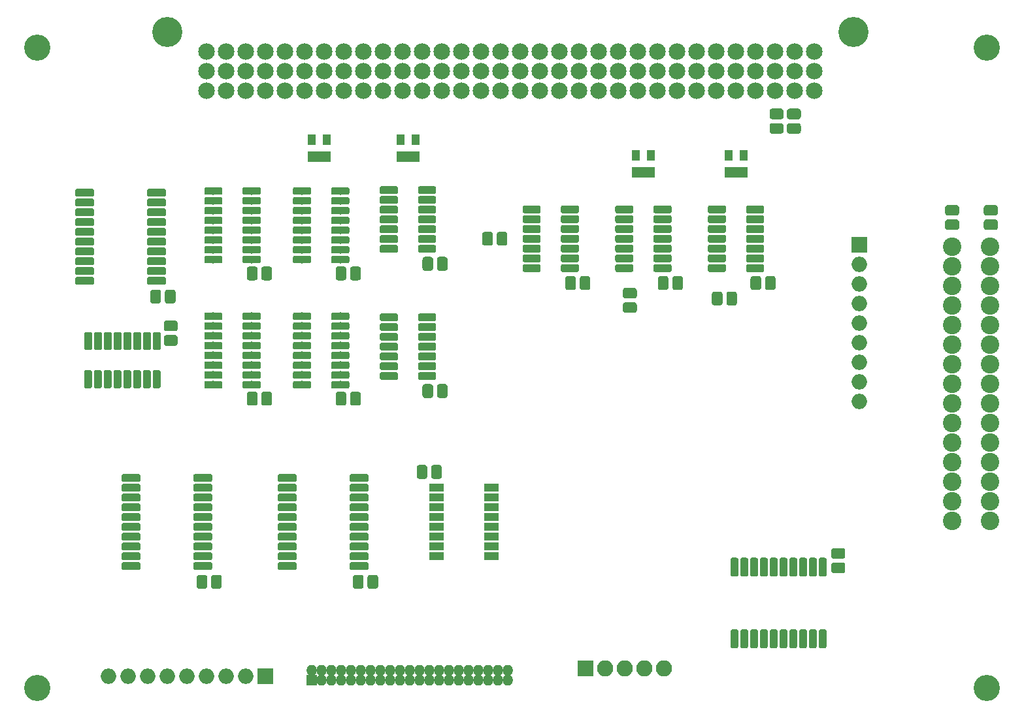
<source format=gbr>
G04 #@! TF.GenerationSoftware,KiCad,Pcbnew,(5.1.4)-1*
G04 #@! TF.CreationDate,2020-02-21T22:14:24+01:00*
G04 #@! TF.ProjectId,Project_GP8B,50726f6a-6563-4745-9f47-5038422e6b69,V4*
G04 #@! TF.SameCoordinates,PX3a2c940PY1e0a6e0*
G04 #@! TF.FileFunction,Soldermask,Bot*
G04 #@! TF.FilePolarity,Negative*
%FSLAX46Y46*%
G04 Gerber Fmt 4.6, Leading zero omitted, Abs format (unit mm)*
G04 Created by KiCad (PCBNEW (5.1.4)-1) date 2020-02-21 22:14:24*
%MOMM*%
%LPD*%
G04 APERTURE LIST*
%ADD10C,3.900000*%
%ADD11C,2.150000*%
%ADD12C,2.400000*%
%ADD13C,3.400000*%
%ADD14C,0.100000*%
%ADD15C,1.375000*%
%ADD16R,2.100000X2.100000*%
%ADD17O,2.100000X2.100000*%
%ADD18R,2.000000X2.000000*%
%ADD19O,2.000000X2.000000*%
%ADD20C,1.000000*%
%ADD21R,1.050000X1.460000*%
%ADD22R,1.900000X1.000000*%
%ADD23R,1.400000X1.400000*%
%ADD24O,1.400000X1.400000*%
G04 APERTURE END LIST*
D10*
X21820000Y-2920000D03*
X110720000Y-2920000D03*
D11*
X105640000Y-10540000D03*
X103100000Y-10540000D03*
X100560000Y-10540000D03*
X98020000Y-10540000D03*
X95480000Y-10540000D03*
X92940000Y-10540000D03*
X90400000Y-10540000D03*
X87860000Y-10540000D03*
X85320000Y-10540000D03*
X82780000Y-10540000D03*
X80240000Y-10540000D03*
X77700000Y-10540000D03*
X75160000Y-10540000D03*
X72620000Y-10540000D03*
X70080000Y-10540000D03*
X67540000Y-10540000D03*
X65000000Y-10540000D03*
X62460000Y-10540000D03*
X59920000Y-10540000D03*
X57380000Y-10540000D03*
X54840000Y-10540000D03*
X52300000Y-10540000D03*
X49760000Y-10540000D03*
X47220000Y-10540000D03*
X44680000Y-10540000D03*
X42140000Y-10540000D03*
X39600000Y-10540000D03*
X37060000Y-10540000D03*
X34520000Y-10540000D03*
X31980000Y-10540000D03*
X29440000Y-10540000D03*
X26900000Y-10540000D03*
X105640000Y-8000000D03*
X103100000Y-8000000D03*
X100560000Y-8000000D03*
X98020000Y-8000000D03*
X95480000Y-8000000D03*
X92940000Y-8000000D03*
X90400000Y-8000000D03*
X87860000Y-8000000D03*
X85320000Y-8000000D03*
X82780000Y-8000000D03*
X80240000Y-8000000D03*
X77700000Y-8000000D03*
X75160000Y-8000000D03*
X72620000Y-8000000D03*
X70080000Y-8000000D03*
X67540000Y-8000000D03*
X65000000Y-8000000D03*
X62460000Y-8000000D03*
X59920000Y-8000000D03*
X57380000Y-8000000D03*
X54840000Y-8000000D03*
X52300000Y-8000000D03*
X49760000Y-8000000D03*
X47220000Y-8000000D03*
X44680000Y-8000000D03*
X42140000Y-8000000D03*
X39600000Y-8000000D03*
X37060000Y-8000000D03*
X34520000Y-8000000D03*
X31980000Y-8000000D03*
X29440000Y-8000000D03*
X26900000Y-8000000D03*
X105640000Y-5460000D03*
X103100000Y-5460000D03*
X100560000Y-5460000D03*
X98020000Y-5460000D03*
X95480000Y-5460000D03*
X92940000Y-5460000D03*
X90400000Y-5460000D03*
X87860000Y-5460000D03*
X85320000Y-5460000D03*
X82780000Y-5460000D03*
X80240000Y-5460000D03*
X77700000Y-5460000D03*
X75160000Y-5460000D03*
X72620000Y-5460000D03*
X70080000Y-5460000D03*
X67540000Y-5460000D03*
X65000000Y-5460000D03*
X62460000Y-5460000D03*
X59920000Y-5460000D03*
X57380000Y-5460000D03*
X54840000Y-5460000D03*
X52300000Y-5460000D03*
X49760000Y-5460000D03*
X47220000Y-5460000D03*
X44680000Y-5460000D03*
X42140000Y-5460000D03*
X39600000Y-5460000D03*
X37060000Y-5460000D03*
X34520000Y-5460000D03*
X31980000Y-5460000D03*
X29440000Y-5460000D03*
X26900000Y-5460000D03*
D12*
X128400000Y-30810000D03*
X123540000Y-30810000D03*
X128400000Y-33350000D03*
X123540000Y-33350000D03*
X128400000Y-35890000D03*
X123540000Y-35890000D03*
X128400000Y-38430000D03*
X123540000Y-38430000D03*
X128400000Y-40970000D03*
X123540000Y-40970000D03*
X128400000Y-43510000D03*
X123540000Y-43510000D03*
X128400000Y-46050000D03*
X123540000Y-46050000D03*
X128400000Y-48590000D03*
X123540000Y-48590000D03*
X128400000Y-51130000D03*
X123540000Y-51130000D03*
X128400000Y-53670000D03*
X123540000Y-53670000D03*
X128400000Y-56210000D03*
X123540000Y-56210000D03*
X128400000Y-58750000D03*
X123540000Y-58750000D03*
X128400000Y-61290000D03*
X123540000Y-61290000D03*
X128400000Y-63830000D03*
X123540000Y-63830000D03*
X128400000Y-66360000D03*
X123540000Y-66370000D03*
D13*
X5000000Y-5000000D03*
X128000000Y-5000000D03*
X128000000Y-88000000D03*
X5000000Y-88000000D03*
D14*
G36*
X76314943Y-34601655D02*
G01*
X76348312Y-34606605D01*
X76381035Y-34614802D01*
X76412797Y-34626166D01*
X76443293Y-34640590D01*
X76472227Y-34657932D01*
X76499323Y-34678028D01*
X76524318Y-34700682D01*
X76546972Y-34725677D01*
X76567068Y-34752773D01*
X76584410Y-34781707D01*
X76598834Y-34812203D01*
X76610198Y-34843965D01*
X76618395Y-34876688D01*
X76623345Y-34910057D01*
X76625000Y-34943750D01*
X76625000Y-36056250D01*
X76623345Y-36089943D01*
X76618395Y-36123312D01*
X76610198Y-36156035D01*
X76598834Y-36187797D01*
X76584410Y-36218293D01*
X76567068Y-36247227D01*
X76546972Y-36274323D01*
X76524318Y-36299318D01*
X76499323Y-36321972D01*
X76472227Y-36342068D01*
X76443293Y-36359410D01*
X76412797Y-36373834D01*
X76381035Y-36385198D01*
X76348312Y-36393395D01*
X76314943Y-36398345D01*
X76281250Y-36400000D01*
X75593750Y-36400000D01*
X75560057Y-36398345D01*
X75526688Y-36393395D01*
X75493965Y-36385198D01*
X75462203Y-36373834D01*
X75431707Y-36359410D01*
X75402773Y-36342068D01*
X75375677Y-36321972D01*
X75350682Y-36299318D01*
X75328028Y-36274323D01*
X75307932Y-36247227D01*
X75290590Y-36218293D01*
X75276166Y-36187797D01*
X75264802Y-36156035D01*
X75256605Y-36123312D01*
X75251655Y-36089943D01*
X75250000Y-36056250D01*
X75250000Y-34943750D01*
X75251655Y-34910057D01*
X75256605Y-34876688D01*
X75264802Y-34843965D01*
X75276166Y-34812203D01*
X75290590Y-34781707D01*
X75307932Y-34752773D01*
X75328028Y-34725677D01*
X75350682Y-34700682D01*
X75375677Y-34678028D01*
X75402773Y-34657932D01*
X75431707Y-34640590D01*
X75462203Y-34626166D01*
X75493965Y-34614802D01*
X75526688Y-34606605D01*
X75560057Y-34601655D01*
X75593750Y-34600000D01*
X76281250Y-34600000D01*
X76314943Y-34601655D01*
X76314943Y-34601655D01*
G37*
D15*
X75937500Y-35500000D03*
D14*
G36*
X74439943Y-34601655D02*
G01*
X74473312Y-34606605D01*
X74506035Y-34614802D01*
X74537797Y-34626166D01*
X74568293Y-34640590D01*
X74597227Y-34657932D01*
X74624323Y-34678028D01*
X74649318Y-34700682D01*
X74671972Y-34725677D01*
X74692068Y-34752773D01*
X74709410Y-34781707D01*
X74723834Y-34812203D01*
X74735198Y-34843965D01*
X74743395Y-34876688D01*
X74748345Y-34910057D01*
X74750000Y-34943750D01*
X74750000Y-36056250D01*
X74748345Y-36089943D01*
X74743395Y-36123312D01*
X74735198Y-36156035D01*
X74723834Y-36187797D01*
X74709410Y-36218293D01*
X74692068Y-36247227D01*
X74671972Y-36274323D01*
X74649318Y-36299318D01*
X74624323Y-36321972D01*
X74597227Y-36342068D01*
X74568293Y-36359410D01*
X74537797Y-36373834D01*
X74506035Y-36385198D01*
X74473312Y-36393395D01*
X74439943Y-36398345D01*
X74406250Y-36400000D01*
X73718750Y-36400000D01*
X73685057Y-36398345D01*
X73651688Y-36393395D01*
X73618965Y-36385198D01*
X73587203Y-36373834D01*
X73556707Y-36359410D01*
X73527773Y-36342068D01*
X73500677Y-36321972D01*
X73475682Y-36299318D01*
X73453028Y-36274323D01*
X73432932Y-36247227D01*
X73415590Y-36218293D01*
X73401166Y-36187797D01*
X73389802Y-36156035D01*
X73381605Y-36123312D01*
X73376655Y-36089943D01*
X73375000Y-36056250D01*
X73375000Y-34943750D01*
X73376655Y-34910057D01*
X73381605Y-34876688D01*
X73389802Y-34843965D01*
X73401166Y-34812203D01*
X73415590Y-34781707D01*
X73432932Y-34752773D01*
X73453028Y-34725677D01*
X73475682Y-34700682D01*
X73500677Y-34678028D01*
X73527773Y-34657932D01*
X73556707Y-34640590D01*
X73587203Y-34626166D01*
X73618965Y-34614802D01*
X73651688Y-34606605D01*
X73685057Y-34601655D01*
X73718750Y-34600000D01*
X74406250Y-34600000D01*
X74439943Y-34601655D01*
X74439943Y-34601655D01*
G37*
D15*
X74062500Y-35500000D03*
D14*
G36*
X88314943Y-34601655D02*
G01*
X88348312Y-34606605D01*
X88381035Y-34614802D01*
X88412797Y-34626166D01*
X88443293Y-34640590D01*
X88472227Y-34657932D01*
X88499323Y-34678028D01*
X88524318Y-34700682D01*
X88546972Y-34725677D01*
X88567068Y-34752773D01*
X88584410Y-34781707D01*
X88598834Y-34812203D01*
X88610198Y-34843965D01*
X88618395Y-34876688D01*
X88623345Y-34910057D01*
X88625000Y-34943750D01*
X88625000Y-36056250D01*
X88623345Y-36089943D01*
X88618395Y-36123312D01*
X88610198Y-36156035D01*
X88598834Y-36187797D01*
X88584410Y-36218293D01*
X88567068Y-36247227D01*
X88546972Y-36274323D01*
X88524318Y-36299318D01*
X88499323Y-36321972D01*
X88472227Y-36342068D01*
X88443293Y-36359410D01*
X88412797Y-36373834D01*
X88381035Y-36385198D01*
X88348312Y-36393395D01*
X88314943Y-36398345D01*
X88281250Y-36400000D01*
X87593750Y-36400000D01*
X87560057Y-36398345D01*
X87526688Y-36393395D01*
X87493965Y-36385198D01*
X87462203Y-36373834D01*
X87431707Y-36359410D01*
X87402773Y-36342068D01*
X87375677Y-36321972D01*
X87350682Y-36299318D01*
X87328028Y-36274323D01*
X87307932Y-36247227D01*
X87290590Y-36218293D01*
X87276166Y-36187797D01*
X87264802Y-36156035D01*
X87256605Y-36123312D01*
X87251655Y-36089943D01*
X87250000Y-36056250D01*
X87250000Y-34943750D01*
X87251655Y-34910057D01*
X87256605Y-34876688D01*
X87264802Y-34843965D01*
X87276166Y-34812203D01*
X87290590Y-34781707D01*
X87307932Y-34752773D01*
X87328028Y-34725677D01*
X87350682Y-34700682D01*
X87375677Y-34678028D01*
X87402773Y-34657932D01*
X87431707Y-34640590D01*
X87462203Y-34626166D01*
X87493965Y-34614802D01*
X87526688Y-34606605D01*
X87560057Y-34601655D01*
X87593750Y-34600000D01*
X88281250Y-34600000D01*
X88314943Y-34601655D01*
X88314943Y-34601655D01*
G37*
D15*
X87937500Y-35500000D03*
D14*
G36*
X86439943Y-34601655D02*
G01*
X86473312Y-34606605D01*
X86506035Y-34614802D01*
X86537797Y-34626166D01*
X86568293Y-34640590D01*
X86597227Y-34657932D01*
X86624323Y-34678028D01*
X86649318Y-34700682D01*
X86671972Y-34725677D01*
X86692068Y-34752773D01*
X86709410Y-34781707D01*
X86723834Y-34812203D01*
X86735198Y-34843965D01*
X86743395Y-34876688D01*
X86748345Y-34910057D01*
X86750000Y-34943750D01*
X86750000Y-36056250D01*
X86748345Y-36089943D01*
X86743395Y-36123312D01*
X86735198Y-36156035D01*
X86723834Y-36187797D01*
X86709410Y-36218293D01*
X86692068Y-36247227D01*
X86671972Y-36274323D01*
X86649318Y-36299318D01*
X86624323Y-36321972D01*
X86597227Y-36342068D01*
X86568293Y-36359410D01*
X86537797Y-36373834D01*
X86506035Y-36385198D01*
X86473312Y-36393395D01*
X86439943Y-36398345D01*
X86406250Y-36400000D01*
X85718750Y-36400000D01*
X85685057Y-36398345D01*
X85651688Y-36393395D01*
X85618965Y-36385198D01*
X85587203Y-36373834D01*
X85556707Y-36359410D01*
X85527773Y-36342068D01*
X85500677Y-36321972D01*
X85475682Y-36299318D01*
X85453028Y-36274323D01*
X85432932Y-36247227D01*
X85415590Y-36218293D01*
X85401166Y-36187797D01*
X85389802Y-36156035D01*
X85381605Y-36123312D01*
X85376655Y-36089943D01*
X85375000Y-36056250D01*
X85375000Y-34943750D01*
X85376655Y-34910057D01*
X85381605Y-34876688D01*
X85389802Y-34843965D01*
X85401166Y-34812203D01*
X85415590Y-34781707D01*
X85432932Y-34752773D01*
X85453028Y-34725677D01*
X85475682Y-34700682D01*
X85500677Y-34678028D01*
X85527773Y-34657932D01*
X85556707Y-34640590D01*
X85587203Y-34626166D01*
X85618965Y-34614802D01*
X85651688Y-34606605D01*
X85685057Y-34601655D01*
X85718750Y-34600000D01*
X86406250Y-34600000D01*
X86439943Y-34601655D01*
X86439943Y-34601655D01*
G37*
D15*
X86062500Y-35500000D03*
D14*
G36*
X98439943Y-34601655D02*
G01*
X98473312Y-34606605D01*
X98506035Y-34614802D01*
X98537797Y-34626166D01*
X98568293Y-34640590D01*
X98597227Y-34657932D01*
X98624323Y-34678028D01*
X98649318Y-34700682D01*
X98671972Y-34725677D01*
X98692068Y-34752773D01*
X98709410Y-34781707D01*
X98723834Y-34812203D01*
X98735198Y-34843965D01*
X98743395Y-34876688D01*
X98748345Y-34910057D01*
X98750000Y-34943750D01*
X98750000Y-36056250D01*
X98748345Y-36089943D01*
X98743395Y-36123312D01*
X98735198Y-36156035D01*
X98723834Y-36187797D01*
X98709410Y-36218293D01*
X98692068Y-36247227D01*
X98671972Y-36274323D01*
X98649318Y-36299318D01*
X98624323Y-36321972D01*
X98597227Y-36342068D01*
X98568293Y-36359410D01*
X98537797Y-36373834D01*
X98506035Y-36385198D01*
X98473312Y-36393395D01*
X98439943Y-36398345D01*
X98406250Y-36400000D01*
X97718750Y-36400000D01*
X97685057Y-36398345D01*
X97651688Y-36393395D01*
X97618965Y-36385198D01*
X97587203Y-36373834D01*
X97556707Y-36359410D01*
X97527773Y-36342068D01*
X97500677Y-36321972D01*
X97475682Y-36299318D01*
X97453028Y-36274323D01*
X97432932Y-36247227D01*
X97415590Y-36218293D01*
X97401166Y-36187797D01*
X97389802Y-36156035D01*
X97381605Y-36123312D01*
X97376655Y-36089943D01*
X97375000Y-36056250D01*
X97375000Y-34943750D01*
X97376655Y-34910057D01*
X97381605Y-34876688D01*
X97389802Y-34843965D01*
X97401166Y-34812203D01*
X97415590Y-34781707D01*
X97432932Y-34752773D01*
X97453028Y-34725677D01*
X97475682Y-34700682D01*
X97500677Y-34678028D01*
X97527773Y-34657932D01*
X97556707Y-34640590D01*
X97587203Y-34626166D01*
X97618965Y-34614802D01*
X97651688Y-34606605D01*
X97685057Y-34601655D01*
X97718750Y-34600000D01*
X98406250Y-34600000D01*
X98439943Y-34601655D01*
X98439943Y-34601655D01*
G37*
D15*
X98062500Y-35500000D03*
D14*
G36*
X100314943Y-34601655D02*
G01*
X100348312Y-34606605D01*
X100381035Y-34614802D01*
X100412797Y-34626166D01*
X100443293Y-34640590D01*
X100472227Y-34657932D01*
X100499323Y-34678028D01*
X100524318Y-34700682D01*
X100546972Y-34725677D01*
X100567068Y-34752773D01*
X100584410Y-34781707D01*
X100598834Y-34812203D01*
X100610198Y-34843965D01*
X100618395Y-34876688D01*
X100623345Y-34910057D01*
X100625000Y-34943750D01*
X100625000Y-36056250D01*
X100623345Y-36089943D01*
X100618395Y-36123312D01*
X100610198Y-36156035D01*
X100598834Y-36187797D01*
X100584410Y-36218293D01*
X100567068Y-36247227D01*
X100546972Y-36274323D01*
X100524318Y-36299318D01*
X100499323Y-36321972D01*
X100472227Y-36342068D01*
X100443293Y-36359410D01*
X100412797Y-36373834D01*
X100381035Y-36385198D01*
X100348312Y-36393395D01*
X100314943Y-36398345D01*
X100281250Y-36400000D01*
X99593750Y-36400000D01*
X99560057Y-36398345D01*
X99526688Y-36393395D01*
X99493965Y-36385198D01*
X99462203Y-36373834D01*
X99431707Y-36359410D01*
X99402773Y-36342068D01*
X99375677Y-36321972D01*
X99350682Y-36299318D01*
X99328028Y-36274323D01*
X99307932Y-36247227D01*
X99290590Y-36218293D01*
X99276166Y-36187797D01*
X99264802Y-36156035D01*
X99256605Y-36123312D01*
X99251655Y-36089943D01*
X99250000Y-36056250D01*
X99250000Y-34943750D01*
X99251655Y-34910057D01*
X99256605Y-34876688D01*
X99264802Y-34843965D01*
X99276166Y-34812203D01*
X99290590Y-34781707D01*
X99307932Y-34752773D01*
X99328028Y-34725677D01*
X99350682Y-34700682D01*
X99375677Y-34678028D01*
X99402773Y-34657932D01*
X99431707Y-34640590D01*
X99462203Y-34626166D01*
X99493965Y-34614802D01*
X99526688Y-34606605D01*
X99560057Y-34601655D01*
X99593750Y-34600000D01*
X100281250Y-34600000D01*
X100314943Y-34601655D01*
X100314943Y-34601655D01*
G37*
D15*
X99937500Y-35500000D03*
D14*
G36*
X20689943Y-36351655D02*
G01*
X20723312Y-36356605D01*
X20756035Y-36364802D01*
X20787797Y-36376166D01*
X20818293Y-36390590D01*
X20847227Y-36407932D01*
X20874323Y-36428028D01*
X20899318Y-36450682D01*
X20921972Y-36475677D01*
X20942068Y-36502773D01*
X20959410Y-36531707D01*
X20973834Y-36562203D01*
X20985198Y-36593965D01*
X20993395Y-36626688D01*
X20998345Y-36660057D01*
X21000000Y-36693750D01*
X21000000Y-37806250D01*
X20998345Y-37839943D01*
X20993395Y-37873312D01*
X20985198Y-37906035D01*
X20973834Y-37937797D01*
X20959410Y-37968293D01*
X20942068Y-37997227D01*
X20921972Y-38024323D01*
X20899318Y-38049318D01*
X20874323Y-38071972D01*
X20847227Y-38092068D01*
X20818293Y-38109410D01*
X20787797Y-38123834D01*
X20756035Y-38135198D01*
X20723312Y-38143395D01*
X20689943Y-38148345D01*
X20656250Y-38150000D01*
X19968750Y-38150000D01*
X19935057Y-38148345D01*
X19901688Y-38143395D01*
X19868965Y-38135198D01*
X19837203Y-38123834D01*
X19806707Y-38109410D01*
X19777773Y-38092068D01*
X19750677Y-38071972D01*
X19725682Y-38049318D01*
X19703028Y-38024323D01*
X19682932Y-37997227D01*
X19665590Y-37968293D01*
X19651166Y-37937797D01*
X19639802Y-37906035D01*
X19631605Y-37873312D01*
X19626655Y-37839943D01*
X19625000Y-37806250D01*
X19625000Y-36693750D01*
X19626655Y-36660057D01*
X19631605Y-36626688D01*
X19639802Y-36593965D01*
X19651166Y-36562203D01*
X19665590Y-36531707D01*
X19682932Y-36502773D01*
X19703028Y-36475677D01*
X19725682Y-36450682D01*
X19750677Y-36428028D01*
X19777773Y-36407932D01*
X19806707Y-36390590D01*
X19837203Y-36376166D01*
X19868965Y-36364802D01*
X19901688Y-36356605D01*
X19935057Y-36351655D01*
X19968750Y-36350000D01*
X20656250Y-36350000D01*
X20689943Y-36351655D01*
X20689943Y-36351655D01*
G37*
D15*
X20312500Y-37250000D03*
D14*
G36*
X22564943Y-36351655D02*
G01*
X22598312Y-36356605D01*
X22631035Y-36364802D01*
X22662797Y-36376166D01*
X22693293Y-36390590D01*
X22722227Y-36407932D01*
X22749323Y-36428028D01*
X22774318Y-36450682D01*
X22796972Y-36475677D01*
X22817068Y-36502773D01*
X22834410Y-36531707D01*
X22848834Y-36562203D01*
X22860198Y-36593965D01*
X22868395Y-36626688D01*
X22873345Y-36660057D01*
X22875000Y-36693750D01*
X22875000Y-37806250D01*
X22873345Y-37839943D01*
X22868395Y-37873312D01*
X22860198Y-37906035D01*
X22848834Y-37937797D01*
X22834410Y-37968293D01*
X22817068Y-37997227D01*
X22796972Y-38024323D01*
X22774318Y-38049318D01*
X22749323Y-38071972D01*
X22722227Y-38092068D01*
X22693293Y-38109410D01*
X22662797Y-38123834D01*
X22631035Y-38135198D01*
X22598312Y-38143395D01*
X22564943Y-38148345D01*
X22531250Y-38150000D01*
X21843750Y-38150000D01*
X21810057Y-38148345D01*
X21776688Y-38143395D01*
X21743965Y-38135198D01*
X21712203Y-38123834D01*
X21681707Y-38109410D01*
X21652773Y-38092068D01*
X21625677Y-38071972D01*
X21600682Y-38049318D01*
X21578028Y-38024323D01*
X21557932Y-37997227D01*
X21540590Y-37968293D01*
X21526166Y-37937797D01*
X21514802Y-37906035D01*
X21506605Y-37873312D01*
X21501655Y-37839943D01*
X21500000Y-37806250D01*
X21500000Y-36693750D01*
X21501655Y-36660057D01*
X21506605Y-36626688D01*
X21514802Y-36593965D01*
X21526166Y-36562203D01*
X21540590Y-36531707D01*
X21557932Y-36502773D01*
X21578028Y-36475677D01*
X21600682Y-36450682D01*
X21625677Y-36428028D01*
X21652773Y-36407932D01*
X21681707Y-36390590D01*
X21712203Y-36376166D01*
X21743965Y-36364802D01*
X21776688Y-36356605D01*
X21810057Y-36351655D01*
X21843750Y-36350000D01*
X22531250Y-36350000D01*
X22564943Y-36351655D01*
X22564943Y-36351655D01*
G37*
D15*
X22187500Y-37250000D03*
D14*
G36*
X35064943Y-49601655D02*
G01*
X35098312Y-49606605D01*
X35131035Y-49614802D01*
X35162797Y-49626166D01*
X35193293Y-49640590D01*
X35222227Y-49657932D01*
X35249323Y-49678028D01*
X35274318Y-49700682D01*
X35296972Y-49725677D01*
X35317068Y-49752773D01*
X35334410Y-49781707D01*
X35348834Y-49812203D01*
X35360198Y-49843965D01*
X35368395Y-49876688D01*
X35373345Y-49910057D01*
X35375000Y-49943750D01*
X35375000Y-51056250D01*
X35373345Y-51089943D01*
X35368395Y-51123312D01*
X35360198Y-51156035D01*
X35348834Y-51187797D01*
X35334410Y-51218293D01*
X35317068Y-51247227D01*
X35296972Y-51274323D01*
X35274318Y-51299318D01*
X35249323Y-51321972D01*
X35222227Y-51342068D01*
X35193293Y-51359410D01*
X35162797Y-51373834D01*
X35131035Y-51385198D01*
X35098312Y-51393395D01*
X35064943Y-51398345D01*
X35031250Y-51400000D01*
X34343750Y-51400000D01*
X34310057Y-51398345D01*
X34276688Y-51393395D01*
X34243965Y-51385198D01*
X34212203Y-51373834D01*
X34181707Y-51359410D01*
X34152773Y-51342068D01*
X34125677Y-51321972D01*
X34100682Y-51299318D01*
X34078028Y-51274323D01*
X34057932Y-51247227D01*
X34040590Y-51218293D01*
X34026166Y-51187797D01*
X34014802Y-51156035D01*
X34006605Y-51123312D01*
X34001655Y-51089943D01*
X34000000Y-51056250D01*
X34000000Y-49943750D01*
X34001655Y-49910057D01*
X34006605Y-49876688D01*
X34014802Y-49843965D01*
X34026166Y-49812203D01*
X34040590Y-49781707D01*
X34057932Y-49752773D01*
X34078028Y-49725677D01*
X34100682Y-49700682D01*
X34125677Y-49678028D01*
X34152773Y-49657932D01*
X34181707Y-49640590D01*
X34212203Y-49626166D01*
X34243965Y-49614802D01*
X34276688Y-49606605D01*
X34310057Y-49601655D01*
X34343750Y-49600000D01*
X35031250Y-49600000D01*
X35064943Y-49601655D01*
X35064943Y-49601655D01*
G37*
D15*
X34687500Y-50500000D03*
D14*
G36*
X33189943Y-49601655D02*
G01*
X33223312Y-49606605D01*
X33256035Y-49614802D01*
X33287797Y-49626166D01*
X33318293Y-49640590D01*
X33347227Y-49657932D01*
X33374323Y-49678028D01*
X33399318Y-49700682D01*
X33421972Y-49725677D01*
X33442068Y-49752773D01*
X33459410Y-49781707D01*
X33473834Y-49812203D01*
X33485198Y-49843965D01*
X33493395Y-49876688D01*
X33498345Y-49910057D01*
X33500000Y-49943750D01*
X33500000Y-51056250D01*
X33498345Y-51089943D01*
X33493395Y-51123312D01*
X33485198Y-51156035D01*
X33473834Y-51187797D01*
X33459410Y-51218293D01*
X33442068Y-51247227D01*
X33421972Y-51274323D01*
X33399318Y-51299318D01*
X33374323Y-51321972D01*
X33347227Y-51342068D01*
X33318293Y-51359410D01*
X33287797Y-51373834D01*
X33256035Y-51385198D01*
X33223312Y-51393395D01*
X33189943Y-51398345D01*
X33156250Y-51400000D01*
X32468750Y-51400000D01*
X32435057Y-51398345D01*
X32401688Y-51393395D01*
X32368965Y-51385198D01*
X32337203Y-51373834D01*
X32306707Y-51359410D01*
X32277773Y-51342068D01*
X32250677Y-51321972D01*
X32225682Y-51299318D01*
X32203028Y-51274323D01*
X32182932Y-51247227D01*
X32165590Y-51218293D01*
X32151166Y-51187797D01*
X32139802Y-51156035D01*
X32131605Y-51123312D01*
X32126655Y-51089943D01*
X32125000Y-51056250D01*
X32125000Y-49943750D01*
X32126655Y-49910057D01*
X32131605Y-49876688D01*
X32139802Y-49843965D01*
X32151166Y-49812203D01*
X32165590Y-49781707D01*
X32182932Y-49752773D01*
X32203028Y-49725677D01*
X32225682Y-49700682D01*
X32250677Y-49678028D01*
X32277773Y-49657932D01*
X32306707Y-49640590D01*
X32337203Y-49626166D01*
X32368965Y-49614802D01*
X32401688Y-49606605D01*
X32435057Y-49601655D01*
X32468750Y-49600000D01*
X33156250Y-49600000D01*
X33189943Y-49601655D01*
X33189943Y-49601655D01*
G37*
D15*
X32812500Y-50500000D03*
D14*
G36*
X44689943Y-49601655D02*
G01*
X44723312Y-49606605D01*
X44756035Y-49614802D01*
X44787797Y-49626166D01*
X44818293Y-49640590D01*
X44847227Y-49657932D01*
X44874323Y-49678028D01*
X44899318Y-49700682D01*
X44921972Y-49725677D01*
X44942068Y-49752773D01*
X44959410Y-49781707D01*
X44973834Y-49812203D01*
X44985198Y-49843965D01*
X44993395Y-49876688D01*
X44998345Y-49910057D01*
X45000000Y-49943750D01*
X45000000Y-51056250D01*
X44998345Y-51089943D01*
X44993395Y-51123312D01*
X44985198Y-51156035D01*
X44973834Y-51187797D01*
X44959410Y-51218293D01*
X44942068Y-51247227D01*
X44921972Y-51274323D01*
X44899318Y-51299318D01*
X44874323Y-51321972D01*
X44847227Y-51342068D01*
X44818293Y-51359410D01*
X44787797Y-51373834D01*
X44756035Y-51385198D01*
X44723312Y-51393395D01*
X44689943Y-51398345D01*
X44656250Y-51400000D01*
X43968750Y-51400000D01*
X43935057Y-51398345D01*
X43901688Y-51393395D01*
X43868965Y-51385198D01*
X43837203Y-51373834D01*
X43806707Y-51359410D01*
X43777773Y-51342068D01*
X43750677Y-51321972D01*
X43725682Y-51299318D01*
X43703028Y-51274323D01*
X43682932Y-51247227D01*
X43665590Y-51218293D01*
X43651166Y-51187797D01*
X43639802Y-51156035D01*
X43631605Y-51123312D01*
X43626655Y-51089943D01*
X43625000Y-51056250D01*
X43625000Y-49943750D01*
X43626655Y-49910057D01*
X43631605Y-49876688D01*
X43639802Y-49843965D01*
X43651166Y-49812203D01*
X43665590Y-49781707D01*
X43682932Y-49752773D01*
X43703028Y-49725677D01*
X43725682Y-49700682D01*
X43750677Y-49678028D01*
X43777773Y-49657932D01*
X43806707Y-49640590D01*
X43837203Y-49626166D01*
X43868965Y-49614802D01*
X43901688Y-49606605D01*
X43935057Y-49601655D01*
X43968750Y-49600000D01*
X44656250Y-49600000D01*
X44689943Y-49601655D01*
X44689943Y-49601655D01*
G37*
D15*
X44312500Y-50500000D03*
D14*
G36*
X46564943Y-49601655D02*
G01*
X46598312Y-49606605D01*
X46631035Y-49614802D01*
X46662797Y-49626166D01*
X46693293Y-49640590D01*
X46722227Y-49657932D01*
X46749323Y-49678028D01*
X46774318Y-49700682D01*
X46796972Y-49725677D01*
X46817068Y-49752773D01*
X46834410Y-49781707D01*
X46848834Y-49812203D01*
X46860198Y-49843965D01*
X46868395Y-49876688D01*
X46873345Y-49910057D01*
X46875000Y-49943750D01*
X46875000Y-51056250D01*
X46873345Y-51089943D01*
X46868395Y-51123312D01*
X46860198Y-51156035D01*
X46848834Y-51187797D01*
X46834410Y-51218293D01*
X46817068Y-51247227D01*
X46796972Y-51274323D01*
X46774318Y-51299318D01*
X46749323Y-51321972D01*
X46722227Y-51342068D01*
X46693293Y-51359410D01*
X46662797Y-51373834D01*
X46631035Y-51385198D01*
X46598312Y-51393395D01*
X46564943Y-51398345D01*
X46531250Y-51400000D01*
X45843750Y-51400000D01*
X45810057Y-51398345D01*
X45776688Y-51393395D01*
X45743965Y-51385198D01*
X45712203Y-51373834D01*
X45681707Y-51359410D01*
X45652773Y-51342068D01*
X45625677Y-51321972D01*
X45600682Y-51299318D01*
X45578028Y-51274323D01*
X45557932Y-51247227D01*
X45540590Y-51218293D01*
X45526166Y-51187797D01*
X45514802Y-51156035D01*
X45506605Y-51123312D01*
X45501655Y-51089943D01*
X45500000Y-51056250D01*
X45500000Y-49943750D01*
X45501655Y-49910057D01*
X45506605Y-49876688D01*
X45514802Y-49843965D01*
X45526166Y-49812203D01*
X45540590Y-49781707D01*
X45557932Y-49752773D01*
X45578028Y-49725677D01*
X45600682Y-49700682D01*
X45625677Y-49678028D01*
X45652773Y-49657932D01*
X45681707Y-49640590D01*
X45712203Y-49626166D01*
X45743965Y-49614802D01*
X45776688Y-49606605D01*
X45810057Y-49601655D01*
X45843750Y-49600000D01*
X46531250Y-49600000D01*
X46564943Y-49601655D01*
X46564943Y-49601655D01*
G37*
D15*
X46187500Y-50500000D03*
D14*
G36*
X35064943Y-33351655D02*
G01*
X35098312Y-33356605D01*
X35131035Y-33364802D01*
X35162797Y-33376166D01*
X35193293Y-33390590D01*
X35222227Y-33407932D01*
X35249323Y-33428028D01*
X35274318Y-33450682D01*
X35296972Y-33475677D01*
X35317068Y-33502773D01*
X35334410Y-33531707D01*
X35348834Y-33562203D01*
X35360198Y-33593965D01*
X35368395Y-33626688D01*
X35373345Y-33660057D01*
X35375000Y-33693750D01*
X35375000Y-34806250D01*
X35373345Y-34839943D01*
X35368395Y-34873312D01*
X35360198Y-34906035D01*
X35348834Y-34937797D01*
X35334410Y-34968293D01*
X35317068Y-34997227D01*
X35296972Y-35024323D01*
X35274318Y-35049318D01*
X35249323Y-35071972D01*
X35222227Y-35092068D01*
X35193293Y-35109410D01*
X35162797Y-35123834D01*
X35131035Y-35135198D01*
X35098312Y-35143395D01*
X35064943Y-35148345D01*
X35031250Y-35150000D01*
X34343750Y-35150000D01*
X34310057Y-35148345D01*
X34276688Y-35143395D01*
X34243965Y-35135198D01*
X34212203Y-35123834D01*
X34181707Y-35109410D01*
X34152773Y-35092068D01*
X34125677Y-35071972D01*
X34100682Y-35049318D01*
X34078028Y-35024323D01*
X34057932Y-34997227D01*
X34040590Y-34968293D01*
X34026166Y-34937797D01*
X34014802Y-34906035D01*
X34006605Y-34873312D01*
X34001655Y-34839943D01*
X34000000Y-34806250D01*
X34000000Y-33693750D01*
X34001655Y-33660057D01*
X34006605Y-33626688D01*
X34014802Y-33593965D01*
X34026166Y-33562203D01*
X34040590Y-33531707D01*
X34057932Y-33502773D01*
X34078028Y-33475677D01*
X34100682Y-33450682D01*
X34125677Y-33428028D01*
X34152773Y-33407932D01*
X34181707Y-33390590D01*
X34212203Y-33376166D01*
X34243965Y-33364802D01*
X34276688Y-33356605D01*
X34310057Y-33351655D01*
X34343750Y-33350000D01*
X35031250Y-33350000D01*
X35064943Y-33351655D01*
X35064943Y-33351655D01*
G37*
D15*
X34687500Y-34250000D03*
D14*
G36*
X33189943Y-33351655D02*
G01*
X33223312Y-33356605D01*
X33256035Y-33364802D01*
X33287797Y-33376166D01*
X33318293Y-33390590D01*
X33347227Y-33407932D01*
X33374323Y-33428028D01*
X33399318Y-33450682D01*
X33421972Y-33475677D01*
X33442068Y-33502773D01*
X33459410Y-33531707D01*
X33473834Y-33562203D01*
X33485198Y-33593965D01*
X33493395Y-33626688D01*
X33498345Y-33660057D01*
X33500000Y-33693750D01*
X33500000Y-34806250D01*
X33498345Y-34839943D01*
X33493395Y-34873312D01*
X33485198Y-34906035D01*
X33473834Y-34937797D01*
X33459410Y-34968293D01*
X33442068Y-34997227D01*
X33421972Y-35024323D01*
X33399318Y-35049318D01*
X33374323Y-35071972D01*
X33347227Y-35092068D01*
X33318293Y-35109410D01*
X33287797Y-35123834D01*
X33256035Y-35135198D01*
X33223312Y-35143395D01*
X33189943Y-35148345D01*
X33156250Y-35150000D01*
X32468750Y-35150000D01*
X32435057Y-35148345D01*
X32401688Y-35143395D01*
X32368965Y-35135198D01*
X32337203Y-35123834D01*
X32306707Y-35109410D01*
X32277773Y-35092068D01*
X32250677Y-35071972D01*
X32225682Y-35049318D01*
X32203028Y-35024323D01*
X32182932Y-34997227D01*
X32165590Y-34968293D01*
X32151166Y-34937797D01*
X32139802Y-34906035D01*
X32131605Y-34873312D01*
X32126655Y-34839943D01*
X32125000Y-34806250D01*
X32125000Y-33693750D01*
X32126655Y-33660057D01*
X32131605Y-33626688D01*
X32139802Y-33593965D01*
X32151166Y-33562203D01*
X32165590Y-33531707D01*
X32182932Y-33502773D01*
X32203028Y-33475677D01*
X32225682Y-33450682D01*
X32250677Y-33428028D01*
X32277773Y-33407932D01*
X32306707Y-33390590D01*
X32337203Y-33376166D01*
X32368965Y-33364802D01*
X32401688Y-33356605D01*
X32435057Y-33351655D01*
X32468750Y-33350000D01*
X33156250Y-33350000D01*
X33189943Y-33351655D01*
X33189943Y-33351655D01*
G37*
D15*
X32812500Y-34250000D03*
D14*
G36*
X44689943Y-33351655D02*
G01*
X44723312Y-33356605D01*
X44756035Y-33364802D01*
X44787797Y-33376166D01*
X44818293Y-33390590D01*
X44847227Y-33407932D01*
X44874323Y-33428028D01*
X44899318Y-33450682D01*
X44921972Y-33475677D01*
X44942068Y-33502773D01*
X44959410Y-33531707D01*
X44973834Y-33562203D01*
X44985198Y-33593965D01*
X44993395Y-33626688D01*
X44998345Y-33660057D01*
X45000000Y-33693750D01*
X45000000Y-34806250D01*
X44998345Y-34839943D01*
X44993395Y-34873312D01*
X44985198Y-34906035D01*
X44973834Y-34937797D01*
X44959410Y-34968293D01*
X44942068Y-34997227D01*
X44921972Y-35024323D01*
X44899318Y-35049318D01*
X44874323Y-35071972D01*
X44847227Y-35092068D01*
X44818293Y-35109410D01*
X44787797Y-35123834D01*
X44756035Y-35135198D01*
X44723312Y-35143395D01*
X44689943Y-35148345D01*
X44656250Y-35150000D01*
X43968750Y-35150000D01*
X43935057Y-35148345D01*
X43901688Y-35143395D01*
X43868965Y-35135198D01*
X43837203Y-35123834D01*
X43806707Y-35109410D01*
X43777773Y-35092068D01*
X43750677Y-35071972D01*
X43725682Y-35049318D01*
X43703028Y-35024323D01*
X43682932Y-34997227D01*
X43665590Y-34968293D01*
X43651166Y-34937797D01*
X43639802Y-34906035D01*
X43631605Y-34873312D01*
X43626655Y-34839943D01*
X43625000Y-34806250D01*
X43625000Y-33693750D01*
X43626655Y-33660057D01*
X43631605Y-33626688D01*
X43639802Y-33593965D01*
X43651166Y-33562203D01*
X43665590Y-33531707D01*
X43682932Y-33502773D01*
X43703028Y-33475677D01*
X43725682Y-33450682D01*
X43750677Y-33428028D01*
X43777773Y-33407932D01*
X43806707Y-33390590D01*
X43837203Y-33376166D01*
X43868965Y-33364802D01*
X43901688Y-33356605D01*
X43935057Y-33351655D01*
X43968750Y-33350000D01*
X44656250Y-33350000D01*
X44689943Y-33351655D01*
X44689943Y-33351655D01*
G37*
D15*
X44312500Y-34250000D03*
D14*
G36*
X46564943Y-33351655D02*
G01*
X46598312Y-33356605D01*
X46631035Y-33364802D01*
X46662797Y-33376166D01*
X46693293Y-33390590D01*
X46722227Y-33407932D01*
X46749323Y-33428028D01*
X46774318Y-33450682D01*
X46796972Y-33475677D01*
X46817068Y-33502773D01*
X46834410Y-33531707D01*
X46848834Y-33562203D01*
X46860198Y-33593965D01*
X46868395Y-33626688D01*
X46873345Y-33660057D01*
X46875000Y-33693750D01*
X46875000Y-34806250D01*
X46873345Y-34839943D01*
X46868395Y-34873312D01*
X46860198Y-34906035D01*
X46848834Y-34937797D01*
X46834410Y-34968293D01*
X46817068Y-34997227D01*
X46796972Y-35024323D01*
X46774318Y-35049318D01*
X46749323Y-35071972D01*
X46722227Y-35092068D01*
X46693293Y-35109410D01*
X46662797Y-35123834D01*
X46631035Y-35135198D01*
X46598312Y-35143395D01*
X46564943Y-35148345D01*
X46531250Y-35150000D01*
X45843750Y-35150000D01*
X45810057Y-35148345D01*
X45776688Y-35143395D01*
X45743965Y-35135198D01*
X45712203Y-35123834D01*
X45681707Y-35109410D01*
X45652773Y-35092068D01*
X45625677Y-35071972D01*
X45600682Y-35049318D01*
X45578028Y-35024323D01*
X45557932Y-34997227D01*
X45540590Y-34968293D01*
X45526166Y-34937797D01*
X45514802Y-34906035D01*
X45506605Y-34873312D01*
X45501655Y-34839943D01*
X45500000Y-34806250D01*
X45500000Y-33693750D01*
X45501655Y-33660057D01*
X45506605Y-33626688D01*
X45514802Y-33593965D01*
X45526166Y-33562203D01*
X45540590Y-33531707D01*
X45557932Y-33502773D01*
X45578028Y-33475677D01*
X45600682Y-33450682D01*
X45625677Y-33428028D01*
X45652773Y-33407932D01*
X45681707Y-33390590D01*
X45712203Y-33376166D01*
X45743965Y-33364802D01*
X45776688Y-33356605D01*
X45810057Y-33351655D01*
X45843750Y-33350000D01*
X46531250Y-33350000D01*
X46564943Y-33351655D01*
X46564943Y-33351655D01*
G37*
D15*
X46187500Y-34250000D03*
D14*
G36*
X57814943Y-32101655D02*
G01*
X57848312Y-32106605D01*
X57881035Y-32114802D01*
X57912797Y-32126166D01*
X57943293Y-32140590D01*
X57972227Y-32157932D01*
X57999323Y-32178028D01*
X58024318Y-32200682D01*
X58046972Y-32225677D01*
X58067068Y-32252773D01*
X58084410Y-32281707D01*
X58098834Y-32312203D01*
X58110198Y-32343965D01*
X58118395Y-32376688D01*
X58123345Y-32410057D01*
X58125000Y-32443750D01*
X58125000Y-33556250D01*
X58123345Y-33589943D01*
X58118395Y-33623312D01*
X58110198Y-33656035D01*
X58098834Y-33687797D01*
X58084410Y-33718293D01*
X58067068Y-33747227D01*
X58046972Y-33774323D01*
X58024318Y-33799318D01*
X57999323Y-33821972D01*
X57972227Y-33842068D01*
X57943293Y-33859410D01*
X57912797Y-33873834D01*
X57881035Y-33885198D01*
X57848312Y-33893395D01*
X57814943Y-33898345D01*
X57781250Y-33900000D01*
X57093750Y-33900000D01*
X57060057Y-33898345D01*
X57026688Y-33893395D01*
X56993965Y-33885198D01*
X56962203Y-33873834D01*
X56931707Y-33859410D01*
X56902773Y-33842068D01*
X56875677Y-33821972D01*
X56850682Y-33799318D01*
X56828028Y-33774323D01*
X56807932Y-33747227D01*
X56790590Y-33718293D01*
X56776166Y-33687797D01*
X56764802Y-33656035D01*
X56756605Y-33623312D01*
X56751655Y-33589943D01*
X56750000Y-33556250D01*
X56750000Y-32443750D01*
X56751655Y-32410057D01*
X56756605Y-32376688D01*
X56764802Y-32343965D01*
X56776166Y-32312203D01*
X56790590Y-32281707D01*
X56807932Y-32252773D01*
X56828028Y-32225677D01*
X56850682Y-32200682D01*
X56875677Y-32178028D01*
X56902773Y-32157932D01*
X56931707Y-32140590D01*
X56962203Y-32126166D01*
X56993965Y-32114802D01*
X57026688Y-32106605D01*
X57060057Y-32101655D01*
X57093750Y-32100000D01*
X57781250Y-32100000D01*
X57814943Y-32101655D01*
X57814943Y-32101655D01*
G37*
D15*
X57437500Y-33000000D03*
D14*
G36*
X55939943Y-32101655D02*
G01*
X55973312Y-32106605D01*
X56006035Y-32114802D01*
X56037797Y-32126166D01*
X56068293Y-32140590D01*
X56097227Y-32157932D01*
X56124323Y-32178028D01*
X56149318Y-32200682D01*
X56171972Y-32225677D01*
X56192068Y-32252773D01*
X56209410Y-32281707D01*
X56223834Y-32312203D01*
X56235198Y-32343965D01*
X56243395Y-32376688D01*
X56248345Y-32410057D01*
X56250000Y-32443750D01*
X56250000Y-33556250D01*
X56248345Y-33589943D01*
X56243395Y-33623312D01*
X56235198Y-33656035D01*
X56223834Y-33687797D01*
X56209410Y-33718293D01*
X56192068Y-33747227D01*
X56171972Y-33774323D01*
X56149318Y-33799318D01*
X56124323Y-33821972D01*
X56097227Y-33842068D01*
X56068293Y-33859410D01*
X56037797Y-33873834D01*
X56006035Y-33885198D01*
X55973312Y-33893395D01*
X55939943Y-33898345D01*
X55906250Y-33900000D01*
X55218750Y-33900000D01*
X55185057Y-33898345D01*
X55151688Y-33893395D01*
X55118965Y-33885198D01*
X55087203Y-33873834D01*
X55056707Y-33859410D01*
X55027773Y-33842068D01*
X55000677Y-33821972D01*
X54975682Y-33799318D01*
X54953028Y-33774323D01*
X54932932Y-33747227D01*
X54915590Y-33718293D01*
X54901166Y-33687797D01*
X54889802Y-33656035D01*
X54881605Y-33623312D01*
X54876655Y-33589943D01*
X54875000Y-33556250D01*
X54875000Y-32443750D01*
X54876655Y-32410057D01*
X54881605Y-32376688D01*
X54889802Y-32343965D01*
X54901166Y-32312203D01*
X54915590Y-32281707D01*
X54932932Y-32252773D01*
X54953028Y-32225677D01*
X54975682Y-32200682D01*
X55000677Y-32178028D01*
X55027773Y-32157932D01*
X55056707Y-32140590D01*
X55087203Y-32126166D01*
X55118965Y-32114802D01*
X55151688Y-32106605D01*
X55185057Y-32101655D01*
X55218750Y-32100000D01*
X55906250Y-32100000D01*
X55939943Y-32101655D01*
X55939943Y-32101655D01*
G37*
D15*
X55562500Y-33000000D03*
D14*
G36*
X22839943Y-42251655D02*
G01*
X22873312Y-42256605D01*
X22906035Y-42264802D01*
X22937797Y-42276166D01*
X22968293Y-42290590D01*
X22997227Y-42307932D01*
X23024323Y-42328028D01*
X23049318Y-42350682D01*
X23071972Y-42375677D01*
X23092068Y-42402773D01*
X23109410Y-42431707D01*
X23123834Y-42462203D01*
X23135198Y-42493965D01*
X23143395Y-42526688D01*
X23148345Y-42560057D01*
X23150000Y-42593750D01*
X23150000Y-43281250D01*
X23148345Y-43314943D01*
X23143395Y-43348312D01*
X23135198Y-43381035D01*
X23123834Y-43412797D01*
X23109410Y-43443293D01*
X23092068Y-43472227D01*
X23071972Y-43499323D01*
X23049318Y-43524318D01*
X23024323Y-43546972D01*
X22997227Y-43567068D01*
X22968293Y-43584410D01*
X22937797Y-43598834D01*
X22906035Y-43610198D01*
X22873312Y-43618395D01*
X22839943Y-43623345D01*
X22806250Y-43625000D01*
X21693750Y-43625000D01*
X21660057Y-43623345D01*
X21626688Y-43618395D01*
X21593965Y-43610198D01*
X21562203Y-43598834D01*
X21531707Y-43584410D01*
X21502773Y-43567068D01*
X21475677Y-43546972D01*
X21450682Y-43524318D01*
X21428028Y-43499323D01*
X21407932Y-43472227D01*
X21390590Y-43443293D01*
X21376166Y-43412797D01*
X21364802Y-43381035D01*
X21356605Y-43348312D01*
X21351655Y-43314943D01*
X21350000Y-43281250D01*
X21350000Y-42593750D01*
X21351655Y-42560057D01*
X21356605Y-42526688D01*
X21364802Y-42493965D01*
X21376166Y-42462203D01*
X21390590Y-42431707D01*
X21407932Y-42402773D01*
X21428028Y-42375677D01*
X21450682Y-42350682D01*
X21475677Y-42328028D01*
X21502773Y-42307932D01*
X21531707Y-42290590D01*
X21562203Y-42276166D01*
X21593965Y-42264802D01*
X21626688Y-42256605D01*
X21660057Y-42251655D01*
X21693750Y-42250000D01*
X22806250Y-42250000D01*
X22839943Y-42251655D01*
X22839943Y-42251655D01*
G37*
D15*
X22250000Y-42937500D03*
D14*
G36*
X22839943Y-40376655D02*
G01*
X22873312Y-40381605D01*
X22906035Y-40389802D01*
X22937797Y-40401166D01*
X22968293Y-40415590D01*
X22997227Y-40432932D01*
X23024323Y-40453028D01*
X23049318Y-40475682D01*
X23071972Y-40500677D01*
X23092068Y-40527773D01*
X23109410Y-40556707D01*
X23123834Y-40587203D01*
X23135198Y-40618965D01*
X23143395Y-40651688D01*
X23148345Y-40685057D01*
X23150000Y-40718750D01*
X23150000Y-41406250D01*
X23148345Y-41439943D01*
X23143395Y-41473312D01*
X23135198Y-41506035D01*
X23123834Y-41537797D01*
X23109410Y-41568293D01*
X23092068Y-41597227D01*
X23071972Y-41624323D01*
X23049318Y-41649318D01*
X23024323Y-41671972D01*
X22997227Y-41692068D01*
X22968293Y-41709410D01*
X22937797Y-41723834D01*
X22906035Y-41735198D01*
X22873312Y-41743395D01*
X22839943Y-41748345D01*
X22806250Y-41750000D01*
X21693750Y-41750000D01*
X21660057Y-41748345D01*
X21626688Y-41743395D01*
X21593965Y-41735198D01*
X21562203Y-41723834D01*
X21531707Y-41709410D01*
X21502773Y-41692068D01*
X21475677Y-41671972D01*
X21450682Y-41649318D01*
X21428028Y-41624323D01*
X21407932Y-41597227D01*
X21390590Y-41568293D01*
X21376166Y-41537797D01*
X21364802Y-41506035D01*
X21356605Y-41473312D01*
X21351655Y-41439943D01*
X21350000Y-41406250D01*
X21350000Y-40718750D01*
X21351655Y-40685057D01*
X21356605Y-40651688D01*
X21364802Y-40618965D01*
X21376166Y-40587203D01*
X21390590Y-40556707D01*
X21407932Y-40527773D01*
X21428028Y-40500677D01*
X21450682Y-40475682D01*
X21475677Y-40453028D01*
X21502773Y-40432932D01*
X21531707Y-40415590D01*
X21562203Y-40401166D01*
X21593965Y-40389802D01*
X21626688Y-40381605D01*
X21660057Y-40376655D01*
X21693750Y-40375000D01*
X22806250Y-40375000D01*
X22839943Y-40376655D01*
X22839943Y-40376655D01*
G37*
D15*
X22250000Y-41062500D03*
D14*
G36*
X55939943Y-48601655D02*
G01*
X55973312Y-48606605D01*
X56006035Y-48614802D01*
X56037797Y-48626166D01*
X56068293Y-48640590D01*
X56097227Y-48657932D01*
X56124323Y-48678028D01*
X56149318Y-48700682D01*
X56171972Y-48725677D01*
X56192068Y-48752773D01*
X56209410Y-48781707D01*
X56223834Y-48812203D01*
X56235198Y-48843965D01*
X56243395Y-48876688D01*
X56248345Y-48910057D01*
X56250000Y-48943750D01*
X56250000Y-50056250D01*
X56248345Y-50089943D01*
X56243395Y-50123312D01*
X56235198Y-50156035D01*
X56223834Y-50187797D01*
X56209410Y-50218293D01*
X56192068Y-50247227D01*
X56171972Y-50274323D01*
X56149318Y-50299318D01*
X56124323Y-50321972D01*
X56097227Y-50342068D01*
X56068293Y-50359410D01*
X56037797Y-50373834D01*
X56006035Y-50385198D01*
X55973312Y-50393395D01*
X55939943Y-50398345D01*
X55906250Y-50400000D01*
X55218750Y-50400000D01*
X55185057Y-50398345D01*
X55151688Y-50393395D01*
X55118965Y-50385198D01*
X55087203Y-50373834D01*
X55056707Y-50359410D01*
X55027773Y-50342068D01*
X55000677Y-50321972D01*
X54975682Y-50299318D01*
X54953028Y-50274323D01*
X54932932Y-50247227D01*
X54915590Y-50218293D01*
X54901166Y-50187797D01*
X54889802Y-50156035D01*
X54881605Y-50123312D01*
X54876655Y-50089943D01*
X54875000Y-50056250D01*
X54875000Y-48943750D01*
X54876655Y-48910057D01*
X54881605Y-48876688D01*
X54889802Y-48843965D01*
X54901166Y-48812203D01*
X54915590Y-48781707D01*
X54932932Y-48752773D01*
X54953028Y-48725677D01*
X54975682Y-48700682D01*
X55000677Y-48678028D01*
X55027773Y-48657932D01*
X55056707Y-48640590D01*
X55087203Y-48626166D01*
X55118965Y-48614802D01*
X55151688Y-48606605D01*
X55185057Y-48601655D01*
X55218750Y-48600000D01*
X55906250Y-48600000D01*
X55939943Y-48601655D01*
X55939943Y-48601655D01*
G37*
D15*
X55562500Y-49500000D03*
D14*
G36*
X57814943Y-48601655D02*
G01*
X57848312Y-48606605D01*
X57881035Y-48614802D01*
X57912797Y-48626166D01*
X57943293Y-48640590D01*
X57972227Y-48657932D01*
X57999323Y-48678028D01*
X58024318Y-48700682D01*
X58046972Y-48725677D01*
X58067068Y-48752773D01*
X58084410Y-48781707D01*
X58098834Y-48812203D01*
X58110198Y-48843965D01*
X58118395Y-48876688D01*
X58123345Y-48910057D01*
X58125000Y-48943750D01*
X58125000Y-50056250D01*
X58123345Y-50089943D01*
X58118395Y-50123312D01*
X58110198Y-50156035D01*
X58098834Y-50187797D01*
X58084410Y-50218293D01*
X58067068Y-50247227D01*
X58046972Y-50274323D01*
X58024318Y-50299318D01*
X57999323Y-50321972D01*
X57972227Y-50342068D01*
X57943293Y-50359410D01*
X57912797Y-50373834D01*
X57881035Y-50385198D01*
X57848312Y-50393395D01*
X57814943Y-50398345D01*
X57781250Y-50400000D01*
X57093750Y-50400000D01*
X57060057Y-50398345D01*
X57026688Y-50393395D01*
X56993965Y-50385198D01*
X56962203Y-50373834D01*
X56931707Y-50359410D01*
X56902773Y-50342068D01*
X56875677Y-50321972D01*
X56850682Y-50299318D01*
X56828028Y-50274323D01*
X56807932Y-50247227D01*
X56790590Y-50218293D01*
X56776166Y-50187797D01*
X56764802Y-50156035D01*
X56756605Y-50123312D01*
X56751655Y-50089943D01*
X56750000Y-50056250D01*
X56750000Y-48943750D01*
X56751655Y-48910057D01*
X56756605Y-48876688D01*
X56764802Y-48843965D01*
X56776166Y-48812203D01*
X56790590Y-48781707D01*
X56807932Y-48752773D01*
X56828028Y-48725677D01*
X56850682Y-48700682D01*
X56875677Y-48678028D01*
X56902773Y-48657932D01*
X56931707Y-48640590D01*
X56962203Y-48626166D01*
X56993965Y-48614802D01*
X57026688Y-48606605D01*
X57060057Y-48601655D01*
X57093750Y-48600000D01*
X57781250Y-48600000D01*
X57814943Y-48601655D01*
X57814943Y-48601655D01*
G37*
D15*
X57437500Y-49500000D03*
D14*
G36*
X55189943Y-59101655D02*
G01*
X55223312Y-59106605D01*
X55256035Y-59114802D01*
X55287797Y-59126166D01*
X55318293Y-59140590D01*
X55347227Y-59157932D01*
X55374323Y-59178028D01*
X55399318Y-59200682D01*
X55421972Y-59225677D01*
X55442068Y-59252773D01*
X55459410Y-59281707D01*
X55473834Y-59312203D01*
X55485198Y-59343965D01*
X55493395Y-59376688D01*
X55498345Y-59410057D01*
X55500000Y-59443750D01*
X55500000Y-60556250D01*
X55498345Y-60589943D01*
X55493395Y-60623312D01*
X55485198Y-60656035D01*
X55473834Y-60687797D01*
X55459410Y-60718293D01*
X55442068Y-60747227D01*
X55421972Y-60774323D01*
X55399318Y-60799318D01*
X55374323Y-60821972D01*
X55347227Y-60842068D01*
X55318293Y-60859410D01*
X55287797Y-60873834D01*
X55256035Y-60885198D01*
X55223312Y-60893395D01*
X55189943Y-60898345D01*
X55156250Y-60900000D01*
X54468750Y-60900000D01*
X54435057Y-60898345D01*
X54401688Y-60893395D01*
X54368965Y-60885198D01*
X54337203Y-60873834D01*
X54306707Y-60859410D01*
X54277773Y-60842068D01*
X54250677Y-60821972D01*
X54225682Y-60799318D01*
X54203028Y-60774323D01*
X54182932Y-60747227D01*
X54165590Y-60718293D01*
X54151166Y-60687797D01*
X54139802Y-60656035D01*
X54131605Y-60623312D01*
X54126655Y-60589943D01*
X54125000Y-60556250D01*
X54125000Y-59443750D01*
X54126655Y-59410057D01*
X54131605Y-59376688D01*
X54139802Y-59343965D01*
X54151166Y-59312203D01*
X54165590Y-59281707D01*
X54182932Y-59252773D01*
X54203028Y-59225677D01*
X54225682Y-59200682D01*
X54250677Y-59178028D01*
X54277773Y-59157932D01*
X54306707Y-59140590D01*
X54337203Y-59126166D01*
X54368965Y-59114802D01*
X54401688Y-59106605D01*
X54435057Y-59101655D01*
X54468750Y-59100000D01*
X55156250Y-59100000D01*
X55189943Y-59101655D01*
X55189943Y-59101655D01*
G37*
D15*
X54812500Y-60000000D03*
D14*
G36*
X57064943Y-59101655D02*
G01*
X57098312Y-59106605D01*
X57131035Y-59114802D01*
X57162797Y-59126166D01*
X57193293Y-59140590D01*
X57222227Y-59157932D01*
X57249323Y-59178028D01*
X57274318Y-59200682D01*
X57296972Y-59225677D01*
X57317068Y-59252773D01*
X57334410Y-59281707D01*
X57348834Y-59312203D01*
X57360198Y-59343965D01*
X57368395Y-59376688D01*
X57373345Y-59410057D01*
X57375000Y-59443750D01*
X57375000Y-60556250D01*
X57373345Y-60589943D01*
X57368395Y-60623312D01*
X57360198Y-60656035D01*
X57348834Y-60687797D01*
X57334410Y-60718293D01*
X57317068Y-60747227D01*
X57296972Y-60774323D01*
X57274318Y-60799318D01*
X57249323Y-60821972D01*
X57222227Y-60842068D01*
X57193293Y-60859410D01*
X57162797Y-60873834D01*
X57131035Y-60885198D01*
X57098312Y-60893395D01*
X57064943Y-60898345D01*
X57031250Y-60900000D01*
X56343750Y-60900000D01*
X56310057Y-60898345D01*
X56276688Y-60893395D01*
X56243965Y-60885198D01*
X56212203Y-60873834D01*
X56181707Y-60859410D01*
X56152773Y-60842068D01*
X56125677Y-60821972D01*
X56100682Y-60799318D01*
X56078028Y-60774323D01*
X56057932Y-60747227D01*
X56040590Y-60718293D01*
X56026166Y-60687797D01*
X56014802Y-60656035D01*
X56006605Y-60623312D01*
X56001655Y-60589943D01*
X56000000Y-60556250D01*
X56000000Y-59443750D01*
X56001655Y-59410057D01*
X56006605Y-59376688D01*
X56014802Y-59343965D01*
X56026166Y-59312203D01*
X56040590Y-59281707D01*
X56057932Y-59252773D01*
X56078028Y-59225677D01*
X56100682Y-59200682D01*
X56125677Y-59178028D01*
X56152773Y-59157932D01*
X56181707Y-59140590D01*
X56212203Y-59126166D01*
X56243965Y-59114802D01*
X56276688Y-59106605D01*
X56310057Y-59101655D01*
X56343750Y-59100000D01*
X57031250Y-59100000D01*
X57064943Y-59101655D01*
X57064943Y-59101655D01*
G37*
D15*
X56687500Y-60000000D03*
D14*
G36*
X48814943Y-73351655D02*
G01*
X48848312Y-73356605D01*
X48881035Y-73364802D01*
X48912797Y-73376166D01*
X48943293Y-73390590D01*
X48972227Y-73407932D01*
X48999323Y-73428028D01*
X49024318Y-73450682D01*
X49046972Y-73475677D01*
X49067068Y-73502773D01*
X49084410Y-73531707D01*
X49098834Y-73562203D01*
X49110198Y-73593965D01*
X49118395Y-73626688D01*
X49123345Y-73660057D01*
X49125000Y-73693750D01*
X49125000Y-74806250D01*
X49123345Y-74839943D01*
X49118395Y-74873312D01*
X49110198Y-74906035D01*
X49098834Y-74937797D01*
X49084410Y-74968293D01*
X49067068Y-74997227D01*
X49046972Y-75024323D01*
X49024318Y-75049318D01*
X48999323Y-75071972D01*
X48972227Y-75092068D01*
X48943293Y-75109410D01*
X48912797Y-75123834D01*
X48881035Y-75135198D01*
X48848312Y-75143395D01*
X48814943Y-75148345D01*
X48781250Y-75150000D01*
X48093750Y-75150000D01*
X48060057Y-75148345D01*
X48026688Y-75143395D01*
X47993965Y-75135198D01*
X47962203Y-75123834D01*
X47931707Y-75109410D01*
X47902773Y-75092068D01*
X47875677Y-75071972D01*
X47850682Y-75049318D01*
X47828028Y-75024323D01*
X47807932Y-74997227D01*
X47790590Y-74968293D01*
X47776166Y-74937797D01*
X47764802Y-74906035D01*
X47756605Y-74873312D01*
X47751655Y-74839943D01*
X47750000Y-74806250D01*
X47750000Y-73693750D01*
X47751655Y-73660057D01*
X47756605Y-73626688D01*
X47764802Y-73593965D01*
X47776166Y-73562203D01*
X47790590Y-73531707D01*
X47807932Y-73502773D01*
X47828028Y-73475677D01*
X47850682Y-73450682D01*
X47875677Y-73428028D01*
X47902773Y-73407932D01*
X47931707Y-73390590D01*
X47962203Y-73376166D01*
X47993965Y-73364802D01*
X48026688Y-73356605D01*
X48060057Y-73351655D01*
X48093750Y-73350000D01*
X48781250Y-73350000D01*
X48814943Y-73351655D01*
X48814943Y-73351655D01*
G37*
D15*
X48437500Y-74250000D03*
D14*
G36*
X46939943Y-73351655D02*
G01*
X46973312Y-73356605D01*
X47006035Y-73364802D01*
X47037797Y-73376166D01*
X47068293Y-73390590D01*
X47097227Y-73407932D01*
X47124323Y-73428028D01*
X47149318Y-73450682D01*
X47171972Y-73475677D01*
X47192068Y-73502773D01*
X47209410Y-73531707D01*
X47223834Y-73562203D01*
X47235198Y-73593965D01*
X47243395Y-73626688D01*
X47248345Y-73660057D01*
X47250000Y-73693750D01*
X47250000Y-74806250D01*
X47248345Y-74839943D01*
X47243395Y-74873312D01*
X47235198Y-74906035D01*
X47223834Y-74937797D01*
X47209410Y-74968293D01*
X47192068Y-74997227D01*
X47171972Y-75024323D01*
X47149318Y-75049318D01*
X47124323Y-75071972D01*
X47097227Y-75092068D01*
X47068293Y-75109410D01*
X47037797Y-75123834D01*
X47006035Y-75135198D01*
X46973312Y-75143395D01*
X46939943Y-75148345D01*
X46906250Y-75150000D01*
X46218750Y-75150000D01*
X46185057Y-75148345D01*
X46151688Y-75143395D01*
X46118965Y-75135198D01*
X46087203Y-75123834D01*
X46056707Y-75109410D01*
X46027773Y-75092068D01*
X46000677Y-75071972D01*
X45975682Y-75049318D01*
X45953028Y-75024323D01*
X45932932Y-74997227D01*
X45915590Y-74968293D01*
X45901166Y-74937797D01*
X45889802Y-74906035D01*
X45881605Y-74873312D01*
X45876655Y-74839943D01*
X45875000Y-74806250D01*
X45875000Y-73693750D01*
X45876655Y-73660057D01*
X45881605Y-73626688D01*
X45889802Y-73593965D01*
X45901166Y-73562203D01*
X45915590Y-73531707D01*
X45932932Y-73502773D01*
X45953028Y-73475677D01*
X45975682Y-73450682D01*
X46000677Y-73428028D01*
X46027773Y-73407932D01*
X46056707Y-73390590D01*
X46087203Y-73376166D01*
X46118965Y-73364802D01*
X46151688Y-73356605D01*
X46185057Y-73351655D01*
X46218750Y-73350000D01*
X46906250Y-73350000D01*
X46939943Y-73351655D01*
X46939943Y-73351655D01*
G37*
D15*
X46562500Y-74250000D03*
D14*
G36*
X26689943Y-73351655D02*
G01*
X26723312Y-73356605D01*
X26756035Y-73364802D01*
X26787797Y-73376166D01*
X26818293Y-73390590D01*
X26847227Y-73407932D01*
X26874323Y-73428028D01*
X26899318Y-73450682D01*
X26921972Y-73475677D01*
X26942068Y-73502773D01*
X26959410Y-73531707D01*
X26973834Y-73562203D01*
X26985198Y-73593965D01*
X26993395Y-73626688D01*
X26998345Y-73660057D01*
X27000000Y-73693750D01*
X27000000Y-74806250D01*
X26998345Y-74839943D01*
X26993395Y-74873312D01*
X26985198Y-74906035D01*
X26973834Y-74937797D01*
X26959410Y-74968293D01*
X26942068Y-74997227D01*
X26921972Y-75024323D01*
X26899318Y-75049318D01*
X26874323Y-75071972D01*
X26847227Y-75092068D01*
X26818293Y-75109410D01*
X26787797Y-75123834D01*
X26756035Y-75135198D01*
X26723312Y-75143395D01*
X26689943Y-75148345D01*
X26656250Y-75150000D01*
X25968750Y-75150000D01*
X25935057Y-75148345D01*
X25901688Y-75143395D01*
X25868965Y-75135198D01*
X25837203Y-75123834D01*
X25806707Y-75109410D01*
X25777773Y-75092068D01*
X25750677Y-75071972D01*
X25725682Y-75049318D01*
X25703028Y-75024323D01*
X25682932Y-74997227D01*
X25665590Y-74968293D01*
X25651166Y-74937797D01*
X25639802Y-74906035D01*
X25631605Y-74873312D01*
X25626655Y-74839943D01*
X25625000Y-74806250D01*
X25625000Y-73693750D01*
X25626655Y-73660057D01*
X25631605Y-73626688D01*
X25639802Y-73593965D01*
X25651166Y-73562203D01*
X25665590Y-73531707D01*
X25682932Y-73502773D01*
X25703028Y-73475677D01*
X25725682Y-73450682D01*
X25750677Y-73428028D01*
X25777773Y-73407932D01*
X25806707Y-73390590D01*
X25837203Y-73376166D01*
X25868965Y-73364802D01*
X25901688Y-73356605D01*
X25935057Y-73351655D01*
X25968750Y-73350000D01*
X26656250Y-73350000D01*
X26689943Y-73351655D01*
X26689943Y-73351655D01*
G37*
D15*
X26312500Y-74250000D03*
D14*
G36*
X28564943Y-73351655D02*
G01*
X28598312Y-73356605D01*
X28631035Y-73364802D01*
X28662797Y-73376166D01*
X28693293Y-73390590D01*
X28722227Y-73407932D01*
X28749323Y-73428028D01*
X28774318Y-73450682D01*
X28796972Y-73475677D01*
X28817068Y-73502773D01*
X28834410Y-73531707D01*
X28848834Y-73562203D01*
X28860198Y-73593965D01*
X28868395Y-73626688D01*
X28873345Y-73660057D01*
X28875000Y-73693750D01*
X28875000Y-74806250D01*
X28873345Y-74839943D01*
X28868395Y-74873312D01*
X28860198Y-74906035D01*
X28848834Y-74937797D01*
X28834410Y-74968293D01*
X28817068Y-74997227D01*
X28796972Y-75024323D01*
X28774318Y-75049318D01*
X28749323Y-75071972D01*
X28722227Y-75092068D01*
X28693293Y-75109410D01*
X28662797Y-75123834D01*
X28631035Y-75135198D01*
X28598312Y-75143395D01*
X28564943Y-75148345D01*
X28531250Y-75150000D01*
X27843750Y-75150000D01*
X27810057Y-75148345D01*
X27776688Y-75143395D01*
X27743965Y-75135198D01*
X27712203Y-75123834D01*
X27681707Y-75109410D01*
X27652773Y-75092068D01*
X27625677Y-75071972D01*
X27600682Y-75049318D01*
X27578028Y-75024323D01*
X27557932Y-74997227D01*
X27540590Y-74968293D01*
X27526166Y-74937797D01*
X27514802Y-74906035D01*
X27506605Y-74873312D01*
X27501655Y-74839943D01*
X27500000Y-74806250D01*
X27500000Y-73693750D01*
X27501655Y-73660057D01*
X27506605Y-73626688D01*
X27514802Y-73593965D01*
X27526166Y-73562203D01*
X27540590Y-73531707D01*
X27557932Y-73502773D01*
X27578028Y-73475677D01*
X27600682Y-73450682D01*
X27625677Y-73428028D01*
X27652773Y-73407932D01*
X27681707Y-73390590D01*
X27712203Y-73376166D01*
X27743965Y-73364802D01*
X27776688Y-73356605D01*
X27810057Y-73351655D01*
X27843750Y-73350000D01*
X28531250Y-73350000D01*
X28564943Y-73351655D01*
X28564943Y-73351655D01*
G37*
D15*
X28187500Y-74250000D03*
D14*
G36*
X101339943Y-14751655D02*
G01*
X101373312Y-14756605D01*
X101406035Y-14764802D01*
X101437797Y-14776166D01*
X101468293Y-14790590D01*
X101497227Y-14807932D01*
X101524323Y-14828028D01*
X101549318Y-14850682D01*
X101571972Y-14875677D01*
X101592068Y-14902773D01*
X101609410Y-14931707D01*
X101623834Y-14962203D01*
X101635198Y-14993965D01*
X101643395Y-15026688D01*
X101648345Y-15060057D01*
X101650000Y-15093750D01*
X101650000Y-15781250D01*
X101648345Y-15814943D01*
X101643395Y-15848312D01*
X101635198Y-15881035D01*
X101623834Y-15912797D01*
X101609410Y-15943293D01*
X101592068Y-15972227D01*
X101571972Y-15999323D01*
X101549318Y-16024318D01*
X101524323Y-16046972D01*
X101497227Y-16067068D01*
X101468293Y-16084410D01*
X101437797Y-16098834D01*
X101406035Y-16110198D01*
X101373312Y-16118395D01*
X101339943Y-16123345D01*
X101306250Y-16125000D01*
X100193750Y-16125000D01*
X100160057Y-16123345D01*
X100126688Y-16118395D01*
X100093965Y-16110198D01*
X100062203Y-16098834D01*
X100031707Y-16084410D01*
X100002773Y-16067068D01*
X99975677Y-16046972D01*
X99950682Y-16024318D01*
X99928028Y-15999323D01*
X99907932Y-15972227D01*
X99890590Y-15943293D01*
X99876166Y-15912797D01*
X99864802Y-15881035D01*
X99856605Y-15848312D01*
X99851655Y-15814943D01*
X99850000Y-15781250D01*
X99850000Y-15093750D01*
X99851655Y-15060057D01*
X99856605Y-15026688D01*
X99864802Y-14993965D01*
X99876166Y-14962203D01*
X99890590Y-14931707D01*
X99907932Y-14902773D01*
X99928028Y-14875677D01*
X99950682Y-14850682D01*
X99975677Y-14828028D01*
X100002773Y-14807932D01*
X100031707Y-14790590D01*
X100062203Y-14776166D01*
X100093965Y-14764802D01*
X100126688Y-14756605D01*
X100160057Y-14751655D01*
X100193750Y-14750000D01*
X101306250Y-14750000D01*
X101339943Y-14751655D01*
X101339943Y-14751655D01*
G37*
D15*
X100750000Y-15437500D03*
D14*
G36*
X101339943Y-12876655D02*
G01*
X101373312Y-12881605D01*
X101406035Y-12889802D01*
X101437797Y-12901166D01*
X101468293Y-12915590D01*
X101497227Y-12932932D01*
X101524323Y-12953028D01*
X101549318Y-12975682D01*
X101571972Y-13000677D01*
X101592068Y-13027773D01*
X101609410Y-13056707D01*
X101623834Y-13087203D01*
X101635198Y-13118965D01*
X101643395Y-13151688D01*
X101648345Y-13185057D01*
X101650000Y-13218750D01*
X101650000Y-13906250D01*
X101648345Y-13939943D01*
X101643395Y-13973312D01*
X101635198Y-14006035D01*
X101623834Y-14037797D01*
X101609410Y-14068293D01*
X101592068Y-14097227D01*
X101571972Y-14124323D01*
X101549318Y-14149318D01*
X101524323Y-14171972D01*
X101497227Y-14192068D01*
X101468293Y-14209410D01*
X101437797Y-14223834D01*
X101406035Y-14235198D01*
X101373312Y-14243395D01*
X101339943Y-14248345D01*
X101306250Y-14250000D01*
X100193750Y-14250000D01*
X100160057Y-14248345D01*
X100126688Y-14243395D01*
X100093965Y-14235198D01*
X100062203Y-14223834D01*
X100031707Y-14209410D01*
X100002773Y-14192068D01*
X99975677Y-14171972D01*
X99950682Y-14149318D01*
X99928028Y-14124323D01*
X99907932Y-14097227D01*
X99890590Y-14068293D01*
X99876166Y-14037797D01*
X99864802Y-14006035D01*
X99856605Y-13973312D01*
X99851655Y-13939943D01*
X99850000Y-13906250D01*
X99850000Y-13218750D01*
X99851655Y-13185057D01*
X99856605Y-13151688D01*
X99864802Y-13118965D01*
X99876166Y-13087203D01*
X99890590Y-13056707D01*
X99907932Y-13027773D01*
X99928028Y-13000677D01*
X99950682Y-12975682D01*
X99975677Y-12953028D01*
X100002773Y-12932932D01*
X100031707Y-12915590D01*
X100062203Y-12901166D01*
X100093965Y-12889802D01*
X100126688Y-12881605D01*
X100160057Y-12876655D01*
X100193750Y-12875000D01*
X101306250Y-12875000D01*
X101339943Y-12876655D01*
X101339943Y-12876655D01*
G37*
D15*
X100750000Y-13562500D03*
D14*
G36*
X103589943Y-12876655D02*
G01*
X103623312Y-12881605D01*
X103656035Y-12889802D01*
X103687797Y-12901166D01*
X103718293Y-12915590D01*
X103747227Y-12932932D01*
X103774323Y-12953028D01*
X103799318Y-12975682D01*
X103821972Y-13000677D01*
X103842068Y-13027773D01*
X103859410Y-13056707D01*
X103873834Y-13087203D01*
X103885198Y-13118965D01*
X103893395Y-13151688D01*
X103898345Y-13185057D01*
X103900000Y-13218750D01*
X103900000Y-13906250D01*
X103898345Y-13939943D01*
X103893395Y-13973312D01*
X103885198Y-14006035D01*
X103873834Y-14037797D01*
X103859410Y-14068293D01*
X103842068Y-14097227D01*
X103821972Y-14124323D01*
X103799318Y-14149318D01*
X103774323Y-14171972D01*
X103747227Y-14192068D01*
X103718293Y-14209410D01*
X103687797Y-14223834D01*
X103656035Y-14235198D01*
X103623312Y-14243395D01*
X103589943Y-14248345D01*
X103556250Y-14250000D01*
X102443750Y-14250000D01*
X102410057Y-14248345D01*
X102376688Y-14243395D01*
X102343965Y-14235198D01*
X102312203Y-14223834D01*
X102281707Y-14209410D01*
X102252773Y-14192068D01*
X102225677Y-14171972D01*
X102200682Y-14149318D01*
X102178028Y-14124323D01*
X102157932Y-14097227D01*
X102140590Y-14068293D01*
X102126166Y-14037797D01*
X102114802Y-14006035D01*
X102106605Y-13973312D01*
X102101655Y-13939943D01*
X102100000Y-13906250D01*
X102100000Y-13218750D01*
X102101655Y-13185057D01*
X102106605Y-13151688D01*
X102114802Y-13118965D01*
X102126166Y-13087203D01*
X102140590Y-13056707D01*
X102157932Y-13027773D01*
X102178028Y-13000677D01*
X102200682Y-12975682D01*
X102225677Y-12953028D01*
X102252773Y-12932932D01*
X102281707Y-12915590D01*
X102312203Y-12901166D01*
X102343965Y-12889802D01*
X102376688Y-12881605D01*
X102410057Y-12876655D01*
X102443750Y-12875000D01*
X103556250Y-12875000D01*
X103589943Y-12876655D01*
X103589943Y-12876655D01*
G37*
D15*
X103000000Y-13562500D03*
D14*
G36*
X103589943Y-14751655D02*
G01*
X103623312Y-14756605D01*
X103656035Y-14764802D01*
X103687797Y-14776166D01*
X103718293Y-14790590D01*
X103747227Y-14807932D01*
X103774323Y-14828028D01*
X103799318Y-14850682D01*
X103821972Y-14875677D01*
X103842068Y-14902773D01*
X103859410Y-14931707D01*
X103873834Y-14962203D01*
X103885198Y-14993965D01*
X103893395Y-15026688D01*
X103898345Y-15060057D01*
X103900000Y-15093750D01*
X103900000Y-15781250D01*
X103898345Y-15814943D01*
X103893395Y-15848312D01*
X103885198Y-15881035D01*
X103873834Y-15912797D01*
X103859410Y-15943293D01*
X103842068Y-15972227D01*
X103821972Y-15999323D01*
X103799318Y-16024318D01*
X103774323Y-16046972D01*
X103747227Y-16067068D01*
X103718293Y-16084410D01*
X103687797Y-16098834D01*
X103656035Y-16110198D01*
X103623312Y-16118395D01*
X103589943Y-16123345D01*
X103556250Y-16125000D01*
X102443750Y-16125000D01*
X102410057Y-16123345D01*
X102376688Y-16118395D01*
X102343965Y-16110198D01*
X102312203Y-16098834D01*
X102281707Y-16084410D01*
X102252773Y-16067068D01*
X102225677Y-16046972D01*
X102200682Y-16024318D01*
X102178028Y-15999323D01*
X102157932Y-15972227D01*
X102140590Y-15943293D01*
X102126166Y-15912797D01*
X102114802Y-15881035D01*
X102106605Y-15848312D01*
X102101655Y-15814943D01*
X102100000Y-15781250D01*
X102100000Y-15093750D01*
X102101655Y-15060057D01*
X102106605Y-15026688D01*
X102114802Y-14993965D01*
X102126166Y-14962203D01*
X102140590Y-14931707D01*
X102157932Y-14902773D01*
X102178028Y-14875677D01*
X102200682Y-14850682D01*
X102225677Y-14828028D01*
X102252773Y-14807932D01*
X102281707Y-14790590D01*
X102312203Y-14776166D01*
X102343965Y-14764802D01*
X102376688Y-14756605D01*
X102410057Y-14751655D01*
X102443750Y-14750000D01*
X103556250Y-14750000D01*
X103589943Y-14751655D01*
X103589943Y-14751655D01*
G37*
D15*
X103000000Y-15437500D03*
D14*
G36*
X109339943Y-69876655D02*
G01*
X109373312Y-69881605D01*
X109406035Y-69889802D01*
X109437797Y-69901166D01*
X109468293Y-69915590D01*
X109497227Y-69932932D01*
X109524323Y-69953028D01*
X109549318Y-69975682D01*
X109571972Y-70000677D01*
X109592068Y-70027773D01*
X109609410Y-70056707D01*
X109623834Y-70087203D01*
X109635198Y-70118965D01*
X109643395Y-70151688D01*
X109648345Y-70185057D01*
X109650000Y-70218750D01*
X109650000Y-70906250D01*
X109648345Y-70939943D01*
X109643395Y-70973312D01*
X109635198Y-71006035D01*
X109623834Y-71037797D01*
X109609410Y-71068293D01*
X109592068Y-71097227D01*
X109571972Y-71124323D01*
X109549318Y-71149318D01*
X109524323Y-71171972D01*
X109497227Y-71192068D01*
X109468293Y-71209410D01*
X109437797Y-71223834D01*
X109406035Y-71235198D01*
X109373312Y-71243395D01*
X109339943Y-71248345D01*
X109306250Y-71250000D01*
X108193750Y-71250000D01*
X108160057Y-71248345D01*
X108126688Y-71243395D01*
X108093965Y-71235198D01*
X108062203Y-71223834D01*
X108031707Y-71209410D01*
X108002773Y-71192068D01*
X107975677Y-71171972D01*
X107950682Y-71149318D01*
X107928028Y-71124323D01*
X107907932Y-71097227D01*
X107890590Y-71068293D01*
X107876166Y-71037797D01*
X107864802Y-71006035D01*
X107856605Y-70973312D01*
X107851655Y-70939943D01*
X107850000Y-70906250D01*
X107850000Y-70218750D01*
X107851655Y-70185057D01*
X107856605Y-70151688D01*
X107864802Y-70118965D01*
X107876166Y-70087203D01*
X107890590Y-70056707D01*
X107907932Y-70027773D01*
X107928028Y-70000677D01*
X107950682Y-69975682D01*
X107975677Y-69953028D01*
X108002773Y-69932932D01*
X108031707Y-69915590D01*
X108062203Y-69901166D01*
X108093965Y-69889802D01*
X108126688Y-69881605D01*
X108160057Y-69876655D01*
X108193750Y-69875000D01*
X109306250Y-69875000D01*
X109339943Y-69876655D01*
X109339943Y-69876655D01*
G37*
D15*
X108750000Y-70562500D03*
D14*
G36*
X109339943Y-71751655D02*
G01*
X109373312Y-71756605D01*
X109406035Y-71764802D01*
X109437797Y-71776166D01*
X109468293Y-71790590D01*
X109497227Y-71807932D01*
X109524323Y-71828028D01*
X109549318Y-71850682D01*
X109571972Y-71875677D01*
X109592068Y-71902773D01*
X109609410Y-71931707D01*
X109623834Y-71962203D01*
X109635198Y-71993965D01*
X109643395Y-72026688D01*
X109648345Y-72060057D01*
X109650000Y-72093750D01*
X109650000Y-72781250D01*
X109648345Y-72814943D01*
X109643395Y-72848312D01*
X109635198Y-72881035D01*
X109623834Y-72912797D01*
X109609410Y-72943293D01*
X109592068Y-72972227D01*
X109571972Y-72999323D01*
X109549318Y-73024318D01*
X109524323Y-73046972D01*
X109497227Y-73067068D01*
X109468293Y-73084410D01*
X109437797Y-73098834D01*
X109406035Y-73110198D01*
X109373312Y-73118395D01*
X109339943Y-73123345D01*
X109306250Y-73125000D01*
X108193750Y-73125000D01*
X108160057Y-73123345D01*
X108126688Y-73118395D01*
X108093965Y-73110198D01*
X108062203Y-73098834D01*
X108031707Y-73084410D01*
X108002773Y-73067068D01*
X107975677Y-73046972D01*
X107950682Y-73024318D01*
X107928028Y-72999323D01*
X107907932Y-72972227D01*
X107890590Y-72943293D01*
X107876166Y-72912797D01*
X107864802Y-72881035D01*
X107856605Y-72848312D01*
X107851655Y-72814943D01*
X107850000Y-72781250D01*
X107850000Y-72093750D01*
X107851655Y-72060057D01*
X107856605Y-72026688D01*
X107864802Y-71993965D01*
X107876166Y-71962203D01*
X107890590Y-71931707D01*
X107907932Y-71902773D01*
X107928028Y-71875677D01*
X107950682Y-71850682D01*
X107975677Y-71828028D01*
X108002773Y-71807932D01*
X108031707Y-71790590D01*
X108062203Y-71776166D01*
X108093965Y-71764802D01*
X108126688Y-71756605D01*
X108160057Y-71751655D01*
X108193750Y-71750000D01*
X109306250Y-71750000D01*
X109339943Y-71751655D01*
X109339943Y-71751655D01*
G37*
D15*
X108750000Y-72437500D03*
D14*
G36*
X129089943Y-27251655D02*
G01*
X129123312Y-27256605D01*
X129156035Y-27264802D01*
X129187797Y-27276166D01*
X129218293Y-27290590D01*
X129247227Y-27307932D01*
X129274323Y-27328028D01*
X129299318Y-27350682D01*
X129321972Y-27375677D01*
X129342068Y-27402773D01*
X129359410Y-27431707D01*
X129373834Y-27462203D01*
X129385198Y-27493965D01*
X129393395Y-27526688D01*
X129398345Y-27560057D01*
X129400000Y-27593750D01*
X129400000Y-28281250D01*
X129398345Y-28314943D01*
X129393395Y-28348312D01*
X129385198Y-28381035D01*
X129373834Y-28412797D01*
X129359410Y-28443293D01*
X129342068Y-28472227D01*
X129321972Y-28499323D01*
X129299318Y-28524318D01*
X129274323Y-28546972D01*
X129247227Y-28567068D01*
X129218293Y-28584410D01*
X129187797Y-28598834D01*
X129156035Y-28610198D01*
X129123312Y-28618395D01*
X129089943Y-28623345D01*
X129056250Y-28625000D01*
X127943750Y-28625000D01*
X127910057Y-28623345D01*
X127876688Y-28618395D01*
X127843965Y-28610198D01*
X127812203Y-28598834D01*
X127781707Y-28584410D01*
X127752773Y-28567068D01*
X127725677Y-28546972D01*
X127700682Y-28524318D01*
X127678028Y-28499323D01*
X127657932Y-28472227D01*
X127640590Y-28443293D01*
X127626166Y-28412797D01*
X127614802Y-28381035D01*
X127606605Y-28348312D01*
X127601655Y-28314943D01*
X127600000Y-28281250D01*
X127600000Y-27593750D01*
X127601655Y-27560057D01*
X127606605Y-27526688D01*
X127614802Y-27493965D01*
X127626166Y-27462203D01*
X127640590Y-27431707D01*
X127657932Y-27402773D01*
X127678028Y-27375677D01*
X127700682Y-27350682D01*
X127725677Y-27328028D01*
X127752773Y-27307932D01*
X127781707Y-27290590D01*
X127812203Y-27276166D01*
X127843965Y-27264802D01*
X127876688Y-27256605D01*
X127910057Y-27251655D01*
X127943750Y-27250000D01*
X129056250Y-27250000D01*
X129089943Y-27251655D01*
X129089943Y-27251655D01*
G37*
D15*
X128500000Y-27937500D03*
D14*
G36*
X129089943Y-25376655D02*
G01*
X129123312Y-25381605D01*
X129156035Y-25389802D01*
X129187797Y-25401166D01*
X129218293Y-25415590D01*
X129247227Y-25432932D01*
X129274323Y-25453028D01*
X129299318Y-25475682D01*
X129321972Y-25500677D01*
X129342068Y-25527773D01*
X129359410Y-25556707D01*
X129373834Y-25587203D01*
X129385198Y-25618965D01*
X129393395Y-25651688D01*
X129398345Y-25685057D01*
X129400000Y-25718750D01*
X129400000Y-26406250D01*
X129398345Y-26439943D01*
X129393395Y-26473312D01*
X129385198Y-26506035D01*
X129373834Y-26537797D01*
X129359410Y-26568293D01*
X129342068Y-26597227D01*
X129321972Y-26624323D01*
X129299318Y-26649318D01*
X129274323Y-26671972D01*
X129247227Y-26692068D01*
X129218293Y-26709410D01*
X129187797Y-26723834D01*
X129156035Y-26735198D01*
X129123312Y-26743395D01*
X129089943Y-26748345D01*
X129056250Y-26750000D01*
X127943750Y-26750000D01*
X127910057Y-26748345D01*
X127876688Y-26743395D01*
X127843965Y-26735198D01*
X127812203Y-26723834D01*
X127781707Y-26709410D01*
X127752773Y-26692068D01*
X127725677Y-26671972D01*
X127700682Y-26649318D01*
X127678028Y-26624323D01*
X127657932Y-26597227D01*
X127640590Y-26568293D01*
X127626166Y-26537797D01*
X127614802Y-26506035D01*
X127606605Y-26473312D01*
X127601655Y-26439943D01*
X127600000Y-26406250D01*
X127600000Y-25718750D01*
X127601655Y-25685057D01*
X127606605Y-25651688D01*
X127614802Y-25618965D01*
X127626166Y-25587203D01*
X127640590Y-25556707D01*
X127657932Y-25527773D01*
X127678028Y-25500677D01*
X127700682Y-25475682D01*
X127725677Y-25453028D01*
X127752773Y-25432932D01*
X127781707Y-25415590D01*
X127812203Y-25401166D01*
X127843965Y-25389802D01*
X127876688Y-25381605D01*
X127910057Y-25376655D01*
X127943750Y-25375000D01*
X129056250Y-25375000D01*
X129089943Y-25376655D01*
X129089943Y-25376655D01*
G37*
D15*
X128500000Y-26062500D03*
D14*
G36*
X124089943Y-25376655D02*
G01*
X124123312Y-25381605D01*
X124156035Y-25389802D01*
X124187797Y-25401166D01*
X124218293Y-25415590D01*
X124247227Y-25432932D01*
X124274323Y-25453028D01*
X124299318Y-25475682D01*
X124321972Y-25500677D01*
X124342068Y-25527773D01*
X124359410Y-25556707D01*
X124373834Y-25587203D01*
X124385198Y-25618965D01*
X124393395Y-25651688D01*
X124398345Y-25685057D01*
X124400000Y-25718750D01*
X124400000Y-26406250D01*
X124398345Y-26439943D01*
X124393395Y-26473312D01*
X124385198Y-26506035D01*
X124373834Y-26537797D01*
X124359410Y-26568293D01*
X124342068Y-26597227D01*
X124321972Y-26624323D01*
X124299318Y-26649318D01*
X124274323Y-26671972D01*
X124247227Y-26692068D01*
X124218293Y-26709410D01*
X124187797Y-26723834D01*
X124156035Y-26735198D01*
X124123312Y-26743395D01*
X124089943Y-26748345D01*
X124056250Y-26750000D01*
X122943750Y-26750000D01*
X122910057Y-26748345D01*
X122876688Y-26743395D01*
X122843965Y-26735198D01*
X122812203Y-26723834D01*
X122781707Y-26709410D01*
X122752773Y-26692068D01*
X122725677Y-26671972D01*
X122700682Y-26649318D01*
X122678028Y-26624323D01*
X122657932Y-26597227D01*
X122640590Y-26568293D01*
X122626166Y-26537797D01*
X122614802Y-26506035D01*
X122606605Y-26473312D01*
X122601655Y-26439943D01*
X122600000Y-26406250D01*
X122600000Y-25718750D01*
X122601655Y-25685057D01*
X122606605Y-25651688D01*
X122614802Y-25618965D01*
X122626166Y-25587203D01*
X122640590Y-25556707D01*
X122657932Y-25527773D01*
X122678028Y-25500677D01*
X122700682Y-25475682D01*
X122725677Y-25453028D01*
X122752773Y-25432932D01*
X122781707Y-25415590D01*
X122812203Y-25401166D01*
X122843965Y-25389802D01*
X122876688Y-25381605D01*
X122910057Y-25376655D01*
X122943750Y-25375000D01*
X124056250Y-25375000D01*
X124089943Y-25376655D01*
X124089943Y-25376655D01*
G37*
D15*
X123500000Y-26062500D03*
D14*
G36*
X124089943Y-27251655D02*
G01*
X124123312Y-27256605D01*
X124156035Y-27264802D01*
X124187797Y-27276166D01*
X124218293Y-27290590D01*
X124247227Y-27307932D01*
X124274323Y-27328028D01*
X124299318Y-27350682D01*
X124321972Y-27375677D01*
X124342068Y-27402773D01*
X124359410Y-27431707D01*
X124373834Y-27462203D01*
X124385198Y-27493965D01*
X124393395Y-27526688D01*
X124398345Y-27560057D01*
X124400000Y-27593750D01*
X124400000Y-28281250D01*
X124398345Y-28314943D01*
X124393395Y-28348312D01*
X124385198Y-28381035D01*
X124373834Y-28412797D01*
X124359410Y-28443293D01*
X124342068Y-28472227D01*
X124321972Y-28499323D01*
X124299318Y-28524318D01*
X124274323Y-28546972D01*
X124247227Y-28567068D01*
X124218293Y-28584410D01*
X124187797Y-28598834D01*
X124156035Y-28610198D01*
X124123312Y-28618395D01*
X124089943Y-28623345D01*
X124056250Y-28625000D01*
X122943750Y-28625000D01*
X122910057Y-28623345D01*
X122876688Y-28618395D01*
X122843965Y-28610198D01*
X122812203Y-28598834D01*
X122781707Y-28584410D01*
X122752773Y-28567068D01*
X122725677Y-28546972D01*
X122700682Y-28524318D01*
X122678028Y-28499323D01*
X122657932Y-28472227D01*
X122640590Y-28443293D01*
X122626166Y-28412797D01*
X122614802Y-28381035D01*
X122606605Y-28348312D01*
X122601655Y-28314943D01*
X122600000Y-28281250D01*
X122600000Y-27593750D01*
X122601655Y-27560057D01*
X122606605Y-27526688D01*
X122614802Y-27493965D01*
X122626166Y-27462203D01*
X122640590Y-27431707D01*
X122657932Y-27402773D01*
X122678028Y-27375677D01*
X122700682Y-27350682D01*
X122725677Y-27328028D01*
X122752773Y-27307932D01*
X122781707Y-27290590D01*
X122812203Y-27276166D01*
X122843965Y-27264802D01*
X122876688Y-27256605D01*
X122910057Y-27251655D01*
X122943750Y-27250000D01*
X124056250Y-27250000D01*
X124089943Y-27251655D01*
X124089943Y-27251655D01*
G37*
D15*
X123500000Y-27937500D03*
D16*
X76000000Y-85500000D03*
D17*
X78540000Y-85500000D03*
X81080000Y-85500000D03*
X83620000Y-85500000D03*
X86160000Y-85500000D03*
D14*
G36*
X63689943Y-28851655D02*
G01*
X63723312Y-28856605D01*
X63756035Y-28864802D01*
X63787797Y-28876166D01*
X63818293Y-28890590D01*
X63847227Y-28907932D01*
X63874323Y-28928028D01*
X63899318Y-28950682D01*
X63921972Y-28975677D01*
X63942068Y-29002773D01*
X63959410Y-29031707D01*
X63973834Y-29062203D01*
X63985198Y-29093965D01*
X63993395Y-29126688D01*
X63998345Y-29160057D01*
X64000000Y-29193750D01*
X64000000Y-30306250D01*
X63998345Y-30339943D01*
X63993395Y-30373312D01*
X63985198Y-30406035D01*
X63973834Y-30437797D01*
X63959410Y-30468293D01*
X63942068Y-30497227D01*
X63921972Y-30524323D01*
X63899318Y-30549318D01*
X63874323Y-30571972D01*
X63847227Y-30592068D01*
X63818293Y-30609410D01*
X63787797Y-30623834D01*
X63756035Y-30635198D01*
X63723312Y-30643395D01*
X63689943Y-30648345D01*
X63656250Y-30650000D01*
X62968750Y-30650000D01*
X62935057Y-30648345D01*
X62901688Y-30643395D01*
X62868965Y-30635198D01*
X62837203Y-30623834D01*
X62806707Y-30609410D01*
X62777773Y-30592068D01*
X62750677Y-30571972D01*
X62725682Y-30549318D01*
X62703028Y-30524323D01*
X62682932Y-30497227D01*
X62665590Y-30468293D01*
X62651166Y-30437797D01*
X62639802Y-30406035D01*
X62631605Y-30373312D01*
X62626655Y-30339943D01*
X62625000Y-30306250D01*
X62625000Y-29193750D01*
X62626655Y-29160057D01*
X62631605Y-29126688D01*
X62639802Y-29093965D01*
X62651166Y-29062203D01*
X62665590Y-29031707D01*
X62682932Y-29002773D01*
X62703028Y-28975677D01*
X62725682Y-28950682D01*
X62750677Y-28928028D01*
X62777773Y-28907932D01*
X62806707Y-28890590D01*
X62837203Y-28876166D01*
X62868965Y-28864802D01*
X62901688Y-28856605D01*
X62935057Y-28851655D01*
X62968750Y-28850000D01*
X63656250Y-28850000D01*
X63689943Y-28851655D01*
X63689943Y-28851655D01*
G37*
D15*
X63312500Y-29750000D03*
D14*
G36*
X65564943Y-28851655D02*
G01*
X65598312Y-28856605D01*
X65631035Y-28864802D01*
X65662797Y-28876166D01*
X65693293Y-28890590D01*
X65722227Y-28907932D01*
X65749323Y-28928028D01*
X65774318Y-28950682D01*
X65796972Y-28975677D01*
X65817068Y-29002773D01*
X65834410Y-29031707D01*
X65848834Y-29062203D01*
X65860198Y-29093965D01*
X65868395Y-29126688D01*
X65873345Y-29160057D01*
X65875000Y-29193750D01*
X65875000Y-30306250D01*
X65873345Y-30339943D01*
X65868395Y-30373312D01*
X65860198Y-30406035D01*
X65848834Y-30437797D01*
X65834410Y-30468293D01*
X65817068Y-30497227D01*
X65796972Y-30524323D01*
X65774318Y-30549318D01*
X65749323Y-30571972D01*
X65722227Y-30592068D01*
X65693293Y-30609410D01*
X65662797Y-30623834D01*
X65631035Y-30635198D01*
X65598312Y-30643395D01*
X65564943Y-30648345D01*
X65531250Y-30650000D01*
X64843750Y-30650000D01*
X64810057Y-30648345D01*
X64776688Y-30643395D01*
X64743965Y-30635198D01*
X64712203Y-30623834D01*
X64681707Y-30609410D01*
X64652773Y-30592068D01*
X64625677Y-30571972D01*
X64600682Y-30549318D01*
X64578028Y-30524323D01*
X64557932Y-30497227D01*
X64540590Y-30468293D01*
X64526166Y-30437797D01*
X64514802Y-30406035D01*
X64506605Y-30373312D01*
X64501655Y-30339943D01*
X64500000Y-30306250D01*
X64500000Y-29193750D01*
X64501655Y-29160057D01*
X64506605Y-29126688D01*
X64514802Y-29093965D01*
X64526166Y-29062203D01*
X64540590Y-29031707D01*
X64557932Y-29002773D01*
X64578028Y-28975677D01*
X64600682Y-28950682D01*
X64625677Y-28928028D01*
X64652773Y-28907932D01*
X64681707Y-28890590D01*
X64712203Y-28876166D01*
X64743965Y-28864802D01*
X64776688Y-28856605D01*
X64810057Y-28851655D01*
X64843750Y-28850000D01*
X65531250Y-28850000D01*
X65564943Y-28851655D01*
X65564943Y-28851655D01*
G37*
D15*
X65187500Y-29750000D03*
D14*
G36*
X82339943Y-36126655D02*
G01*
X82373312Y-36131605D01*
X82406035Y-36139802D01*
X82437797Y-36151166D01*
X82468293Y-36165590D01*
X82497227Y-36182932D01*
X82524323Y-36203028D01*
X82549318Y-36225682D01*
X82571972Y-36250677D01*
X82592068Y-36277773D01*
X82609410Y-36306707D01*
X82623834Y-36337203D01*
X82635198Y-36368965D01*
X82643395Y-36401688D01*
X82648345Y-36435057D01*
X82650000Y-36468750D01*
X82650000Y-37156250D01*
X82648345Y-37189943D01*
X82643395Y-37223312D01*
X82635198Y-37256035D01*
X82623834Y-37287797D01*
X82609410Y-37318293D01*
X82592068Y-37347227D01*
X82571972Y-37374323D01*
X82549318Y-37399318D01*
X82524323Y-37421972D01*
X82497227Y-37442068D01*
X82468293Y-37459410D01*
X82437797Y-37473834D01*
X82406035Y-37485198D01*
X82373312Y-37493395D01*
X82339943Y-37498345D01*
X82306250Y-37500000D01*
X81193750Y-37500000D01*
X81160057Y-37498345D01*
X81126688Y-37493395D01*
X81093965Y-37485198D01*
X81062203Y-37473834D01*
X81031707Y-37459410D01*
X81002773Y-37442068D01*
X80975677Y-37421972D01*
X80950682Y-37399318D01*
X80928028Y-37374323D01*
X80907932Y-37347227D01*
X80890590Y-37318293D01*
X80876166Y-37287797D01*
X80864802Y-37256035D01*
X80856605Y-37223312D01*
X80851655Y-37189943D01*
X80850000Y-37156250D01*
X80850000Y-36468750D01*
X80851655Y-36435057D01*
X80856605Y-36401688D01*
X80864802Y-36368965D01*
X80876166Y-36337203D01*
X80890590Y-36306707D01*
X80907932Y-36277773D01*
X80928028Y-36250677D01*
X80950682Y-36225682D01*
X80975677Y-36203028D01*
X81002773Y-36182932D01*
X81031707Y-36165590D01*
X81062203Y-36151166D01*
X81093965Y-36139802D01*
X81126688Y-36131605D01*
X81160057Y-36126655D01*
X81193750Y-36125000D01*
X82306250Y-36125000D01*
X82339943Y-36126655D01*
X82339943Y-36126655D01*
G37*
D15*
X81750000Y-36812500D03*
D14*
G36*
X82339943Y-38001655D02*
G01*
X82373312Y-38006605D01*
X82406035Y-38014802D01*
X82437797Y-38026166D01*
X82468293Y-38040590D01*
X82497227Y-38057932D01*
X82524323Y-38078028D01*
X82549318Y-38100682D01*
X82571972Y-38125677D01*
X82592068Y-38152773D01*
X82609410Y-38181707D01*
X82623834Y-38212203D01*
X82635198Y-38243965D01*
X82643395Y-38276688D01*
X82648345Y-38310057D01*
X82650000Y-38343750D01*
X82650000Y-39031250D01*
X82648345Y-39064943D01*
X82643395Y-39098312D01*
X82635198Y-39131035D01*
X82623834Y-39162797D01*
X82609410Y-39193293D01*
X82592068Y-39222227D01*
X82571972Y-39249323D01*
X82549318Y-39274318D01*
X82524323Y-39296972D01*
X82497227Y-39317068D01*
X82468293Y-39334410D01*
X82437797Y-39348834D01*
X82406035Y-39360198D01*
X82373312Y-39368395D01*
X82339943Y-39373345D01*
X82306250Y-39375000D01*
X81193750Y-39375000D01*
X81160057Y-39373345D01*
X81126688Y-39368395D01*
X81093965Y-39360198D01*
X81062203Y-39348834D01*
X81031707Y-39334410D01*
X81002773Y-39317068D01*
X80975677Y-39296972D01*
X80950682Y-39274318D01*
X80928028Y-39249323D01*
X80907932Y-39222227D01*
X80890590Y-39193293D01*
X80876166Y-39162797D01*
X80864802Y-39131035D01*
X80856605Y-39098312D01*
X80851655Y-39064943D01*
X80850000Y-39031250D01*
X80850000Y-38343750D01*
X80851655Y-38310057D01*
X80856605Y-38276688D01*
X80864802Y-38243965D01*
X80876166Y-38212203D01*
X80890590Y-38181707D01*
X80907932Y-38152773D01*
X80928028Y-38125677D01*
X80950682Y-38100682D01*
X80975677Y-38078028D01*
X81002773Y-38057932D01*
X81031707Y-38040590D01*
X81062203Y-38026166D01*
X81093965Y-38014802D01*
X81126688Y-38006605D01*
X81160057Y-38001655D01*
X81193750Y-38000000D01*
X82306250Y-38000000D01*
X82339943Y-38001655D01*
X82339943Y-38001655D01*
G37*
D15*
X81750000Y-38687500D03*
D14*
G36*
X95314943Y-36601655D02*
G01*
X95348312Y-36606605D01*
X95381035Y-36614802D01*
X95412797Y-36626166D01*
X95443293Y-36640590D01*
X95472227Y-36657932D01*
X95499323Y-36678028D01*
X95524318Y-36700682D01*
X95546972Y-36725677D01*
X95567068Y-36752773D01*
X95584410Y-36781707D01*
X95598834Y-36812203D01*
X95610198Y-36843965D01*
X95618395Y-36876688D01*
X95623345Y-36910057D01*
X95625000Y-36943750D01*
X95625000Y-38056250D01*
X95623345Y-38089943D01*
X95618395Y-38123312D01*
X95610198Y-38156035D01*
X95598834Y-38187797D01*
X95584410Y-38218293D01*
X95567068Y-38247227D01*
X95546972Y-38274323D01*
X95524318Y-38299318D01*
X95499323Y-38321972D01*
X95472227Y-38342068D01*
X95443293Y-38359410D01*
X95412797Y-38373834D01*
X95381035Y-38385198D01*
X95348312Y-38393395D01*
X95314943Y-38398345D01*
X95281250Y-38400000D01*
X94593750Y-38400000D01*
X94560057Y-38398345D01*
X94526688Y-38393395D01*
X94493965Y-38385198D01*
X94462203Y-38373834D01*
X94431707Y-38359410D01*
X94402773Y-38342068D01*
X94375677Y-38321972D01*
X94350682Y-38299318D01*
X94328028Y-38274323D01*
X94307932Y-38247227D01*
X94290590Y-38218293D01*
X94276166Y-38187797D01*
X94264802Y-38156035D01*
X94256605Y-38123312D01*
X94251655Y-38089943D01*
X94250000Y-38056250D01*
X94250000Y-36943750D01*
X94251655Y-36910057D01*
X94256605Y-36876688D01*
X94264802Y-36843965D01*
X94276166Y-36812203D01*
X94290590Y-36781707D01*
X94307932Y-36752773D01*
X94328028Y-36725677D01*
X94350682Y-36700682D01*
X94375677Y-36678028D01*
X94402773Y-36657932D01*
X94431707Y-36640590D01*
X94462203Y-36626166D01*
X94493965Y-36614802D01*
X94526688Y-36606605D01*
X94560057Y-36601655D01*
X94593750Y-36600000D01*
X95281250Y-36600000D01*
X95314943Y-36601655D01*
X95314943Y-36601655D01*
G37*
D15*
X94937500Y-37500000D03*
D14*
G36*
X93439943Y-36601655D02*
G01*
X93473312Y-36606605D01*
X93506035Y-36614802D01*
X93537797Y-36626166D01*
X93568293Y-36640590D01*
X93597227Y-36657932D01*
X93624323Y-36678028D01*
X93649318Y-36700682D01*
X93671972Y-36725677D01*
X93692068Y-36752773D01*
X93709410Y-36781707D01*
X93723834Y-36812203D01*
X93735198Y-36843965D01*
X93743395Y-36876688D01*
X93748345Y-36910057D01*
X93750000Y-36943750D01*
X93750000Y-38056250D01*
X93748345Y-38089943D01*
X93743395Y-38123312D01*
X93735198Y-38156035D01*
X93723834Y-38187797D01*
X93709410Y-38218293D01*
X93692068Y-38247227D01*
X93671972Y-38274323D01*
X93649318Y-38299318D01*
X93624323Y-38321972D01*
X93597227Y-38342068D01*
X93568293Y-38359410D01*
X93537797Y-38373834D01*
X93506035Y-38385198D01*
X93473312Y-38393395D01*
X93439943Y-38398345D01*
X93406250Y-38400000D01*
X92718750Y-38400000D01*
X92685057Y-38398345D01*
X92651688Y-38393395D01*
X92618965Y-38385198D01*
X92587203Y-38373834D01*
X92556707Y-38359410D01*
X92527773Y-38342068D01*
X92500677Y-38321972D01*
X92475682Y-38299318D01*
X92453028Y-38274323D01*
X92432932Y-38247227D01*
X92415590Y-38218293D01*
X92401166Y-38187797D01*
X92389802Y-38156035D01*
X92381605Y-38123312D01*
X92376655Y-38089943D01*
X92375000Y-38056250D01*
X92375000Y-36943750D01*
X92376655Y-36910057D01*
X92381605Y-36876688D01*
X92389802Y-36843965D01*
X92401166Y-36812203D01*
X92415590Y-36781707D01*
X92432932Y-36752773D01*
X92453028Y-36725677D01*
X92475682Y-36700682D01*
X92500677Y-36678028D01*
X92527773Y-36657932D01*
X92556707Y-36640590D01*
X92587203Y-36626166D01*
X92618965Y-36614802D01*
X92651688Y-36606605D01*
X92685057Y-36601655D01*
X92718750Y-36600000D01*
X93406250Y-36600000D01*
X93439943Y-36601655D01*
X93439943Y-36601655D01*
G37*
D15*
X93062500Y-37500000D03*
D18*
X34500000Y-86500000D03*
D19*
X31960000Y-86500000D03*
X29420000Y-86500000D03*
X26880000Y-86500000D03*
X24340000Y-86500000D03*
X21800000Y-86500000D03*
X19260000Y-86500000D03*
X16720000Y-86500000D03*
X14180000Y-86500000D03*
X111500000Y-50820000D03*
X111500000Y-48280000D03*
X111500000Y-45740000D03*
X111500000Y-43200000D03*
X111500000Y-40660000D03*
X111500000Y-38120000D03*
X111500000Y-35580000D03*
X111500000Y-33040000D03*
D18*
X111500000Y-30500000D03*
D14*
G36*
X69974504Y-33061204D02*
G01*
X69998773Y-33064804D01*
X70022571Y-33070765D01*
X70045671Y-33079030D01*
X70067849Y-33089520D01*
X70088893Y-33102133D01*
X70108598Y-33116747D01*
X70126777Y-33133223D01*
X70143253Y-33151402D01*
X70157867Y-33171107D01*
X70170480Y-33192151D01*
X70180970Y-33214329D01*
X70189235Y-33237429D01*
X70195196Y-33261227D01*
X70198796Y-33285496D01*
X70200000Y-33310000D01*
X70200000Y-33810000D01*
X70198796Y-33834504D01*
X70195196Y-33858773D01*
X70189235Y-33882571D01*
X70180970Y-33905671D01*
X70170480Y-33927849D01*
X70157867Y-33948893D01*
X70143253Y-33968598D01*
X70126777Y-33986777D01*
X70108598Y-34003253D01*
X70088893Y-34017867D01*
X70067849Y-34030480D01*
X70045671Y-34040970D01*
X70022571Y-34049235D01*
X69998773Y-34055196D01*
X69974504Y-34058796D01*
X69950000Y-34060000D01*
X68100000Y-34060000D01*
X68075496Y-34058796D01*
X68051227Y-34055196D01*
X68027429Y-34049235D01*
X68004329Y-34040970D01*
X67982151Y-34030480D01*
X67961107Y-34017867D01*
X67941402Y-34003253D01*
X67923223Y-33986777D01*
X67906747Y-33968598D01*
X67892133Y-33948893D01*
X67879520Y-33927849D01*
X67869030Y-33905671D01*
X67860765Y-33882571D01*
X67854804Y-33858773D01*
X67851204Y-33834504D01*
X67850000Y-33810000D01*
X67850000Y-33310000D01*
X67851204Y-33285496D01*
X67854804Y-33261227D01*
X67860765Y-33237429D01*
X67869030Y-33214329D01*
X67879520Y-33192151D01*
X67892133Y-33171107D01*
X67906747Y-33151402D01*
X67923223Y-33133223D01*
X67941402Y-33116747D01*
X67961107Y-33102133D01*
X67982151Y-33089520D01*
X68004329Y-33079030D01*
X68027429Y-33070765D01*
X68051227Y-33064804D01*
X68075496Y-33061204D01*
X68100000Y-33060000D01*
X69950000Y-33060000D01*
X69974504Y-33061204D01*
X69974504Y-33061204D01*
G37*
D20*
X69025000Y-33560000D03*
D14*
G36*
X69974504Y-31791204D02*
G01*
X69998773Y-31794804D01*
X70022571Y-31800765D01*
X70045671Y-31809030D01*
X70067849Y-31819520D01*
X70088893Y-31832133D01*
X70108598Y-31846747D01*
X70126777Y-31863223D01*
X70143253Y-31881402D01*
X70157867Y-31901107D01*
X70170480Y-31922151D01*
X70180970Y-31944329D01*
X70189235Y-31967429D01*
X70195196Y-31991227D01*
X70198796Y-32015496D01*
X70200000Y-32040000D01*
X70200000Y-32540000D01*
X70198796Y-32564504D01*
X70195196Y-32588773D01*
X70189235Y-32612571D01*
X70180970Y-32635671D01*
X70170480Y-32657849D01*
X70157867Y-32678893D01*
X70143253Y-32698598D01*
X70126777Y-32716777D01*
X70108598Y-32733253D01*
X70088893Y-32747867D01*
X70067849Y-32760480D01*
X70045671Y-32770970D01*
X70022571Y-32779235D01*
X69998773Y-32785196D01*
X69974504Y-32788796D01*
X69950000Y-32790000D01*
X68100000Y-32790000D01*
X68075496Y-32788796D01*
X68051227Y-32785196D01*
X68027429Y-32779235D01*
X68004329Y-32770970D01*
X67982151Y-32760480D01*
X67961107Y-32747867D01*
X67941402Y-32733253D01*
X67923223Y-32716777D01*
X67906747Y-32698598D01*
X67892133Y-32678893D01*
X67879520Y-32657849D01*
X67869030Y-32635671D01*
X67860765Y-32612571D01*
X67854804Y-32588773D01*
X67851204Y-32564504D01*
X67850000Y-32540000D01*
X67850000Y-32040000D01*
X67851204Y-32015496D01*
X67854804Y-31991227D01*
X67860765Y-31967429D01*
X67869030Y-31944329D01*
X67879520Y-31922151D01*
X67892133Y-31901107D01*
X67906747Y-31881402D01*
X67923223Y-31863223D01*
X67941402Y-31846747D01*
X67961107Y-31832133D01*
X67982151Y-31819520D01*
X68004329Y-31809030D01*
X68027429Y-31800765D01*
X68051227Y-31794804D01*
X68075496Y-31791204D01*
X68100000Y-31790000D01*
X69950000Y-31790000D01*
X69974504Y-31791204D01*
X69974504Y-31791204D01*
G37*
D20*
X69025000Y-32290000D03*
D14*
G36*
X69974504Y-30521204D02*
G01*
X69998773Y-30524804D01*
X70022571Y-30530765D01*
X70045671Y-30539030D01*
X70067849Y-30549520D01*
X70088893Y-30562133D01*
X70108598Y-30576747D01*
X70126777Y-30593223D01*
X70143253Y-30611402D01*
X70157867Y-30631107D01*
X70170480Y-30652151D01*
X70180970Y-30674329D01*
X70189235Y-30697429D01*
X70195196Y-30721227D01*
X70198796Y-30745496D01*
X70200000Y-30770000D01*
X70200000Y-31270000D01*
X70198796Y-31294504D01*
X70195196Y-31318773D01*
X70189235Y-31342571D01*
X70180970Y-31365671D01*
X70170480Y-31387849D01*
X70157867Y-31408893D01*
X70143253Y-31428598D01*
X70126777Y-31446777D01*
X70108598Y-31463253D01*
X70088893Y-31477867D01*
X70067849Y-31490480D01*
X70045671Y-31500970D01*
X70022571Y-31509235D01*
X69998773Y-31515196D01*
X69974504Y-31518796D01*
X69950000Y-31520000D01*
X68100000Y-31520000D01*
X68075496Y-31518796D01*
X68051227Y-31515196D01*
X68027429Y-31509235D01*
X68004329Y-31500970D01*
X67982151Y-31490480D01*
X67961107Y-31477867D01*
X67941402Y-31463253D01*
X67923223Y-31446777D01*
X67906747Y-31428598D01*
X67892133Y-31408893D01*
X67879520Y-31387849D01*
X67869030Y-31365671D01*
X67860765Y-31342571D01*
X67854804Y-31318773D01*
X67851204Y-31294504D01*
X67850000Y-31270000D01*
X67850000Y-30770000D01*
X67851204Y-30745496D01*
X67854804Y-30721227D01*
X67860765Y-30697429D01*
X67869030Y-30674329D01*
X67879520Y-30652151D01*
X67892133Y-30631107D01*
X67906747Y-30611402D01*
X67923223Y-30593223D01*
X67941402Y-30576747D01*
X67961107Y-30562133D01*
X67982151Y-30549520D01*
X68004329Y-30539030D01*
X68027429Y-30530765D01*
X68051227Y-30524804D01*
X68075496Y-30521204D01*
X68100000Y-30520000D01*
X69950000Y-30520000D01*
X69974504Y-30521204D01*
X69974504Y-30521204D01*
G37*
D20*
X69025000Y-31020000D03*
D14*
G36*
X69974504Y-29251204D02*
G01*
X69998773Y-29254804D01*
X70022571Y-29260765D01*
X70045671Y-29269030D01*
X70067849Y-29279520D01*
X70088893Y-29292133D01*
X70108598Y-29306747D01*
X70126777Y-29323223D01*
X70143253Y-29341402D01*
X70157867Y-29361107D01*
X70170480Y-29382151D01*
X70180970Y-29404329D01*
X70189235Y-29427429D01*
X70195196Y-29451227D01*
X70198796Y-29475496D01*
X70200000Y-29500000D01*
X70200000Y-30000000D01*
X70198796Y-30024504D01*
X70195196Y-30048773D01*
X70189235Y-30072571D01*
X70180970Y-30095671D01*
X70170480Y-30117849D01*
X70157867Y-30138893D01*
X70143253Y-30158598D01*
X70126777Y-30176777D01*
X70108598Y-30193253D01*
X70088893Y-30207867D01*
X70067849Y-30220480D01*
X70045671Y-30230970D01*
X70022571Y-30239235D01*
X69998773Y-30245196D01*
X69974504Y-30248796D01*
X69950000Y-30250000D01*
X68100000Y-30250000D01*
X68075496Y-30248796D01*
X68051227Y-30245196D01*
X68027429Y-30239235D01*
X68004329Y-30230970D01*
X67982151Y-30220480D01*
X67961107Y-30207867D01*
X67941402Y-30193253D01*
X67923223Y-30176777D01*
X67906747Y-30158598D01*
X67892133Y-30138893D01*
X67879520Y-30117849D01*
X67869030Y-30095671D01*
X67860765Y-30072571D01*
X67854804Y-30048773D01*
X67851204Y-30024504D01*
X67850000Y-30000000D01*
X67850000Y-29500000D01*
X67851204Y-29475496D01*
X67854804Y-29451227D01*
X67860765Y-29427429D01*
X67869030Y-29404329D01*
X67879520Y-29382151D01*
X67892133Y-29361107D01*
X67906747Y-29341402D01*
X67923223Y-29323223D01*
X67941402Y-29306747D01*
X67961107Y-29292133D01*
X67982151Y-29279520D01*
X68004329Y-29269030D01*
X68027429Y-29260765D01*
X68051227Y-29254804D01*
X68075496Y-29251204D01*
X68100000Y-29250000D01*
X69950000Y-29250000D01*
X69974504Y-29251204D01*
X69974504Y-29251204D01*
G37*
D20*
X69025000Y-29750000D03*
D14*
G36*
X69974504Y-27981204D02*
G01*
X69998773Y-27984804D01*
X70022571Y-27990765D01*
X70045671Y-27999030D01*
X70067849Y-28009520D01*
X70088893Y-28022133D01*
X70108598Y-28036747D01*
X70126777Y-28053223D01*
X70143253Y-28071402D01*
X70157867Y-28091107D01*
X70170480Y-28112151D01*
X70180970Y-28134329D01*
X70189235Y-28157429D01*
X70195196Y-28181227D01*
X70198796Y-28205496D01*
X70200000Y-28230000D01*
X70200000Y-28730000D01*
X70198796Y-28754504D01*
X70195196Y-28778773D01*
X70189235Y-28802571D01*
X70180970Y-28825671D01*
X70170480Y-28847849D01*
X70157867Y-28868893D01*
X70143253Y-28888598D01*
X70126777Y-28906777D01*
X70108598Y-28923253D01*
X70088893Y-28937867D01*
X70067849Y-28950480D01*
X70045671Y-28960970D01*
X70022571Y-28969235D01*
X69998773Y-28975196D01*
X69974504Y-28978796D01*
X69950000Y-28980000D01*
X68100000Y-28980000D01*
X68075496Y-28978796D01*
X68051227Y-28975196D01*
X68027429Y-28969235D01*
X68004329Y-28960970D01*
X67982151Y-28950480D01*
X67961107Y-28937867D01*
X67941402Y-28923253D01*
X67923223Y-28906777D01*
X67906747Y-28888598D01*
X67892133Y-28868893D01*
X67879520Y-28847849D01*
X67869030Y-28825671D01*
X67860765Y-28802571D01*
X67854804Y-28778773D01*
X67851204Y-28754504D01*
X67850000Y-28730000D01*
X67850000Y-28230000D01*
X67851204Y-28205496D01*
X67854804Y-28181227D01*
X67860765Y-28157429D01*
X67869030Y-28134329D01*
X67879520Y-28112151D01*
X67892133Y-28091107D01*
X67906747Y-28071402D01*
X67923223Y-28053223D01*
X67941402Y-28036747D01*
X67961107Y-28022133D01*
X67982151Y-28009520D01*
X68004329Y-27999030D01*
X68027429Y-27990765D01*
X68051227Y-27984804D01*
X68075496Y-27981204D01*
X68100000Y-27980000D01*
X69950000Y-27980000D01*
X69974504Y-27981204D01*
X69974504Y-27981204D01*
G37*
D20*
X69025000Y-28480000D03*
D14*
G36*
X69974504Y-26711204D02*
G01*
X69998773Y-26714804D01*
X70022571Y-26720765D01*
X70045671Y-26729030D01*
X70067849Y-26739520D01*
X70088893Y-26752133D01*
X70108598Y-26766747D01*
X70126777Y-26783223D01*
X70143253Y-26801402D01*
X70157867Y-26821107D01*
X70170480Y-26842151D01*
X70180970Y-26864329D01*
X70189235Y-26887429D01*
X70195196Y-26911227D01*
X70198796Y-26935496D01*
X70200000Y-26960000D01*
X70200000Y-27460000D01*
X70198796Y-27484504D01*
X70195196Y-27508773D01*
X70189235Y-27532571D01*
X70180970Y-27555671D01*
X70170480Y-27577849D01*
X70157867Y-27598893D01*
X70143253Y-27618598D01*
X70126777Y-27636777D01*
X70108598Y-27653253D01*
X70088893Y-27667867D01*
X70067849Y-27680480D01*
X70045671Y-27690970D01*
X70022571Y-27699235D01*
X69998773Y-27705196D01*
X69974504Y-27708796D01*
X69950000Y-27710000D01*
X68100000Y-27710000D01*
X68075496Y-27708796D01*
X68051227Y-27705196D01*
X68027429Y-27699235D01*
X68004329Y-27690970D01*
X67982151Y-27680480D01*
X67961107Y-27667867D01*
X67941402Y-27653253D01*
X67923223Y-27636777D01*
X67906747Y-27618598D01*
X67892133Y-27598893D01*
X67879520Y-27577849D01*
X67869030Y-27555671D01*
X67860765Y-27532571D01*
X67854804Y-27508773D01*
X67851204Y-27484504D01*
X67850000Y-27460000D01*
X67850000Y-26960000D01*
X67851204Y-26935496D01*
X67854804Y-26911227D01*
X67860765Y-26887429D01*
X67869030Y-26864329D01*
X67879520Y-26842151D01*
X67892133Y-26821107D01*
X67906747Y-26801402D01*
X67923223Y-26783223D01*
X67941402Y-26766747D01*
X67961107Y-26752133D01*
X67982151Y-26739520D01*
X68004329Y-26729030D01*
X68027429Y-26720765D01*
X68051227Y-26714804D01*
X68075496Y-26711204D01*
X68100000Y-26710000D01*
X69950000Y-26710000D01*
X69974504Y-26711204D01*
X69974504Y-26711204D01*
G37*
D20*
X69025000Y-27210000D03*
D14*
G36*
X69974504Y-25441204D02*
G01*
X69998773Y-25444804D01*
X70022571Y-25450765D01*
X70045671Y-25459030D01*
X70067849Y-25469520D01*
X70088893Y-25482133D01*
X70108598Y-25496747D01*
X70126777Y-25513223D01*
X70143253Y-25531402D01*
X70157867Y-25551107D01*
X70170480Y-25572151D01*
X70180970Y-25594329D01*
X70189235Y-25617429D01*
X70195196Y-25641227D01*
X70198796Y-25665496D01*
X70200000Y-25690000D01*
X70200000Y-26190000D01*
X70198796Y-26214504D01*
X70195196Y-26238773D01*
X70189235Y-26262571D01*
X70180970Y-26285671D01*
X70170480Y-26307849D01*
X70157867Y-26328893D01*
X70143253Y-26348598D01*
X70126777Y-26366777D01*
X70108598Y-26383253D01*
X70088893Y-26397867D01*
X70067849Y-26410480D01*
X70045671Y-26420970D01*
X70022571Y-26429235D01*
X69998773Y-26435196D01*
X69974504Y-26438796D01*
X69950000Y-26440000D01*
X68100000Y-26440000D01*
X68075496Y-26438796D01*
X68051227Y-26435196D01*
X68027429Y-26429235D01*
X68004329Y-26420970D01*
X67982151Y-26410480D01*
X67961107Y-26397867D01*
X67941402Y-26383253D01*
X67923223Y-26366777D01*
X67906747Y-26348598D01*
X67892133Y-26328893D01*
X67879520Y-26307849D01*
X67869030Y-26285671D01*
X67860765Y-26262571D01*
X67854804Y-26238773D01*
X67851204Y-26214504D01*
X67850000Y-26190000D01*
X67850000Y-25690000D01*
X67851204Y-25665496D01*
X67854804Y-25641227D01*
X67860765Y-25617429D01*
X67869030Y-25594329D01*
X67879520Y-25572151D01*
X67892133Y-25551107D01*
X67906747Y-25531402D01*
X67923223Y-25513223D01*
X67941402Y-25496747D01*
X67961107Y-25482133D01*
X67982151Y-25469520D01*
X68004329Y-25459030D01*
X68027429Y-25450765D01*
X68051227Y-25444804D01*
X68075496Y-25441204D01*
X68100000Y-25440000D01*
X69950000Y-25440000D01*
X69974504Y-25441204D01*
X69974504Y-25441204D01*
G37*
D20*
X69025000Y-25940000D03*
D14*
G36*
X74924504Y-25441204D02*
G01*
X74948773Y-25444804D01*
X74972571Y-25450765D01*
X74995671Y-25459030D01*
X75017849Y-25469520D01*
X75038893Y-25482133D01*
X75058598Y-25496747D01*
X75076777Y-25513223D01*
X75093253Y-25531402D01*
X75107867Y-25551107D01*
X75120480Y-25572151D01*
X75130970Y-25594329D01*
X75139235Y-25617429D01*
X75145196Y-25641227D01*
X75148796Y-25665496D01*
X75150000Y-25690000D01*
X75150000Y-26190000D01*
X75148796Y-26214504D01*
X75145196Y-26238773D01*
X75139235Y-26262571D01*
X75130970Y-26285671D01*
X75120480Y-26307849D01*
X75107867Y-26328893D01*
X75093253Y-26348598D01*
X75076777Y-26366777D01*
X75058598Y-26383253D01*
X75038893Y-26397867D01*
X75017849Y-26410480D01*
X74995671Y-26420970D01*
X74972571Y-26429235D01*
X74948773Y-26435196D01*
X74924504Y-26438796D01*
X74900000Y-26440000D01*
X73050000Y-26440000D01*
X73025496Y-26438796D01*
X73001227Y-26435196D01*
X72977429Y-26429235D01*
X72954329Y-26420970D01*
X72932151Y-26410480D01*
X72911107Y-26397867D01*
X72891402Y-26383253D01*
X72873223Y-26366777D01*
X72856747Y-26348598D01*
X72842133Y-26328893D01*
X72829520Y-26307849D01*
X72819030Y-26285671D01*
X72810765Y-26262571D01*
X72804804Y-26238773D01*
X72801204Y-26214504D01*
X72800000Y-26190000D01*
X72800000Y-25690000D01*
X72801204Y-25665496D01*
X72804804Y-25641227D01*
X72810765Y-25617429D01*
X72819030Y-25594329D01*
X72829520Y-25572151D01*
X72842133Y-25551107D01*
X72856747Y-25531402D01*
X72873223Y-25513223D01*
X72891402Y-25496747D01*
X72911107Y-25482133D01*
X72932151Y-25469520D01*
X72954329Y-25459030D01*
X72977429Y-25450765D01*
X73001227Y-25444804D01*
X73025496Y-25441204D01*
X73050000Y-25440000D01*
X74900000Y-25440000D01*
X74924504Y-25441204D01*
X74924504Y-25441204D01*
G37*
D20*
X73975000Y-25940000D03*
D14*
G36*
X74924504Y-26711204D02*
G01*
X74948773Y-26714804D01*
X74972571Y-26720765D01*
X74995671Y-26729030D01*
X75017849Y-26739520D01*
X75038893Y-26752133D01*
X75058598Y-26766747D01*
X75076777Y-26783223D01*
X75093253Y-26801402D01*
X75107867Y-26821107D01*
X75120480Y-26842151D01*
X75130970Y-26864329D01*
X75139235Y-26887429D01*
X75145196Y-26911227D01*
X75148796Y-26935496D01*
X75150000Y-26960000D01*
X75150000Y-27460000D01*
X75148796Y-27484504D01*
X75145196Y-27508773D01*
X75139235Y-27532571D01*
X75130970Y-27555671D01*
X75120480Y-27577849D01*
X75107867Y-27598893D01*
X75093253Y-27618598D01*
X75076777Y-27636777D01*
X75058598Y-27653253D01*
X75038893Y-27667867D01*
X75017849Y-27680480D01*
X74995671Y-27690970D01*
X74972571Y-27699235D01*
X74948773Y-27705196D01*
X74924504Y-27708796D01*
X74900000Y-27710000D01*
X73050000Y-27710000D01*
X73025496Y-27708796D01*
X73001227Y-27705196D01*
X72977429Y-27699235D01*
X72954329Y-27690970D01*
X72932151Y-27680480D01*
X72911107Y-27667867D01*
X72891402Y-27653253D01*
X72873223Y-27636777D01*
X72856747Y-27618598D01*
X72842133Y-27598893D01*
X72829520Y-27577849D01*
X72819030Y-27555671D01*
X72810765Y-27532571D01*
X72804804Y-27508773D01*
X72801204Y-27484504D01*
X72800000Y-27460000D01*
X72800000Y-26960000D01*
X72801204Y-26935496D01*
X72804804Y-26911227D01*
X72810765Y-26887429D01*
X72819030Y-26864329D01*
X72829520Y-26842151D01*
X72842133Y-26821107D01*
X72856747Y-26801402D01*
X72873223Y-26783223D01*
X72891402Y-26766747D01*
X72911107Y-26752133D01*
X72932151Y-26739520D01*
X72954329Y-26729030D01*
X72977429Y-26720765D01*
X73001227Y-26714804D01*
X73025496Y-26711204D01*
X73050000Y-26710000D01*
X74900000Y-26710000D01*
X74924504Y-26711204D01*
X74924504Y-26711204D01*
G37*
D20*
X73975000Y-27210000D03*
D14*
G36*
X74924504Y-27981204D02*
G01*
X74948773Y-27984804D01*
X74972571Y-27990765D01*
X74995671Y-27999030D01*
X75017849Y-28009520D01*
X75038893Y-28022133D01*
X75058598Y-28036747D01*
X75076777Y-28053223D01*
X75093253Y-28071402D01*
X75107867Y-28091107D01*
X75120480Y-28112151D01*
X75130970Y-28134329D01*
X75139235Y-28157429D01*
X75145196Y-28181227D01*
X75148796Y-28205496D01*
X75150000Y-28230000D01*
X75150000Y-28730000D01*
X75148796Y-28754504D01*
X75145196Y-28778773D01*
X75139235Y-28802571D01*
X75130970Y-28825671D01*
X75120480Y-28847849D01*
X75107867Y-28868893D01*
X75093253Y-28888598D01*
X75076777Y-28906777D01*
X75058598Y-28923253D01*
X75038893Y-28937867D01*
X75017849Y-28950480D01*
X74995671Y-28960970D01*
X74972571Y-28969235D01*
X74948773Y-28975196D01*
X74924504Y-28978796D01*
X74900000Y-28980000D01*
X73050000Y-28980000D01*
X73025496Y-28978796D01*
X73001227Y-28975196D01*
X72977429Y-28969235D01*
X72954329Y-28960970D01*
X72932151Y-28950480D01*
X72911107Y-28937867D01*
X72891402Y-28923253D01*
X72873223Y-28906777D01*
X72856747Y-28888598D01*
X72842133Y-28868893D01*
X72829520Y-28847849D01*
X72819030Y-28825671D01*
X72810765Y-28802571D01*
X72804804Y-28778773D01*
X72801204Y-28754504D01*
X72800000Y-28730000D01*
X72800000Y-28230000D01*
X72801204Y-28205496D01*
X72804804Y-28181227D01*
X72810765Y-28157429D01*
X72819030Y-28134329D01*
X72829520Y-28112151D01*
X72842133Y-28091107D01*
X72856747Y-28071402D01*
X72873223Y-28053223D01*
X72891402Y-28036747D01*
X72911107Y-28022133D01*
X72932151Y-28009520D01*
X72954329Y-27999030D01*
X72977429Y-27990765D01*
X73001227Y-27984804D01*
X73025496Y-27981204D01*
X73050000Y-27980000D01*
X74900000Y-27980000D01*
X74924504Y-27981204D01*
X74924504Y-27981204D01*
G37*
D20*
X73975000Y-28480000D03*
D14*
G36*
X74924504Y-29251204D02*
G01*
X74948773Y-29254804D01*
X74972571Y-29260765D01*
X74995671Y-29269030D01*
X75017849Y-29279520D01*
X75038893Y-29292133D01*
X75058598Y-29306747D01*
X75076777Y-29323223D01*
X75093253Y-29341402D01*
X75107867Y-29361107D01*
X75120480Y-29382151D01*
X75130970Y-29404329D01*
X75139235Y-29427429D01*
X75145196Y-29451227D01*
X75148796Y-29475496D01*
X75150000Y-29500000D01*
X75150000Y-30000000D01*
X75148796Y-30024504D01*
X75145196Y-30048773D01*
X75139235Y-30072571D01*
X75130970Y-30095671D01*
X75120480Y-30117849D01*
X75107867Y-30138893D01*
X75093253Y-30158598D01*
X75076777Y-30176777D01*
X75058598Y-30193253D01*
X75038893Y-30207867D01*
X75017849Y-30220480D01*
X74995671Y-30230970D01*
X74972571Y-30239235D01*
X74948773Y-30245196D01*
X74924504Y-30248796D01*
X74900000Y-30250000D01*
X73050000Y-30250000D01*
X73025496Y-30248796D01*
X73001227Y-30245196D01*
X72977429Y-30239235D01*
X72954329Y-30230970D01*
X72932151Y-30220480D01*
X72911107Y-30207867D01*
X72891402Y-30193253D01*
X72873223Y-30176777D01*
X72856747Y-30158598D01*
X72842133Y-30138893D01*
X72829520Y-30117849D01*
X72819030Y-30095671D01*
X72810765Y-30072571D01*
X72804804Y-30048773D01*
X72801204Y-30024504D01*
X72800000Y-30000000D01*
X72800000Y-29500000D01*
X72801204Y-29475496D01*
X72804804Y-29451227D01*
X72810765Y-29427429D01*
X72819030Y-29404329D01*
X72829520Y-29382151D01*
X72842133Y-29361107D01*
X72856747Y-29341402D01*
X72873223Y-29323223D01*
X72891402Y-29306747D01*
X72911107Y-29292133D01*
X72932151Y-29279520D01*
X72954329Y-29269030D01*
X72977429Y-29260765D01*
X73001227Y-29254804D01*
X73025496Y-29251204D01*
X73050000Y-29250000D01*
X74900000Y-29250000D01*
X74924504Y-29251204D01*
X74924504Y-29251204D01*
G37*
D20*
X73975000Y-29750000D03*
D14*
G36*
X74924504Y-30521204D02*
G01*
X74948773Y-30524804D01*
X74972571Y-30530765D01*
X74995671Y-30539030D01*
X75017849Y-30549520D01*
X75038893Y-30562133D01*
X75058598Y-30576747D01*
X75076777Y-30593223D01*
X75093253Y-30611402D01*
X75107867Y-30631107D01*
X75120480Y-30652151D01*
X75130970Y-30674329D01*
X75139235Y-30697429D01*
X75145196Y-30721227D01*
X75148796Y-30745496D01*
X75150000Y-30770000D01*
X75150000Y-31270000D01*
X75148796Y-31294504D01*
X75145196Y-31318773D01*
X75139235Y-31342571D01*
X75130970Y-31365671D01*
X75120480Y-31387849D01*
X75107867Y-31408893D01*
X75093253Y-31428598D01*
X75076777Y-31446777D01*
X75058598Y-31463253D01*
X75038893Y-31477867D01*
X75017849Y-31490480D01*
X74995671Y-31500970D01*
X74972571Y-31509235D01*
X74948773Y-31515196D01*
X74924504Y-31518796D01*
X74900000Y-31520000D01*
X73050000Y-31520000D01*
X73025496Y-31518796D01*
X73001227Y-31515196D01*
X72977429Y-31509235D01*
X72954329Y-31500970D01*
X72932151Y-31490480D01*
X72911107Y-31477867D01*
X72891402Y-31463253D01*
X72873223Y-31446777D01*
X72856747Y-31428598D01*
X72842133Y-31408893D01*
X72829520Y-31387849D01*
X72819030Y-31365671D01*
X72810765Y-31342571D01*
X72804804Y-31318773D01*
X72801204Y-31294504D01*
X72800000Y-31270000D01*
X72800000Y-30770000D01*
X72801204Y-30745496D01*
X72804804Y-30721227D01*
X72810765Y-30697429D01*
X72819030Y-30674329D01*
X72829520Y-30652151D01*
X72842133Y-30631107D01*
X72856747Y-30611402D01*
X72873223Y-30593223D01*
X72891402Y-30576747D01*
X72911107Y-30562133D01*
X72932151Y-30549520D01*
X72954329Y-30539030D01*
X72977429Y-30530765D01*
X73001227Y-30524804D01*
X73025496Y-30521204D01*
X73050000Y-30520000D01*
X74900000Y-30520000D01*
X74924504Y-30521204D01*
X74924504Y-30521204D01*
G37*
D20*
X73975000Y-31020000D03*
D14*
G36*
X74924504Y-31791204D02*
G01*
X74948773Y-31794804D01*
X74972571Y-31800765D01*
X74995671Y-31809030D01*
X75017849Y-31819520D01*
X75038893Y-31832133D01*
X75058598Y-31846747D01*
X75076777Y-31863223D01*
X75093253Y-31881402D01*
X75107867Y-31901107D01*
X75120480Y-31922151D01*
X75130970Y-31944329D01*
X75139235Y-31967429D01*
X75145196Y-31991227D01*
X75148796Y-32015496D01*
X75150000Y-32040000D01*
X75150000Y-32540000D01*
X75148796Y-32564504D01*
X75145196Y-32588773D01*
X75139235Y-32612571D01*
X75130970Y-32635671D01*
X75120480Y-32657849D01*
X75107867Y-32678893D01*
X75093253Y-32698598D01*
X75076777Y-32716777D01*
X75058598Y-32733253D01*
X75038893Y-32747867D01*
X75017849Y-32760480D01*
X74995671Y-32770970D01*
X74972571Y-32779235D01*
X74948773Y-32785196D01*
X74924504Y-32788796D01*
X74900000Y-32790000D01*
X73050000Y-32790000D01*
X73025496Y-32788796D01*
X73001227Y-32785196D01*
X72977429Y-32779235D01*
X72954329Y-32770970D01*
X72932151Y-32760480D01*
X72911107Y-32747867D01*
X72891402Y-32733253D01*
X72873223Y-32716777D01*
X72856747Y-32698598D01*
X72842133Y-32678893D01*
X72829520Y-32657849D01*
X72819030Y-32635671D01*
X72810765Y-32612571D01*
X72804804Y-32588773D01*
X72801204Y-32564504D01*
X72800000Y-32540000D01*
X72800000Y-32040000D01*
X72801204Y-32015496D01*
X72804804Y-31991227D01*
X72810765Y-31967429D01*
X72819030Y-31944329D01*
X72829520Y-31922151D01*
X72842133Y-31901107D01*
X72856747Y-31881402D01*
X72873223Y-31863223D01*
X72891402Y-31846747D01*
X72911107Y-31832133D01*
X72932151Y-31819520D01*
X72954329Y-31809030D01*
X72977429Y-31800765D01*
X73001227Y-31794804D01*
X73025496Y-31791204D01*
X73050000Y-31790000D01*
X74900000Y-31790000D01*
X74924504Y-31791204D01*
X74924504Y-31791204D01*
G37*
D20*
X73975000Y-32290000D03*
D14*
G36*
X74924504Y-33061204D02*
G01*
X74948773Y-33064804D01*
X74972571Y-33070765D01*
X74995671Y-33079030D01*
X75017849Y-33089520D01*
X75038893Y-33102133D01*
X75058598Y-33116747D01*
X75076777Y-33133223D01*
X75093253Y-33151402D01*
X75107867Y-33171107D01*
X75120480Y-33192151D01*
X75130970Y-33214329D01*
X75139235Y-33237429D01*
X75145196Y-33261227D01*
X75148796Y-33285496D01*
X75150000Y-33310000D01*
X75150000Y-33810000D01*
X75148796Y-33834504D01*
X75145196Y-33858773D01*
X75139235Y-33882571D01*
X75130970Y-33905671D01*
X75120480Y-33927849D01*
X75107867Y-33948893D01*
X75093253Y-33968598D01*
X75076777Y-33986777D01*
X75058598Y-34003253D01*
X75038893Y-34017867D01*
X75017849Y-34030480D01*
X74995671Y-34040970D01*
X74972571Y-34049235D01*
X74948773Y-34055196D01*
X74924504Y-34058796D01*
X74900000Y-34060000D01*
X73050000Y-34060000D01*
X73025496Y-34058796D01*
X73001227Y-34055196D01*
X72977429Y-34049235D01*
X72954329Y-34040970D01*
X72932151Y-34030480D01*
X72911107Y-34017867D01*
X72891402Y-34003253D01*
X72873223Y-33986777D01*
X72856747Y-33968598D01*
X72842133Y-33948893D01*
X72829520Y-33927849D01*
X72819030Y-33905671D01*
X72810765Y-33882571D01*
X72804804Y-33858773D01*
X72801204Y-33834504D01*
X72800000Y-33810000D01*
X72800000Y-33310000D01*
X72801204Y-33285496D01*
X72804804Y-33261227D01*
X72810765Y-33237429D01*
X72819030Y-33214329D01*
X72829520Y-33192151D01*
X72842133Y-33171107D01*
X72856747Y-33151402D01*
X72873223Y-33133223D01*
X72891402Y-33116747D01*
X72911107Y-33102133D01*
X72932151Y-33089520D01*
X72954329Y-33079030D01*
X72977429Y-33070765D01*
X73001227Y-33064804D01*
X73025496Y-33061204D01*
X73050000Y-33060000D01*
X74900000Y-33060000D01*
X74924504Y-33061204D01*
X74924504Y-33061204D01*
G37*
D20*
X73975000Y-33560000D03*
D14*
G36*
X86924504Y-33061204D02*
G01*
X86948773Y-33064804D01*
X86972571Y-33070765D01*
X86995671Y-33079030D01*
X87017849Y-33089520D01*
X87038893Y-33102133D01*
X87058598Y-33116747D01*
X87076777Y-33133223D01*
X87093253Y-33151402D01*
X87107867Y-33171107D01*
X87120480Y-33192151D01*
X87130970Y-33214329D01*
X87139235Y-33237429D01*
X87145196Y-33261227D01*
X87148796Y-33285496D01*
X87150000Y-33310000D01*
X87150000Y-33810000D01*
X87148796Y-33834504D01*
X87145196Y-33858773D01*
X87139235Y-33882571D01*
X87130970Y-33905671D01*
X87120480Y-33927849D01*
X87107867Y-33948893D01*
X87093253Y-33968598D01*
X87076777Y-33986777D01*
X87058598Y-34003253D01*
X87038893Y-34017867D01*
X87017849Y-34030480D01*
X86995671Y-34040970D01*
X86972571Y-34049235D01*
X86948773Y-34055196D01*
X86924504Y-34058796D01*
X86900000Y-34060000D01*
X85050000Y-34060000D01*
X85025496Y-34058796D01*
X85001227Y-34055196D01*
X84977429Y-34049235D01*
X84954329Y-34040970D01*
X84932151Y-34030480D01*
X84911107Y-34017867D01*
X84891402Y-34003253D01*
X84873223Y-33986777D01*
X84856747Y-33968598D01*
X84842133Y-33948893D01*
X84829520Y-33927849D01*
X84819030Y-33905671D01*
X84810765Y-33882571D01*
X84804804Y-33858773D01*
X84801204Y-33834504D01*
X84800000Y-33810000D01*
X84800000Y-33310000D01*
X84801204Y-33285496D01*
X84804804Y-33261227D01*
X84810765Y-33237429D01*
X84819030Y-33214329D01*
X84829520Y-33192151D01*
X84842133Y-33171107D01*
X84856747Y-33151402D01*
X84873223Y-33133223D01*
X84891402Y-33116747D01*
X84911107Y-33102133D01*
X84932151Y-33089520D01*
X84954329Y-33079030D01*
X84977429Y-33070765D01*
X85001227Y-33064804D01*
X85025496Y-33061204D01*
X85050000Y-33060000D01*
X86900000Y-33060000D01*
X86924504Y-33061204D01*
X86924504Y-33061204D01*
G37*
D20*
X85975000Y-33560000D03*
D14*
G36*
X86924504Y-31791204D02*
G01*
X86948773Y-31794804D01*
X86972571Y-31800765D01*
X86995671Y-31809030D01*
X87017849Y-31819520D01*
X87038893Y-31832133D01*
X87058598Y-31846747D01*
X87076777Y-31863223D01*
X87093253Y-31881402D01*
X87107867Y-31901107D01*
X87120480Y-31922151D01*
X87130970Y-31944329D01*
X87139235Y-31967429D01*
X87145196Y-31991227D01*
X87148796Y-32015496D01*
X87150000Y-32040000D01*
X87150000Y-32540000D01*
X87148796Y-32564504D01*
X87145196Y-32588773D01*
X87139235Y-32612571D01*
X87130970Y-32635671D01*
X87120480Y-32657849D01*
X87107867Y-32678893D01*
X87093253Y-32698598D01*
X87076777Y-32716777D01*
X87058598Y-32733253D01*
X87038893Y-32747867D01*
X87017849Y-32760480D01*
X86995671Y-32770970D01*
X86972571Y-32779235D01*
X86948773Y-32785196D01*
X86924504Y-32788796D01*
X86900000Y-32790000D01*
X85050000Y-32790000D01*
X85025496Y-32788796D01*
X85001227Y-32785196D01*
X84977429Y-32779235D01*
X84954329Y-32770970D01*
X84932151Y-32760480D01*
X84911107Y-32747867D01*
X84891402Y-32733253D01*
X84873223Y-32716777D01*
X84856747Y-32698598D01*
X84842133Y-32678893D01*
X84829520Y-32657849D01*
X84819030Y-32635671D01*
X84810765Y-32612571D01*
X84804804Y-32588773D01*
X84801204Y-32564504D01*
X84800000Y-32540000D01*
X84800000Y-32040000D01*
X84801204Y-32015496D01*
X84804804Y-31991227D01*
X84810765Y-31967429D01*
X84819030Y-31944329D01*
X84829520Y-31922151D01*
X84842133Y-31901107D01*
X84856747Y-31881402D01*
X84873223Y-31863223D01*
X84891402Y-31846747D01*
X84911107Y-31832133D01*
X84932151Y-31819520D01*
X84954329Y-31809030D01*
X84977429Y-31800765D01*
X85001227Y-31794804D01*
X85025496Y-31791204D01*
X85050000Y-31790000D01*
X86900000Y-31790000D01*
X86924504Y-31791204D01*
X86924504Y-31791204D01*
G37*
D20*
X85975000Y-32290000D03*
D14*
G36*
X86924504Y-30521204D02*
G01*
X86948773Y-30524804D01*
X86972571Y-30530765D01*
X86995671Y-30539030D01*
X87017849Y-30549520D01*
X87038893Y-30562133D01*
X87058598Y-30576747D01*
X87076777Y-30593223D01*
X87093253Y-30611402D01*
X87107867Y-30631107D01*
X87120480Y-30652151D01*
X87130970Y-30674329D01*
X87139235Y-30697429D01*
X87145196Y-30721227D01*
X87148796Y-30745496D01*
X87150000Y-30770000D01*
X87150000Y-31270000D01*
X87148796Y-31294504D01*
X87145196Y-31318773D01*
X87139235Y-31342571D01*
X87130970Y-31365671D01*
X87120480Y-31387849D01*
X87107867Y-31408893D01*
X87093253Y-31428598D01*
X87076777Y-31446777D01*
X87058598Y-31463253D01*
X87038893Y-31477867D01*
X87017849Y-31490480D01*
X86995671Y-31500970D01*
X86972571Y-31509235D01*
X86948773Y-31515196D01*
X86924504Y-31518796D01*
X86900000Y-31520000D01*
X85050000Y-31520000D01*
X85025496Y-31518796D01*
X85001227Y-31515196D01*
X84977429Y-31509235D01*
X84954329Y-31500970D01*
X84932151Y-31490480D01*
X84911107Y-31477867D01*
X84891402Y-31463253D01*
X84873223Y-31446777D01*
X84856747Y-31428598D01*
X84842133Y-31408893D01*
X84829520Y-31387849D01*
X84819030Y-31365671D01*
X84810765Y-31342571D01*
X84804804Y-31318773D01*
X84801204Y-31294504D01*
X84800000Y-31270000D01*
X84800000Y-30770000D01*
X84801204Y-30745496D01*
X84804804Y-30721227D01*
X84810765Y-30697429D01*
X84819030Y-30674329D01*
X84829520Y-30652151D01*
X84842133Y-30631107D01*
X84856747Y-30611402D01*
X84873223Y-30593223D01*
X84891402Y-30576747D01*
X84911107Y-30562133D01*
X84932151Y-30549520D01*
X84954329Y-30539030D01*
X84977429Y-30530765D01*
X85001227Y-30524804D01*
X85025496Y-30521204D01*
X85050000Y-30520000D01*
X86900000Y-30520000D01*
X86924504Y-30521204D01*
X86924504Y-30521204D01*
G37*
D20*
X85975000Y-31020000D03*
D14*
G36*
X86924504Y-29251204D02*
G01*
X86948773Y-29254804D01*
X86972571Y-29260765D01*
X86995671Y-29269030D01*
X87017849Y-29279520D01*
X87038893Y-29292133D01*
X87058598Y-29306747D01*
X87076777Y-29323223D01*
X87093253Y-29341402D01*
X87107867Y-29361107D01*
X87120480Y-29382151D01*
X87130970Y-29404329D01*
X87139235Y-29427429D01*
X87145196Y-29451227D01*
X87148796Y-29475496D01*
X87150000Y-29500000D01*
X87150000Y-30000000D01*
X87148796Y-30024504D01*
X87145196Y-30048773D01*
X87139235Y-30072571D01*
X87130970Y-30095671D01*
X87120480Y-30117849D01*
X87107867Y-30138893D01*
X87093253Y-30158598D01*
X87076777Y-30176777D01*
X87058598Y-30193253D01*
X87038893Y-30207867D01*
X87017849Y-30220480D01*
X86995671Y-30230970D01*
X86972571Y-30239235D01*
X86948773Y-30245196D01*
X86924504Y-30248796D01*
X86900000Y-30250000D01*
X85050000Y-30250000D01*
X85025496Y-30248796D01*
X85001227Y-30245196D01*
X84977429Y-30239235D01*
X84954329Y-30230970D01*
X84932151Y-30220480D01*
X84911107Y-30207867D01*
X84891402Y-30193253D01*
X84873223Y-30176777D01*
X84856747Y-30158598D01*
X84842133Y-30138893D01*
X84829520Y-30117849D01*
X84819030Y-30095671D01*
X84810765Y-30072571D01*
X84804804Y-30048773D01*
X84801204Y-30024504D01*
X84800000Y-30000000D01*
X84800000Y-29500000D01*
X84801204Y-29475496D01*
X84804804Y-29451227D01*
X84810765Y-29427429D01*
X84819030Y-29404329D01*
X84829520Y-29382151D01*
X84842133Y-29361107D01*
X84856747Y-29341402D01*
X84873223Y-29323223D01*
X84891402Y-29306747D01*
X84911107Y-29292133D01*
X84932151Y-29279520D01*
X84954329Y-29269030D01*
X84977429Y-29260765D01*
X85001227Y-29254804D01*
X85025496Y-29251204D01*
X85050000Y-29250000D01*
X86900000Y-29250000D01*
X86924504Y-29251204D01*
X86924504Y-29251204D01*
G37*
D20*
X85975000Y-29750000D03*
D14*
G36*
X86924504Y-27981204D02*
G01*
X86948773Y-27984804D01*
X86972571Y-27990765D01*
X86995671Y-27999030D01*
X87017849Y-28009520D01*
X87038893Y-28022133D01*
X87058598Y-28036747D01*
X87076777Y-28053223D01*
X87093253Y-28071402D01*
X87107867Y-28091107D01*
X87120480Y-28112151D01*
X87130970Y-28134329D01*
X87139235Y-28157429D01*
X87145196Y-28181227D01*
X87148796Y-28205496D01*
X87150000Y-28230000D01*
X87150000Y-28730000D01*
X87148796Y-28754504D01*
X87145196Y-28778773D01*
X87139235Y-28802571D01*
X87130970Y-28825671D01*
X87120480Y-28847849D01*
X87107867Y-28868893D01*
X87093253Y-28888598D01*
X87076777Y-28906777D01*
X87058598Y-28923253D01*
X87038893Y-28937867D01*
X87017849Y-28950480D01*
X86995671Y-28960970D01*
X86972571Y-28969235D01*
X86948773Y-28975196D01*
X86924504Y-28978796D01*
X86900000Y-28980000D01*
X85050000Y-28980000D01*
X85025496Y-28978796D01*
X85001227Y-28975196D01*
X84977429Y-28969235D01*
X84954329Y-28960970D01*
X84932151Y-28950480D01*
X84911107Y-28937867D01*
X84891402Y-28923253D01*
X84873223Y-28906777D01*
X84856747Y-28888598D01*
X84842133Y-28868893D01*
X84829520Y-28847849D01*
X84819030Y-28825671D01*
X84810765Y-28802571D01*
X84804804Y-28778773D01*
X84801204Y-28754504D01*
X84800000Y-28730000D01*
X84800000Y-28230000D01*
X84801204Y-28205496D01*
X84804804Y-28181227D01*
X84810765Y-28157429D01*
X84819030Y-28134329D01*
X84829520Y-28112151D01*
X84842133Y-28091107D01*
X84856747Y-28071402D01*
X84873223Y-28053223D01*
X84891402Y-28036747D01*
X84911107Y-28022133D01*
X84932151Y-28009520D01*
X84954329Y-27999030D01*
X84977429Y-27990765D01*
X85001227Y-27984804D01*
X85025496Y-27981204D01*
X85050000Y-27980000D01*
X86900000Y-27980000D01*
X86924504Y-27981204D01*
X86924504Y-27981204D01*
G37*
D20*
X85975000Y-28480000D03*
D14*
G36*
X86924504Y-26711204D02*
G01*
X86948773Y-26714804D01*
X86972571Y-26720765D01*
X86995671Y-26729030D01*
X87017849Y-26739520D01*
X87038893Y-26752133D01*
X87058598Y-26766747D01*
X87076777Y-26783223D01*
X87093253Y-26801402D01*
X87107867Y-26821107D01*
X87120480Y-26842151D01*
X87130970Y-26864329D01*
X87139235Y-26887429D01*
X87145196Y-26911227D01*
X87148796Y-26935496D01*
X87150000Y-26960000D01*
X87150000Y-27460000D01*
X87148796Y-27484504D01*
X87145196Y-27508773D01*
X87139235Y-27532571D01*
X87130970Y-27555671D01*
X87120480Y-27577849D01*
X87107867Y-27598893D01*
X87093253Y-27618598D01*
X87076777Y-27636777D01*
X87058598Y-27653253D01*
X87038893Y-27667867D01*
X87017849Y-27680480D01*
X86995671Y-27690970D01*
X86972571Y-27699235D01*
X86948773Y-27705196D01*
X86924504Y-27708796D01*
X86900000Y-27710000D01*
X85050000Y-27710000D01*
X85025496Y-27708796D01*
X85001227Y-27705196D01*
X84977429Y-27699235D01*
X84954329Y-27690970D01*
X84932151Y-27680480D01*
X84911107Y-27667867D01*
X84891402Y-27653253D01*
X84873223Y-27636777D01*
X84856747Y-27618598D01*
X84842133Y-27598893D01*
X84829520Y-27577849D01*
X84819030Y-27555671D01*
X84810765Y-27532571D01*
X84804804Y-27508773D01*
X84801204Y-27484504D01*
X84800000Y-27460000D01*
X84800000Y-26960000D01*
X84801204Y-26935496D01*
X84804804Y-26911227D01*
X84810765Y-26887429D01*
X84819030Y-26864329D01*
X84829520Y-26842151D01*
X84842133Y-26821107D01*
X84856747Y-26801402D01*
X84873223Y-26783223D01*
X84891402Y-26766747D01*
X84911107Y-26752133D01*
X84932151Y-26739520D01*
X84954329Y-26729030D01*
X84977429Y-26720765D01*
X85001227Y-26714804D01*
X85025496Y-26711204D01*
X85050000Y-26710000D01*
X86900000Y-26710000D01*
X86924504Y-26711204D01*
X86924504Y-26711204D01*
G37*
D20*
X85975000Y-27210000D03*
D14*
G36*
X86924504Y-25441204D02*
G01*
X86948773Y-25444804D01*
X86972571Y-25450765D01*
X86995671Y-25459030D01*
X87017849Y-25469520D01*
X87038893Y-25482133D01*
X87058598Y-25496747D01*
X87076777Y-25513223D01*
X87093253Y-25531402D01*
X87107867Y-25551107D01*
X87120480Y-25572151D01*
X87130970Y-25594329D01*
X87139235Y-25617429D01*
X87145196Y-25641227D01*
X87148796Y-25665496D01*
X87150000Y-25690000D01*
X87150000Y-26190000D01*
X87148796Y-26214504D01*
X87145196Y-26238773D01*
X87139235Y-26262571D01*
X87130970Y-26285671D01*
X87120480Y-26307849D01*
X87107867Y-26328893D01*
X87093253Y-26348598D01*
X87076777Y-26366777D01*
X87058598Y-26383253D01*
X87038893Y-26397867D01*
X87017849Y-26410480D01*
X86995671Y-26420970D01*
X86972571Y-26429235D01*
X86948773Y-26435196D01*
X86924504Y-26438796D01*
X86900000Y-26440000D01*
X85050000Y-26440000D01*
X85025496Y-26438796D01*
X85001227Y-26435196D01*
X84977429Y-26429235D01*
X84954329Y-26420970D01*
X84932151Y-26410480D01*
X84911107Y-26397867D01*
X84891402Y-26383253D01*
X84873223Y-26366777D01*
X84856747Y-26348598D01*
X84842133Y-26328893D01*
X84829520Y-26307849D01*
X84819030Y-26285671D01*
X84810765Y-26262571D01*
X84804804Y-26238773D01*
X84801204Y-26214504D01*
X84800000Y-26190000D01*
X84800000Y-25690000D01*
X84801204Y-25665496D01*
X84804804Y-25641227D01*
X84810765Y-25617429D01*
X84819030Y-25594329D01*
X84829520Y-25572151D01*
X84842133Y-25551107D01*
X84856747Y-25531402D01*
X84873223Y-25513223D01*
X84891402Y-25496747D01*
X84911107Y-25482133D01*
X84932151Y-25469520D01*
X84954329Y-25459030D01*
X84977429Y-25450765D01*
X85001227Y-25444804D01*
X85025496Y-25441204D01*
X85050000Y-25440000D01*
X86900000Y-25440000D01*
X86924504Y-25441204D01*
X86924504Y-25441204D01*
G37*
D20*
X85975000Y-25940000D03*
D14*
G36*
X81974504Y-25441204D02*
G01*
X81998773Y-25444804D01*
X82022571Y-25450765D01*
X82045671Y-25459030D01*
X82067849Y-25469520D01*
X82088893Y-25482133D01*
X82108598Y-25496747D01*
X82126777Y-25513223D01*
X82143253Y-25531402D01*
X82157867Y-25551107D01*
X82170480Y-25572151D01*
X82180970Y-25594329D01*
X82189235Y-25617429D01*
X82195196Y-25641227D01*
X82198796Y-25665496D01*
X82200000Y-25690000D01*
X82200000Y-26190000D01*
X82198796Y-26214504D01*
X82195196Y-26238773D01*
X82189235Y-26262571D01*
X82180970Y-26285671D01*
X82170480Y-26307849D01*
X82157867Y-26328893D01*
X82143253Y-26348598D01*
X82126777Y-26366777D01*
X82108598Y-26383253D01*
X82088893Y-26397867D01*
X82067849Y-26410480D01*
X82045671Y-26420970D01*
X82022571Y-26429235D01*
X81998773Y-26435196D01*
X81974504Y-26438796D01*
X81950000Y-26440000D01*
X80100000Y-26440000D01*
X80075496Y-26438796D01*
X80051227Y-26435196D01*
X80027429Y-26429235D01*
X80004329Y-26420970D01*
X79982151Y-26410480D01*
X79961107Y-26397867D01*
X79941402Y-26383253D01*
X79923223Y-26366777D01*
X79906747Y-26348598D01*
X79892133Y-26328893D01*
X79879520Y-26307849D01*
X79869030Y-26285671D01*
X79860765Y-26262571D01*
X79854804Y-26238773D01*
X79851204Y-26214504D01*
X79850000Y-26190000D01*
X79850000Y-25690000D01*
X79851204Y-25665496D01*
X79854804Y-25641227D01*
X79860765Y-25617429D01*
X79869030Y-25594329D01*
X79879520Y-25572151D01*
X79892133Y-25551107D01*
X79906747Y-25531402D01*
X79923223Y-25513223D01*
X79941402Y-25496747D01*
X79961107Y-25482133D01*
X79982151Y-25469520D01*
X80004329Y-25459030D01*
X80027429Y-25450765D01*
X80051227Y-25444804D01*
X80075496Y-25441204D01*
X80100000Y-25440000D01*
X81950000Y-25440000D01*
X81974504Y-25441204D01*
X81974504Y-25441204D01*
G37*
D20*
X81025000Y-25940000D03*
D14*
G36*
X81974504Y-26711204D02*
G01*
X81998773Y-26714804D01*
X82022571Y-26720765D01*
X82045671Y-26729030D01*
X82067849Y-26739520D01*
X82088893Y-26752133D01*
X82108598Y-26766747D01*
X82126777Y-26783223D01*
X82143253Y-26801402D01*
X82157867Y-26821107D01*
X82170480Y-26842151D01*
X82180970Y-26864329D01*
X82189235Y-26887429D01*
X82195196Y-26911227D01*
X82198796Y-26935496D01*
X82200000Y-26960000D01*
X82200000Y-27460000D01*
X82198796Y-27484504D01*
X82195196Y-27508773D01*
X82189235Y-27532571D01*
X82180970Y-27555671D01*
X82170480Y-27577849D01*
X82157867Y-27598893D01*
X82143253Y-27618598D01*
X82126777Y-27636777D01*
X82108598Y-27653253D01*
X82088893Y-27667867D01*
X82067849Y-27680480D01*
X82045671Y-27690970D01*
X82022571Y-27699235D01*
X81998773Y-27705196D01*
X81974504Y-27708796D01*
X81950000Y-27710000D01*
X80100000Y-27710000D01*
X80075496Y-27708796D01*
X80051227Y-27705196D01*
X80027429Y-27699235D01*
X80004329Y-27690970D01*
X79982151Y-27680480D01*
X79961107Y-27667867D01*
X79941402Y-27653253D01*
X79923223Y-27636777D01*
X79906747Y-27618598D01*
X79892133Y-27598893D01*
X79879520Y-27577849D01*
X79869030Y-27555671D01*
X79860765Y-27532571D01*
X79854804Y-27508773D01*
X79851204Y-27484504D01*
X79850000Y-27460000D01*
X79850000Y-26960000D01*
X79851204Y-26935496D01*
X79854804Y-26911227D01*
X79860765Y-26887429D01*
X79869030Y-26864329D01*
X79879520Y-26842151D01*
X79892133Y-26821107D01*
X79906747Y-26801402D01*
X79923223Y-26783223D01*
X79941402Y-26766747D01*
X79961107Y-26752133D01*
X79982151Y-26739520D01*
X80004329Y-26729030D01*
X80027429Y-26720765D01*
X80051227Y-26714804D01*
X80075496Y-26711204D01*
X80100000Y-26710000D01*
X81950000Y-26710000D01*
X81974504Y-26711204D01*
X81974504Y-26711204D01*
G37*
D20*
X81025000Y-27210000D03*
D14*
G36*
X81974504Y-27981204D02*
G01*
X81998773Y-27984804D01*
X82022571Y-27990765D01*
X82045671Y-27999030D01*
X82067849Y-28009520D01*
X82088893Y-28022133D01*
X82108598Y-28036747D01*
X82126777Y-28053223D01*
X82143253Y-28071402D01*
X82157867Y-28091107D01*
X82170480Y-28112151D01*
X82180970Y-28134329D01*
X82189235Y-28157429D01*
X82195196Y-28181227D01*
X82198796Y-28205496D01*
X82200000Y-28230000D01*
X82200000Y-28730000D01*
X82198796Y-28754504D01*
X82195196Y-28778773D01*
X82189235Y-28802571D01*
X82180970Y-28825671D01*
X82170480Y-28847849D01*
X82157867Y-28868893D01*
X82143253Y-28888598D01*
X82126777Y-28906777D01*
X82108598Y-28923253D01*
X82088893Y-28937867D01*
X82067849Y-28950480D01*
X82045671Y-28960970D01*
X82022571Y-28969235D01*
X81998773Y-28975196D01*
X81974504Y-28978796D01*
X81950000Y-28980000D01*
X80100000Y-28980000D01*
X80075496Y-28978796D01*
X80051227Y-28975196D01*
X80027429Y-28969235D01*
X80004329Y-28960970D01*
X79982151Y-28950480D01*
X79961107Y-28937867D01*
X79941402Y-28923253D01*
X79923223Y-28906777D01*
X79906747Y-28888598D01*
X79892133Y-28868893D01*
X79879520Y-28847849D01*
X79869030Y-28825671D01*
X79860765Y-28802571D01*
X79854804Y-28778773D01*
X79851204Y-28754504D01*
X79850000Y-28730000D01*
X79850000Y-28230000D01*
X79851204Y-28205496D01*
X79854804Y-28181227D01*
X79860765Y-28157429D01*
X79869030Y-28134329D01*
X79879520Y-28112151D01*
X79892133Y-28091107D01*
X79906747Y-28071402D01*
X79923223Y-28053223D01*
X79941402Y-28036747D01*
X79961107Y-28022133D01*
X79982151Y-28009520D01*
X80004329Y-27999030D01*
X80027429Y-27990765D01*
X80051227Y-27984804D01*
X80075496Y-27981204D01*
X80100000Y-27980000D01*
X81950000Y-27980000D01*
X81974504Y-27981204D01*
X81974504Y-27981204D01*
G37*
D20*
X81025000Y-28480000D03*
D14*
G36*
X81974504Y-29251204D02*
G01*
X81998773Y-29254804D01*
X82022571Y-29260765D01*
X82045671Y-29269030D01*
X82067849Y-29279520D01*
X82088893Y-29292133D01*
X82108598Y-29306747D01*
X82126777Y-29323223D01*
X82143253Y-29341402D01*
X82157867Y-29361107D01*
X82170480Y-29382151D01*
X82180970Y-29404329D01*
X82189235Y-29427429D01*
X82195196Y-29451227D01*
X82198796Y-29475496D01*
X82200000Y-29500000D01*
X82200000Y-30000000D01*
X82198796Y-30024504D01*
X82195196Y-30048773D01*
X82189235Y-30072571D01*
X82180970Y-30095671D01*
X82170480Y-30117849D01*
X82157867Y-30138893D01*
X82143253Y-30158598D01*
X82126777Y-30176777D01*
X82108598Y-30193253D01*
X82088893Y-30207867D01*
X82067849Y-30220480D01*
X82045671Y-30230970D01*
X82022571Y-30239235D01*
X81998773Y-30245196D01*
X81974504Y-30248796D01*
X81950000Y-30250000D01*
X80100000Y-30250000D01*
X80075496Y-30248796D01*
X80051227Y-30245196D01*
X80027429Y-30239235D01*
X80004329Y-30230970D01*
X79982151Y-30220480D01*
X79961107Y-30207867D01*
X79941402Y-30193253D01*
X79923223Y-30176777D01*
X79906747Y-30158598D01*
X79892133Y-30138893D01*
X79879520Y-30117849D01*
X79869030Y-30095671D01*
X79860765Y-30072571D01*
X79854804Y-30048773D01*
X79851204Y-30024504D01*
X79850000Y-30000000D01*
X79850000Y-29500000D01*
X79851204Y-29475496D01*
X79854804Y-29451227D01*
X79860765Y-29427429D01*
X79869030Y-29404329D01*
X79879520Y-29382151D01*
X79892133Y-29361107D01*
X79906747Y-29341402D01*
X79923223Y-29323223D01*
X79941402Y-29306747D01*
X79961107Y-29292133D01*
X79982151Y-29279520D01*
X80004329Y-29269030D01*
X80027429Y-29260765D01*
X80051227Y-29254804D01*
X80075496Y-29251204D01*
X80100000Y-29250000D01*
X81950000Y-29250000D01*
X81974504Y-29251204D01*
X81974504Y-29251204D01*
G37*
D20*
X81025000Y-29750000D03*
D14*
G36*
X81974504Y-30521204D02*
G01*
X81998773Y-30524804D01*
X82022571Y-30530765D01*
X82045671Y-30539030D01*
X82067849Y-30549520D01*
X82088893Y-30562133D01*
X82108598Y-30576747D01*
X82126777Y-30593223D01*
X82143253Y-30611402D01*
X82157867Y-30631107D01*
X82170480Y-30652151D01*
X82180970Y-30674329D01*
X82189235Y-30697429D01*
X82195196Y-30721227D01*
X82198796Y-30745496D01*
X82200000Y-30770000D01*
X82200000Y-31270000D01*
X82198796Y-31294504D01*
X82195196Y-31318773D01*
X82189235Y-31342571D01*
X82180970Y-31365671D01*
X82170480Y-31387849D01*
X82157867Y-31408893D01*
X82143253Y-31428598D01*
X82126777Y-31446777D01*
X82108598Y-31463253D01*
X82088893Y-31477867D01*
X82067849Y-31490480D01*
X82045671Y-31500970D01*
X82022571Y-31509235D01*
X81998773Y-31515196D01*
X81974504Y-31518796D01*
X81950000Y-31520000D01*
X80100000Y-31520000D01*
X80075496Y-31518796D01*
X80051227Y-31515196D01*
X80027429Y-31509235D01*
X80004329Y-31500970D01*
X79982151Y-31490480D01*
X79961107Y-31477867D01*
X79941402Y-31463253D01*
X79923223Y-31446777D01*
X79906747Y-31428598D01*
X79892133Y-31408893D01*
X79879520Y-31387849D01*
X79869030Y-31365671D01*
X79860765Y-31342571D01*
X79854804Y-31318773D01*
X79851204Y-31294504D01*
X79850000Y-31270000D01*
X79850000Y-30770000D01*
X79851204Y-30745496D01*
X79854804Y-30721227D01*
X79860765Y-30697429D01*
X79869030Y-30674329D01*
X79879520Y-30652151D01*
X79892133Y-30631107D01*
X79906747Y-30611402D01*
X79923223Y-30593223D01*
X79941402Y-30576747D01*
X79961107Y-30562133D01*
X79982151Y-30549520D01*
X80004329Y-30539030D01*
X80027429Y-30530765D01*
X80051227Y-30524804D01*
X80075496Y-30521204D01*
X80100000Y-30520000D01*
X81950000Y-30520000D01*
X81974504Y-30521204D01*
X81974504Y-30521204D01*
G37*
D20*
X81025000Y-31020000D03*
D14*
G36*
X81974504Y-31791204D02*
G01*
X81998773Y-31794804D01*
X82022571Y-31800765D01*
X82045671Y-31809030D01*
X82067849Y-31819520D01*
X82088893Y-31832133D01*
X82108598Y-31846747D01*
X82126777Y-31863223D01*
X82143253Y-31881402D01*
X82157867Y-31901107D01*
X82170480Y-31922151D01*
X82180970Y-31944329D01*
X82189235Y-31967429D01*
X82195196Y-31991227D01*
X82198796Y-32015496D01*
X82200000Y-32040000D01*
X82200000Y-32540000D01*
X82198796Y-32564504D01*
X82195196Y-32588773D01*
X82189235Y-32612571D01*
X82180970Y-32635671D01*
X82170480Y-32657849D01*
X82157867Y-32678893D01*
X82143253Y-32698598D01*
X82126777Y-32716777D01*
X82108598Y-32733253D01*
X82088893Y-32747867D01*
X82067849Y-32760480D01*
X82045671Y-32770970D01*
X82022571Y-32779235D01*
X81998773Y-32785196D01*
X81974504Y-32788796D01*
X81950000Y-32790000D01*
X80100000Y-32790000D01*
X80075496Y-32788796D01*
X80051227Y-32785196D01*
X80027429Y-32779235D01*
X80004329Y-32770970D01*
X79982151Y-32760480D01*
X79961107Y-32747867D01*
X79941402Y-32733253D01*
X79923223Y-32716777D01*
X79906747Y-32698598D01*
X79892133Y-32678893D01*
X79879520Y-32657849D01*
X79869030Y-32635671D01*
X79860765Y-32612571D01*
X79854804Y-32588773D01*
X79851204Y-32564504D01*
X79850000Y-32540000D01*
X79850000Y-32040000D01*
X79851204Y-32015496D01*
X79854804Y-31991227D01*
X79860765Y-31967429D01*
X79869030Y-31944329D01*
X79879520Y-31922151D01*
X79892133Y-31901107D01*
X79906747Y-31881402D01*
X79923223Y-31863223D01*
X79941402Y-31846747D01*
X79961107Y-31832133D01*
X79982151Y-31819520D01*
X80004329Y-31809030D01*
X80027429Y-31800765D01*
X80051227Y-31794804D01*
X80075496Y-31791204D01*
X80100000Y-31790000D01*
X81950000Y-31790000D01*
X81974504Y-31791204D01*
X81974504Y-31791204D01*
G37*
D20*
X81025000Y-32290000D03*
D14*
G36*
X81974504Y-33061204D02*
G01*
X81998773Y-33064804D01*
X82022571Y-33070765D01*
X82045671Y-33079030D01*
X82067849Y-33089520D01*
X82088893Y-33102133D01*
X82108598Y-33116747D01*
X82126777Y-33133223D01*
X82143253Y-33151402D01*
X82157867Y-33171107D01*
X82170480Y-33192151D01*
X82180970Y-33214329D01*
X82189235Y-33237429D01*
X82195196Y-33261227D01*
X82198796Y-33285496D01*
X82200000Y-33310000D01*
X82200000Y-33810000D01*
X82198796Y-33834504D01*
X82195196Y-33858773D01*
X82189235Y-33882571D01*
X82180970Y-33905671D01*
X82170480Y-33927849D01*
X82157867Y-33948893D01*
X82143253Y-33968598D01*
X82126777Y-33986777D01*
X82108598Y-34003253D01*
X82088893Y-34017867D01*
X82067849Y-34030480D01*
X82045671Y-34040970D01*
X82022571Y-34049235D01*
X81998773Y-34055196D01*
X81974504Y-34058796D01*
X81950000Y-34060000D01*
X80100000Y-34060000D01*
X80075496Y-34058796D01*
X80051227Y-34055196D01*
X80027429Y-34049235D01*
X80004329Y-34040970D01*
X79982151Y-34030480D01*
X79961107Y-34017867D01*
X79941402Y-34003253D01*
X79923223Y-33986777D01*
X79906747Y-33968598D01*
X79892133Y-33948893D01*
X79879520Y-33927849D01*
X79869030Y-33905671D01*
X79860765Y-33882571D01*
X79854804Y-33858773D01*
X79851204Y-33834504D01*
X79850000Y-33810000D01*
X79850000Y-33310000D01*
X79851204Y-33285496D01*
X79854804Y-33261227D01*
X79860765Y-33237429D01*
X79869030Y-33214329D01*
X79879520Y-33192151D01*
X79892133Y-33171107D01*
X79906747Y-33151402D01*
X79923223Y-33133223D01*
X79941402Y-33116747D01*
X79961107Y-33102133D01*
X79982151Y-33089520D01*
X80004329Y-33079030D01*
X80027429Y-33070765D01*
X80051227Y-33064804D01*
X80075496Y-33061204D01*
X80100000Y-33060000D01*
X81950000Y-33060000D01*
X81974504Y-33061204D01*
X81974504Y-33061204D01*
G37*
D20*
X81025000Y-33560000D03*
D21*
X96450000Y-21100000D03*
X95500000Y-21100000D03*
X94550000Y-21100000D03*
X94550000Y-18900000D03*
X96450000Y-18900000D03*
X84450000Y-18900000D03*
X82550000Y-18900000D03*
X82550000Y-21100000D03*
X83500000Y-21100000D03*
X84450000Y-21100000D03*
D14*
G36*
X93974504Y-33061204D02*
G01*
X93998773Y-33064804D01*
X94022571Y-33070765D01*
X94045671Y-33079030D01*
X94067849Y-33089520D01*
X94088893Y-33102133D01*
X94108598Y-33116747D01*
X94126777Y-33133223D01*
X94143253Y-33151402D01*
X94157867Y-33171107D01*
X94170480Y-33192151D01*
X94180970Y-33214329D01*
X94189235Y-33237429D01*
X94195196Y-33261227D01*
X94198796Y-33285496D01*
X94200000Y-33310000D01*
X94200000Y-33810000D01*
X94198796Y-33834504D01*
X94195196Y-33858773D01*
X94189235Y-33882571D01*
X94180970Y-33905671D01*
X94170480Y-33927849D01*
X94157867Y-33948893D01*
X94143253Y-33968598D01*
X94126777Y-33986777D01*
X94108598Y-34003253D01*
X94088893Y-34017867D01*
X94067849Y-34030480D01*
X94045671Y-34040970D01*
X94022571Y-34049235D01*
X93998773Y-34055196D01*
X93974504Y-34058796D01*
X93950000Y-34060000D01*
X92100000Y-34060000D01*
X92075496Y-34058796D01*
X92051227Y-34055196D01*
X92027429Y-34049235D01*
X92004329Y-34040970D01*
X91982151Y-34030480D01*
X91961107Y-34017867D01*
X91941402Y-34003253D01*
X91923223Y-33986777D01*
X91906747Y-33968598D01*
X91892133Y-33948893D01*
X91879520Y-33927849D01*
X91869030Y-33905671D01*
X91860765Y-33882571D01*
X91854804Y-33858773D01*
X91851204Y-33834504D01*
X91850000Y-33810000D01*
X91850000Y-33310000D01*
X91851204Y-33285496D01*
X91854804Y-33261227D01*
X91860765Y-33237429D01*
X91869030Y-33214329D01*
X91879520Y-33192151D01*
X91892133Y-33171107D01*
X91906747Y-33151402D01*
X91923223Y-33133223D01*
X91941402Y-33116747D01*
X91961107Y-33102133D01*
X91982151Y-33089520D01*
X92004329Y-33079030D01*
X92027429Y-33070765D01*
X92051227Y-33064804D01*
X92075496Y-33061204D01*
X92100000Y-33060000D01*
X93950000Y-33060000D01*
X93974504Y-33061204D01*
X93974504Y-33061204D01*
G37*
D20*
X93025000Y-33560000D03*
D14*
G36*
X93974504Y-31791204D02*
G01*
X93998773Y-31794804D01*
X94022571Y-31800765D01*
X94045671Y-31809030D01*
X94067849Y-31819520D01*
X94088893Y-31832133D01*
X94108598Y-31846747D01*
X94126777Y-31863223D01*
X94143253Y-31881402D01*
X94157867Y-31901107D01*
X94170480Y-31922151D01*
X94180970Y-31944329D01*
X94189235Y-31967429D01*
X94195196Y-31991227D01*
X94198796Y-32015496D01*
X94200000Y-32040000D01*
X94200000Y-32540000D01*
X94198796Y-32564504D01*
X94195196Y-32588773D01*
X94189235Y-32612571D01*
X94180970Y-32635671D01*
X94170480Y-32657849D01*
X94157867Y-32678893D01*
X94143253Y-32698598D01*
X94126777Y-32716777D01*
X94108598Y-32733253D01*
X94088893Y-32747867D01*
X94067849Y-32760480D01*
X94045671Y-32770970D01*
X94022571Y-32779235D01*
X93998773Y-32785196D01*
X93974504Y-32788796D01*
X93950000Y-32790000D01*
X92100000Y-32790000D01*
X92075496Y-32788796D01*
X92051227Y-32785196D01*
X92027429Y-32779235D01*
X92004329Y-32770970D01*
X91982151Y-32760480D01*
X91961107Y-32747867D01*
X91941402Y-32733253D01*
X91923223Y-32716777D01*
X91906747Y-32698598D01*
X91892133Y-32678893D01*
X91879520Y-32657849D01*
X91869030Y-32635671D01*
X91860765Y-32612571D01*
X91854804Y-32588773D01*
X91851204Y-32564504D01*
X91850000Y-32540000D01*
X91850000Y-32040000D01*
X91851204Y-32015496D01*
X91854804Y-31991227D01*
X91860765Y-31967429D01*
X91869030Y-31944329D01*
X91879520Y-31922151D01*
X91892133Y-31901107D01*
X91906747Y-31881402D01*
X91923223Y-31863223D01*
X91941402Y-31846747D01*
X91961107Y-31832133D01*
X91982151Y-31819520D01*
X92004329Y-31809030D01*
X92027429Y-31800765D01*
X92051227Y-31794804D01*
X92075496Y-31791204D01*
X92100000Y-31790000D01*
X93950000Y-31790000D01*
X93974504Y-31791204D01*
X93974504Y-31791204D01*
G37*
D20*
X93025000Y-32290000D03*
D14*
G36*
X93974504Y-30521204D02*
G01*
X93998773Y-30524804D01*
X94022571Y-30530765D01*
X94045671Y-30539030D01*
X94067849Y-30549520D01*
X94088893Y-30562133D01*
X94108598Y-30576747D01*
X94126777Y-30593223D01*
X94143253Y-30611402D01*
X94157867Y-30631107D01*
X94170480Y-30652151D01*
X94180970Y-30674329D01*
X94189235Y-30697429D01*
X94195196Y-30721227D01*
X94198796Y-30745496D01*
X94200000Y-30770000D01*
X94200000Y-31270000D01*
X94198796Y-31294504D01*
X94195196Y-31318773D01*
X94189235Y-31342571D01*
X94180970Y-31365671D01*
X94170480Y-31387849D01*
X94157867Y-31408893D01*
X94143253Y-31428598D01*
X94126777Y-31446777D01*
X94108598Y-31463253D01*
X94088893Y-31477867D01*
X94067849Y-31490480D01*
X94045671Y-31500970D01*
X94022571Y-31509235D01*
X93998773Y-31515196D01*
X93974504Y-31518796D01*
X93950000Y-31520000D01*
X92100000Y-31520000D01*
X92075496Y-31518796D01*
X92051227Y-31515196D01*
X92027429Y-31509235D01*
X92004329Y-31500970D01*
X91982151Y-31490480D01*
X91961107Y-31477867D01*
X91941402Y-31463253D01*
X91923223Y-31446777D01*
X91906747Y-31428598D01*
X91892133Y-31408893D01*
X91879520Y-31387849D01*
X91869030Y-31365671D01*
X91860765Y-31342571D01*
X91854804Y-31318773D01*
X91851204Y-31294504D01*
X91850000Y-31270000D01*
X91850000Y-30770000D01*
X91851204Y-30745496D01*
X91854804Y-30721227D01*
X91860765Y-30697429D01*
X91869030Y-30674329D01*
X91879520Y-30652151D01*
X91892133Y-30631107D01*
X91906747Y-30611402D01*
X91923223Y-30593223D01*
X91941402Y-30576747D01*
X91961107Y-30562133D01*
X91982151Y-30549520D01*
X92004329Y-30539030D01*
X92027429Y-30530765D01*
X92051227Y-30524804D01*
X92075496Y-30521204D01*
X92100000Y-30520000D01*
X93950000Y-30520000D01*
X93974504Y-30521204D01*
X93974504Y-30521204D01*
G37*
D20*
X93025000Y-31020000D03*
D14*
G36*
X93974504Y-29251204D02*
G01*
X93998773Y-29254804D01*
X94022571Y-29260765D01*
X94045671Y-29269030D01*
X94067849Y-29279520D01*
X94088893Y-29292133D01*
X94108598Y-29306747D01*
X94126777Y-29323223D01*
X94143253Y-29341402D01*
X94157867Y-29361107D01*
X94170480Y-29382151D01*
X94180970Y-29404329D01*
X94189235Y-29427429D01*
X94195196Y-29451227D01*
X94198796Y-29475496D01*
X94200000Y-29500000D01*
X94200000Y-30000000D01*
X94198796Y-30024504D01*
X94195196Y-30048773D01*
X94189235Y-30072571D01*
X94180970Y-30095671D01*
X94170480Y-30117849D01*
X94157867Y-30138893D01*
X94143253Y-30158598D01*
X94126777Y-30176777D01*
X94108598Y-30193253D01*
X94088893Y-30207867D01*
X94067849Y-30220480D01*
X94045671Y-30230970D01*
X94022571Y-30239235D01*
X93998773Y-30245196D01*
X93974504Y-30248796D01*
X93950000Y-30250000D01*
X92100000Y-30250000D01*
X92075496Y-30248796D01*
X92051227Y-30245196D01*
X92027429Y-30239235D01*
X92004329Y-30230970D01*
X91982151Y-30220480D01*
X91961107Y-30207867D01*
X91941402Y-30193253D01*
X91923223Y-30176777D01*
X91906747Y-30158598D01*
X91892133Y-30138893D01*
X91879520Y-30117849D01*
X91869030Y-30095671D01*
X91860765Y-30072571D01*
X91854804Y-30048773D01*
X91851204Y-30024504D01*
X91850000Y-30000000D01*
X91850000Y-29500000D01*
X91851204Y-29475496D01*
X91854804Y-29451227D01*
X91860765Y-29427429D01*
X91869030Y-29404329D01*
X91879520Y-29382151D01*
X91892133Y-29361107D01*
X91906747Y-29341402D01*
X91923223Y-29323223D01*
X91941402Y-29306747D01*
X91961107Y-29292133D01*
X91982151Y-29279520D01*
X92004329Y-29269030D01*
X92027429Y-29260765D01*
X92051227Y-29254804D01*
X92075496Y-29251204D01*
X92100000Y-29250000D01*
X93950000Y-29250000D01*
X93974504Y-29251204D01*
X93974504Y-29251204D01*
G37*
D20*
X93025000Y-29750000D03*
D14*
G36*
X93974504Y-27981204D02*
G01*
X93998773Y-27984804D01*
X94022571Y-27990765D01*
X94045671Y-27999030D01*
X94067849Y-28009520D01*
X94088893Y-28022133D01*
X94108598Y-28036747D01*
X94126777Y-28053223D01*
X94143253Y-28071402D01*
X94157867Y-28091107D01*
X94170480Y-28112151D01*
X94180970Y-28134329D01*
X94189235Y-28157429D01*
X94195196Y-28181227D01*
X94198796Y-28205496D01*
X94200000Y-28230000D01*
X94200000Y-28730000D01*
X94198796Y-28754504D01*
X94195196Y-28778773D01*
X94189235Y-28802571D01*
X94180970Y-28825671D01*
X94170480Y-28847849D01*
X94157867Y-28868893D01*
X94143253Y-28888598D01*
X94126777Y-28906777D01*
X94108598Y-28923253D01*
X94088893Y-28937867D01*
X94067849Y-28950480D01*
X94045671Y-28960970D01*
X94022571Y-28969235D01*
X93998773Y-28975196D01*
X93974504Y-28978796D01*
X93950000Y-28980000D01*
X92100000Y-28980000D01*
X92075496Y-28978796D01*
X92051227Y-28975196D01*
X92027429Y-28969235D01*
X92004329Y-28960970D01*
X91982151Y-28950480D01*
X91961107Y-28937867D01*
X91941402Y-28923253D01*
X91923223Y-28906777D01*
X91906747Y-28888598D01*
X91892133Y-28868893D01*
X91879520Y-28847849D01*
X91869030Y-28825671D01*
X91860765Y-28802571D01*
X91854804Y-28778773D01*
X91851204Y-28754504D01*
X91850000Y-28730000D01*
X91850000Y-28230000D01*
X91851204Y-28205496D01*
X91854804Y-28181227D01*
X91860765Y-28157429D01*
X91869030Y-28134329D01*
X91879520Y-28112151D01*
X91892133Y-28091107D01*
X91906747Y-28071402D01*
X91923223Y-28053223D01*
X91941402Y-28036747D01*
X91961107Y-28022133D01*
X91982151Y-28009520D01*
X92004329Y-27999030D01*
X92027429Y-27990765D01*
X92051227Y-27984804D01*
X92075496Y-27981204D01*
X92100000Y-27980000D01*
X93950000Y-27980000D01*
X93974504Y-27981204D01*
X93974504Y-27981204D01*
G37*
D20*
X93025000Y-28480000D03*
D14*
G36*
X93974504Y-26711204D02*
G01*
X93998773Y-26714804D01*
X94022571Y-26720765D01*
X94045671Y-26729030D01*
X94067849Y-26739520D01*
X94088893Y-26752133D01*
X94108598Y-26766747D01*
X94126777Y-26783223D01*
X94143253Y-26801402D01*
X94157867Y-26821107D01*
X94170480Y-26842151D01*
X94180970Y-26864329D01*
X94189235Y-26887429D01*
X94195196Y-26911227D01*
X94198796Y-26935496D01*
X94200000Y-26960000D01*
X94200000Y-27460000D01*
X94198796Y-27484504D01*
X94195196Y-27508773D01*
X94189235Y-27532571D01*
X94180970Y-27555671D01*
X94170480Y-27577849D01*
X94157867Y-27598893D01*
X94143253Y-27618598D01*
X94126777Y-27636777D01*
X94108598Y-27653253D01*
X94088893Y-27667867D01*
X94067849Y-27680480D01*
X94045671Y-27690970D01*
X94022571Y-27699235D01*
X93998773Y-27705196D01*
X93974504Y-27708796D01*
X93950000Y-27710000D01*
X92100000Y-27710000D01*
X92075496Y-27708796D01*
X92051227Y-27705196D01*
X92027429Y-27699235D01*
X92004329Y-27690970D01*
X91982151Y-27680480D01*
X91961107Y-27667867D01*
X91941402Y-27653253D01*
X91923223Y-27636777D01*
X91906747Y-27618598D01*
X91892133Y-27598893D01*
X91879520Y-27577849D01*
X91869030Y-27555671D01*
X91860765Y-27532571D01*
X91854804Y-27508773D01*
X91851204Y-27484504D01*
X91850000Y-27460000D01*
X91850000Y-26960000D01*
X91851204Y-26935496D01*
X91854804Y-26911227D01*
X91860765Y-26887429D01*
X91869030Y-26864329D01*
X91879520Y-26842151D01*
X91892133Y-26821107D01*
X91906747Y-26801402D01*
X91923223Y-26783223D01*
X91941402Y-26766747D01*
X91961107Y-26752133D01*
X91982151Y-26739520D01*
X92004329Y-26729030D01*
X92027429Y-26720765D01*
X92051227Y-26714804D01*
X92075496Y-26711204D01*
X92100000Y-26710000D01*
X93950000Y-26710000D01*
X93974504Y-26711204D01*
X93974504Y-26711204D01*
G37*
D20*
X93025000Y-27210000D03*
D14*
G36*
X93974504Y-25441204D02*
G01*
X93998773Y-25444804D01*
X94022571Y-25450765D01*
X94045671Y-25459030D01*
X94067849Y-25469520D01*
X94088893Y-25482133D01*
X94108598Y-25496747D01*
X94126777Y-25513223D01*
X94143253Y-25531402D01*
X94157867Y-25551107D01*
X94170480Y-25572151D01*
X94180970Y-25594329D01*
X94189235Y-25617429D01*
X94195196Y-25641227D01*
X94198796Y-25665496D01*
X94200000Y-25690000D01*
X94200000Y-26190000D01*
X94198796Y-26214504D01*
X94195196Y-26238773D01*
X94189235Y-26262571D01*
X94180970Y-26285671D01*
X94170480Y-26307849D01*
X94157867Y-26328893D01*
X94143253Y-26348598D01*
X94126777Y-26366777D01*
X94108598Y-26383253D01*
X94088893Y-26397867D01*
X94067849Y-26410480D01*
X94045671Y-26420970D01*
X94022571Y-26429235D01*
X93998773Y-26435196D01*
X93974504Y-26438796D01*
X93950000Y-26440000D01*
X92100000Y-26440000D01*
X92075496Y-26438796D01*
X92051227Y-26435196D01*
X92027429Y-26429235D01*
X92004329Y-26420970D01*
X91982151Y-26410480D01*
X91961107Y-26397867D01*
X91941402Y-26383253D01*
X91923223Y-26366777D01*
X91906747Y-26348598D01*
X91892133Y-26328893D01*
X91879520Y-26307849D01*
X91869030Y-26285671D01*
X91860765Y-26262571D01*
X91854804Y-26238773D01*
X91851204Y-26214504D01*
X91850000Y-26190000D01*
X91850000Y-25690000D01*
X91851204Y-25665496D01*
X91854804Y-25641227D01*
X91860765Y-25617429D01*
X91869030Y-25594329D01*
X91879520Y-25572151D01*
X91892133Y-25551107D01*
X91906747Y-25531402D01*
X91923223Y-25513223D01*
X91941402Y-25496747D01*
X91961107Y-25482133D01*
X91982151Y-25469520D01*
X92004329Y-25459030D01*
X92027429Y-25450765D01*
X92051227Y-25444804D01*
X92075496Y-25441204D01*
X92100000Y-25440000D01*
X93950000Y-25440000D01*
X93974504Y-25441204D01*
X93974504Y-25441204D01*
G37*
D20*
X93025000Y-25940000D03*
D14*
G36*
X98924504Y-25441204D02*
G01*
X98948773Y-25444804D01*
X98972571Y-25450765D01*
X98995671Y-25459030D01*
X99017849Y-25469520D01*
X99038893Y-25482133D01*
X99058598Y-25496747D01*
X99076777Y-25513223D01*
X99093253Y-25531402D01*
X99107867Y-25551107D01*
X99120480Y-25572151D01*
X99130970Y-25594329D01*
X99139235Y-25617429D01*
X99145196Y-25641227D01*
X99148796Y-25665496D01*
X99150000Y-25690000D01*
X99150000Y-26190000D01*
X99148796Y-26214504D01*
X99145196Y-26238773D01*
X99139235Y-26262571D01*
X99130970Y-26285671D01*
X99120480Y-26307849D01*
X99107867Y-26328893D01*
X99093253Y-26348598D01*
X99076777Y-26366777D01*
X99058598Y-26383253D01*
X99038893Y-26397867D01*
X99017849Y-26410480D01*
X98995671Y-26420970D01*
X98972571Y-26429235D01*
X98948773Y-26435196D01*
X98924504Y-26438796D01*
X98900000Y-26440000D01*
X97050000Y-26440000D01*
X97025496Y-26438796D01*
X97001227Y-26435196D01*
X96977429Y-26429235D01*
X96954329Y-26420970D01*
X96932151Y-26410480D01*
X96911107Y-26397867D01*
X96891402Y-26383253D01*
X96873223Y-26366777D01*
X96856747Y-26348598D01*
X96842133Y-26328893D01*
X96829520Y-26307849D01*
X96819030Y-26285671D01*
X96810765Y-26262571D01*
X96804804Y-26238773D01*
X96801204Y-26214504D01*
X96800000Y-26190000D01*
X96800000Y-25690000D01*
X96801204Y-25665496D01*
X96804804Y-25641227D01*
X96810765Y-25617429D01*
X96819030Y-25594329D01*
X96829520Y-25572151D01*
X96842133Y-25551107D01*
X96856747Y-25531402D01*
X96873223Y-25513223D01*
X96891402Y-25496747D01*
X96911107Y-25482133D01*
X96932151Y-25469520D01*
X96954329Y-25459030D01*
X96977429Y-25450765D01*
X97001227Y-25444804D01*
X97025496Y-25441204D01*
X97050000Y-25440000D01*
X98900000Y-25440000D01*
X98924504Y-25441204D01*
X98924504Y-25441204D01*
G37*
D20*
X97975000Y-25940000D03*
D14*
G36*
X98924504Y-26711204D02*
G01*
X98948773Y-26714804D01*
X98972571Y-26720765D01*
X98995671Y-26729030D01*
X99017849Y-26739520D01*
X99038893Y-26752133D01*
X99058598Y-26766747D01*
X99076777Y-26783223D01*
X99093253Y-26801402D01*
X99107867Y-26821107D01*
X99120480Y-26842151D01*
X99130970Y-26864329D01*
X99139235Y-26887429D01*
X99145196Y-26911227D01*
X99148796Y-26935496D01*
X99150000Y-26960000D01*
X99150000Y-27460000D01*
X99148796Y-27484504D01*
X99145196Y-27508773D01*
X99139235Y-27532571D01*
X99130970Y-27555671D01*
X99120480Y-27577849D01*
X99107867Y-27598893D01*
X99093253Y-27618598D01*
X99076777Y-27636777D01*
X99058598Y-27653253D01*
X99038893Y-27667867D01*
X99017849Y-27680480D01*
X98995671Y-27690970D01*
X98972571Y-27699235D01*
X98948773Y-27705196D01*
X98924504Y-27708796D01*
X98900000Y-27710000D01*
X97050000Y-27710000D01*
X97025496Y-27708796D01*
X97001227Y-27705196D01*
X96977429Y-27699235D01*
X96954329Y-27690970D01*
X96932151Y-27680480D01*
X96911107Y-27667867D01*
X96891402Y-27653253D01*
X96873223Y-27636777D01*
X96856747Y-27618598D01*
X96842133Y-27598893D01*
X96829520Y-27577849D01*
X96819030Y-27555671D01*
X96810765Y-27532571D01*
X96804804Y-27508773D01*
X96801204Y-27484504D01*
X96800000Y-27460000D01*
X96800000Y-26960000D01*
X96801204Y-26935496D01*
X96804804Y-26911227D01*
X96810765Y-26887429D01*
X96819030Y-26864329D01*
X96829520Y-26842151D01*
X96842133Y-26821107D01*
X96856747Y-26801402D01*
X96873223Y-26783223D01*
X96891402Y-26766747D01*
X96911107Y-26752133D01*
X96932151Y-26739520D01*
X96954329Y-26729030D01*
X96977429Y-26720765D01*
X97001227Y-26714804D01*
X97025496Y-26711204D01*
X97050000Y-26710000D01*
X98900000Y-26710000D01*
X98924504Y-26711204D01*
X98924504Y-26711204D01*
G37*
D20*
X97975000Y-27210000D03*
D14*
G36*
X98924504Y-27981204D02*
G01*
X98948773Y-27984804D01*
X98972571Y-27990765D01*
X98995671Y-27999030D01*
X99017849Y-28009520D01*
X99038893Y-28022133D01*
X99058598Y-28036747D01*
X99076777Y-28053223D01*
X99093253Y-28071402D01*
X99107867Y-28091107D01*
X99120480Y-28112151D01*
X99130970Y-28134329D01*
X99139235Y-28157429D01*
X99145196Y-28181227D01*
X99148796Y-28205496D01*
X99150000Y-28230000D01*
X99150000Y-28730000D01*
X99148796Y-28754504D01*
X99145196Y-28778773D01*
X99139235Y-28802571D01*
X99130970Y-28825671D01*
X99120480Y-28847849D01*
X99107867Y-28868893D01*
X99093253Y-28888598D01*
X99076777Y-28906777D01*
X99058598Y-28923253D01*
X99038893Y-28937867D01*
X99017849Y-28950480D01*
X98995671Y-28960970D01*
X98972571Y-28969235D01*
X98948773Y-28975196D01*
X98924504Y-28978796D01*
X98900000Y-28980000D01*
X97050000Y-28980000D01*
X97025496Y-28978796D01*
X97001227Y-28975196D01*
X96977429Y-28969235D01*
X96954329Y-28960970D01*
X96932151Y-28950480D01*
X96911107Y-28937867D01*
X96891402Y-28923253D01*
X96873223Y-28906777D01*
X96856747Y-28888598D01*
X96842133Y-28868893D01*
X96829520Y-28847849D01*
X96819030Y-28825671D01*
X96810765Y-28802571D01*
X96804804Y-28778773D01*
X96801204Y-28754504D01*
X96800000Y-28730000D01*
X96800000Y-28230000D01*
X96801204Y-28205496D01*
X96804804Y-28181227D01*
X96810765Y-28157429D01*
X96819030Y-28134329D01*
X96829520Y-28112151D01*
X96842133Y-28091107D01*
X96856747Y-28071402D01*
X96873223Y-28053223D01*
X96891402Y-28036747D01*
X96911107Y-28022133D01*
X96932151Y-28009520D01*
X96954329Y-27999030D01*
X96977429Y-27990765D01*
X97001227Y-27984804D01*
X97025496Y-27981204D01*
X97050000Y-27980000D01*
X98900000Y-27980000D01*
X98924504Y-27981204D01*
X98924504Y-27981204D01*
G37*
D20*
X97975000Y-28480000D03*
D14*
G36*
X98924504Y-29251204D02*
G01*
X98948773Y-29254804D01*
X98972571Y-29260765D01*
X98995671Y-29269030D01*
X99017849Y-29279520D01*
X99038893Y-29292133D01*
X99058598Y-29306747D01*
X99076777Y-29323223D01*
X99093253Y-29341402D01*
X99107867Y-29361107D01*
X99120480Y-29382151D01*
X99130970Y-29404329D01*
X99139235Y-29427429D01*
X99145196Y-29451227D01*
X99148796Y-29475496D01*
X99150000Y-29500000D01*
X99150000Y-30000000D01*
X99148796Y-30024504D01*
X99145196Y-30048773D01*
X99139235Y-30072571D01*
X99130970Y-30095671D01*
X99120480Y-30117849D01*
X99107867Y-30138893D01*
X99093253Y-30158598D01*
X99076777Y-30176777D01*
X99058598Y-30193253D01*
X99038893Y-30207867D01*
X99017849Y-30220480D01*
X98995671Y-30230970D01*
X98972571Y-30239235D01*
X98948773Y-30245196D01*
X98924504Y-30248796D01*
X98900000Y-30250000D01*
X97050000Y-30250000D01*
X97025496Y-30248796D01*
X97001227Y-30245196D01*
X96977429Y-30239235D01*
X96954329Y-30230970D01*
X96932151Y-30220480D01*
X96911107Y-30207867D01*
X96891402Y-30193253D01*
X96873223Y-30176777D01*
X96856747Y-30158598D01*
X96842133Y-30138893D01*
X96829520Y-30117849D01*
X96819030Y-30095671D01*
X96810765Y-30072571D01*
X96804804Y-30048773D01*
X96801204Y-30024504D01*
X96800000Y-30000000D01*
X96800000Y-29500000D01*
X96801204Y-29475496D01*
X96804804Y-29451227D01*
X96810765Y-29427429D01*
X96819030Y-29404329D01*
X96829520Y-29382151D01*
X96842133Y-29361107D01*
X96856747Y-29341402D01*
X96873223Y-29323223D01*
X96891402Y-29306747D01*
X96911107Y-29292133D01*
X96932151Y-29279520D01*
X96954329Y-29269030D01*
X96977429Y-29260765D01*
X97001227Y-29254804D01*
X97025496Y-29251204D01*
X97050000Y-29250000D01*
X98900000Y-29250000D01*
X98924504Y-29251204D01*
X98924504Y-29251204D01*
G37*
D20*
X97975000Y-29750000D03*
D14*
G36*
X98924504Y-30521204D02*
G01*
X98948773Y-30524804D01*
X98972571Y-30530765D01*
X98995671Y-30539030D01*
X99017849Y-30549520D01*
X99038893Y-30562133D01*
X99058598Y-30576747D01*
X99076777Y-30593223D01*
X99093253Y-30611402D01*
X99107867Y-30631107D01*
X99120480Y-30652151D01*
X99130970Y-30674329D01*
X99139235Y-30697429D01*
X99145196Y-30721227D01*
X99148796Y-30745496D01*
X99150000Y-30770000D01*
X99150000Y-31270000D01*
X99148796Y-31294504D01*
X99145196Y-31318773D01*
X99139235Y-31342571D01*
X99130970Y-31365671D01*
X99120480Y-31387849D01*
X99107867Y-31408893D01*
X99093253Y-31428598D01*
X99076777Y-31446777D01*
X99058598Y-31463253D01*
X99038893Y-31477867D01*
X99017849Y-31490480D01*
X98995671Y-31500970D01*
X98972571Y-31509235D01*
X98948773Y-31515196D01*
X98924504Y-31518796D01*
X98900000Y-31520000D01*
X97050000Y-31520000D01*
X97025496Y-31518796D01*
X97001227Y-31515196D01*
X96977429Y-31509235D01*
X96954329Y-31500970D01*
X96932151Y-31490480D01*
X96911107Y-31477867D01*
X96891402Y-31463253D01*
X96873223Y-31446777D01*
X96856747Y-31428598D01*
X96842133Y-31408893D01*
X96829520Y-31387849D01*
X96819030Y-31365671D01*
X96810765Y-31342571D01*
X96804804Y-31318773D01*
X96801204Y-31294504D01*
X96800000Y-31270000D01*
X96800000Y-30770000D01*
X96801204Y-30745496D01*
X96804804Y-30721227D01*
X96810765Y-30697429D01*
X96819030Y-30674329D01*
X96829520Y-30652151D01*
X96842133Y-30631107D01*
X96856747Y-30611402D01*
X96873223Y-30593223D01*
X96891402Y-30576747D01*
X96911107Y-30562133D01*
X96932151Y-30549520D01*
X96954329Y-30539030D01*
X96977429Y-30530765D01*
X97001227Y-30524804D01*
X97025496Y-30521204D01*
X97050000Y-30520000D01*
X98900000Y-30520000D01*
X98924504Y-30521204D01*
X98924504Y-30521204D01*
G37*
D20*
X97975000Y-31020000D03*
D14*
G36*
X98924504Y-31791204D02*
G01*
X98948773Y-31794804D01*
X98972571Y-31800765D01*
X98995671Y-31809030D01*
X99017849Y-31819520D01*
X99038893Y-31832133D01*
X99058598Y-31846747D01*
X99076777Y-31863223D01*
X99093253Y-31881402D01*
X99107867Y-31901107D01*
X99120480Y-31922151D01*
X99130970Y-31944329D01*
X99139235Y-31967429D01*
X99145196Y-31991227D01*
X99148796Y-32015496D01*
X99150000Y-32040000D01*
X99150000Y-32540000D01*
X99148796Y-32564504D01*
X99145196Y-32588773D01*
X99139235Y-32612571D01*
X99130970Y-32635671D01*
X99120480Y-32657849D01*
X99107867Y-32678893D01*
X99093253Y-32698598D01*
X99076777Y-32716777D01*
X99058598Y-32733253D01*
X99038893Y-32747867D01*
X99017849Y-32760480D01*
X98995671Y-32770970D01*
X98972571Y-32779235D01*
X98948773Y-32785196D01*
X98924504Y-32788796D01*
X98900000Y-32790000D01*
X97050000Y-32790000D01*
X97025496Y-32788796D01*
X97001227Y-32785196D01*
X96977429Y-32779235D01*
X96954329Y-32770970D01*
X96932151Y-32760480D01*
X96911107Y-32747867D01*
X96891402Y-32733253D01*
X96873223Y-32716777D01*
X96856747Y-32698598D01*
X96842133Y-32678893D01*
X96829520Y-32657849D01*
X96819030Y-32635671D01*
X96810765Y-32612571D01*
X96804804Y-32588773D01*
X96801204Y-32564504D01*
X96800000Y-32540000D01*
X96800000Y-32040000D01*
X96801204Y-32015496D01*
X96804804Y-31991227D01*
X96810765Y-31967429D01*
X96819030Y-31944329D01*
X96829520Y-31922151D01*
X96842133Y-31901107D01*
X96856747Y-31881402D01*
X96873223Y-31863223D01*
X96891402Y-31846747D01*
X96911107Y-31832133D01*
X96932151Y-31819520D01*
X96954329Y-31809030D01*
X96977429Y-31800765D01*
X97001227Y-31794804D01*
X97025496Y-31791204D01*
X97050000Y-31790000D01*
X98900000Y-31790000D01*
X98924504Y-31791204D01*
X98924504Y-31791204D01*
G37*
D20*
X97975000Y-32290000D03*
D14*
G36*
X98924504Y-33061204D02*
G01*
X98948773Y-33064804D01*
X98972571Y-33070765D01*
X98995671Y-33079030D01*
X99017849Y-33089520D01*
X99038893Y-33102133D01*
X99058598Y-33116747D01*
X99076777Y-33133223D01*
X99093253Y-33151402D01*
X99107867Y-33171107D01*
X99120480Y-33192151D01*
X99130970Y-33214329D01*
X99139235Y-33237429D01*
X99145196Y-33261227D01*
X99148796Y-33285496D01*
X99150000Y-33310000D01*
X99150000Y-33810000D01*
X99148796Y-33834504D01*
X99145196Y-33858773D01*
X99139235Y-33882571D01*
X99130970Y-33905671D01*
X99120480Y-33927849D01*
X99107867Y-33948893D01*
X99093253Y-33968598D01*
X99076777Y-33986777D01*
X99058598Y-34003253D01*
X99038893Y-34017867D01*
X99017849Y-34030480D01*
X98995671Y-34040970D01*
X98972571Y-34049235D01*
X98948773Y-34055196D01*
X98924504Y-34058796D01*
X98900000Y-34060000D01*
X97050000Y-34060000D01*
X97025496Y-34058796D01*
X97001227Y-34055196D01*
X96977429Y-34049235D01*
X96954329Y-34040970D01*
X96932151Y-34030480D01*
X96911107Y-34017867D01*
X96891402Y-34003253D01*
X96873223Y-33986777D01*
X96856747Y-33968598D01*
X96842133Y-33948893D01*
X96829520Y-33927849D01*
X96819030Y-33905671D01*
X96810765Y-33882571D01*
X96804804Y-33858773D01*
X96801204Y-33834504D01*
X96800000Y-33810000D01*
X96800000Y-33310000D01*
X96801204Y-33285496D01*
X96804804Y-33261227D01*
X96810765Y-33237429D01*
X96819030Y-33214329D01*
X96829520Y-33192151D01*
X96842133Y-33171107D01*
X96856747Y-33151402D01*
X96873223Y-33133223D01*
X96891402Y-33116747D01*
X96911107Y-33102133D01*
X96932151Y-33089520D01*
X96954329Y-33079030D01*
X96977429Y-33070765D01*
X97001227Y-33064804D01*
X97025496Y-33061204D01*
X97050000Y-33060000D01*
X98900000Y-33060000D01*
X98924504Y-33061204D01*
X98924504Y-33061204D01*
G37*
D20*
X97975000Y-33560000D03*
D14*
G36*
X12099504Y-34716204D02*
G01*
X12123773Y-34719804D01*
X12147571Y-34725765D01*
X12170671Y-34734030D01*
X12192849Y-34744520D01*
X12213893Y-34757133D01*
X12233598Y-34771747D01*
X12251777Y-34788223D01*
X12268253Y-34806402D01*
X12282867Y-34826107D01*
X12295480Y-34847151D01*
X12305970Y-34869329D01*
X12314235Y-34892429D01*
X12320196Y-34916227D01*
X12323796Y-34940496D01*
X12325000Y-34965000D01*
X12325000Y-35465000D01*
X12323796Y-35489504D01*
X12320196Y-35513773D01*
X12314235Y-35537571D01*
X12305970Y-35560671D01*
X12295480Y-35582849D01*
X12282867Y-35603893D01*
X12268253Y-35623598D01*
X12251777Y-35641777D01*
X12233598Y-35658253D01*
X12213893Y-35672867D01*
X12192849Y-35685480D01*
X12170671Y-35695970D01*
X12147571Y-35704235D01*
X12123773Y-35710196D01*
X12099504Y-35713796D01*
X12075000Y-35715000D01*
X10125000Y-35715000D01*
X10100496Y-35713796D01*
X10076227Y-35710196D01*
X10052429Y-35704235D01*
X10029329Y-35695970D01*
X10007151Y-35685480D01*
X9986107Y-35672867D01*
X9966402Y-35658253D01*
X9948223Y-35641777D01*
X9931747Y-35623598D01*
X9917133Y-35603893D01*
X9904520Y-35582849D01*
X9894030Y-35560671D01*
X9885765Y-35537571D01*
X9879804Y-35513773D01*
X9876204Y-35489504D01*
X9875000Y-35465000D01*
X9875000Y-34965000D01*
X9876204Y-34940496D01*
X9879804Y-34916227D01*
X9885765Y-34892429D01*
X9894030Y-34869329D01*
X9904520Y-34847151D01*
X9917133Y-34826107D01*
X9931747Y-34806402D01*
X9948223Y-34788223D01*
X9966402Y-34771747D01*
X9986107Y-34757133D01*
X10007151Y-34744520D01*
X10029329Y-34734030D01*
X10052429Y-34725765D01*
X10076227Y-34719804D01*
X10100496Y-34716204D01*
X10125000Y-34715000D01*
X12075000Y-34715000D01*
X12099504Y-34716204D01*
X12099504Y-34716204D01*
G37*
D20*
X11100000Y-35215000D03*
D14*
G36*
X12099504Y-33446204D02*
G01*
X12123773Y-33449804D01*
X12147571Y-33455765D01*
X12170671Y-33464030D01*
X12192849Y-33474520D01*
X12213893Y-33487133D01*
X12233598Y-33501747D01*
X12251777Y-33518223D01*
X12268253Y-33536402D01*
X12282867Y-33556107D01*
X12295480Y-33577151D01*
X12305970Y-33599329D01*
X12314235Y-33622429D01*
X12320196Y-33646227D01*
X12323796Y-33670496D01*
X12325000Y-33695000D01*
X12325000Y-34195000D01*
X12323796Y-34219504D01*
X12320196Y-34243773D01*
X12314235Y-34267571D01*
X12305970Y-34290671D01*
X12295480Y-34312849D01*
X12282867Y-34333893D01*
X12268253Y-34353598D01*
X12251777Y-34371777D01*
X12233598Y-34388253D01*
X12213893Y-34402867D01*
X12192849Y-34415480D01*
X12170671Y-34425970D01*
X12147571Y-34434235D01*
X12123773Y-34440196D01*
X12099504Y-34443796D01*
X12075000Y-34445000D01*
X10125000Y-34445000D01*
X10100496Y-34443796D01*
X10076227Y-34440196D01*
X10052429Y-34434235D01*
X10029329Y-34425970D01*
X10007151Y-34415480D01*
X9986107Y-34402867D01*
X9966402Y-34388253D01*
X9948223Y-34371777D01*
X9931747Y-34353598D01*
X9917133Y-34333893D01*
X9904520Y-34312849D01*
X9894030Y-34290671D01*
X9885765Y-34267571D01*
X9879804Y-34243773D01*
X9876204Y-34219504D01*
X9875000Y-34195000D01*
X9875000Y-33695000D01*
X9876204Y-33670496D01*
X9879804Y-33646227D01*
X9885765Y-33622429D01*
X9894030Y-33599329D01*
X9904520Y-33577151D01*
X9917133Y-33556107D01*
X9931747Y-33536402D01*
X9948223Y-33518223D01*
X9966402Y-33501747D01*
X9986107Y-33487133D01*
X10007151Y-33474520D01*
X10029329Y-33464030D01*
X10052429Y-33455765D01*
X10076227Y-33449804D01*
X10100496Y-33446204D01*
X10125000Y-33445000D01*
X12075000Y-33445000D01*
X12099504Y-33446204D01*
X12099504Y-33446204D01*
G37*
D20*
X11100000Y-33945000D03*
D14*
G36*
X12099504Y-32176204D02*
G01*
X12123773Y-32179804D01*
X12147571Y-32185765D01*
X12170671Y-32194030D01*
X12192849Y-32204520D01*
X12213893Y-32217133D01*
X12233598Y-32231747D01*
X12251777Y-32248223D01*
X12268253Y-32266402D01*
X12282867Y-32286107D01*
X12295480Y-32307151D01*
X12305970Y-32329329D01*
X12314235Y-32352429D01*
X12320196Y-32376227D01*
X12323796Y-32400496D01*
X12325000Y-32425000D01*
X12325000Y-32925000D01*
X12323796Y-32949504D01*
X12320196Y-32973773D01*
X12314235Y-32997571D01*
X12305970Y-33020671D01*
X12295480Y-33042849D01*
X12282867Y-33063893D01*
X12268253Y-33083598D01*
X12251777Y-33101777D01*
X12233598Y-33118253D01*
X12213893Y-33132867D01*
X12192849Y-33145480D01*
X12170671Y-33155970D01*
X12147571Y-33164235D01*
X12123773Y-33170196D01*
X12099504Y-33173796D01*
X12075000Y-33175000D01*
X10125000Y-33175000D01*
X10100496Y-33173796D01*
X10076227Y-33170196D01*
X10052429Y-33164235D01*
X10029329Y-33155970D01*
X10007151Y-33145480D01*
X9986107Y-33132867D01*
X9966402Y-33118253D01*
X9948223Y-33101777D01*
X9931747Y-33083598D01*
X9917133Y-33063893D01*
X9904520Y-33042849D01*
X9894030Y-33020671D01*
X9885765Y-32997571D01*
X9879804Y-32973773D01*
X9876204Y-32949504D01*
X9875000Y-32925000D01*
X9875000Y-32425000D01*
X9876204Y-32400496D01*
X9879804Y-32376227D01*
X9885765Y-32352429D01*
X9894030Y-32329329D01*
X9904520Y-32307151D01*
X9917133Y-32286107D01*
X9931747Y-32266402D01*
X9948223Y-32248223D01*
X9966402Y-32231747D01*
X9986107Y-32217133D01*
X10007151Y-32204520D01*
X10029329Y-32194030D01*
X10052429Y-32185765D01*
X10076227Y-32179804D01*
X10100496Y-32176204D01*
X10125000Y-32175000D01*
X12075000Y-32175000D01*
X12099504Y-32176204D01*
X12099504Y-32176204D01*
G37*
D20*
X11100000Y-32675000D03*
D14*
G36*
X12099504Y-30906204D02*
G01*
X12123773Y-30909804D01*
X12147571Y-30915765D01*
X12170671Y-30924030D01*
X12192849Y-30934520D01*
X12213893Y-30947133D01*
X12233598Y-30961747D01*
X12251777Y-30978223D01*
X12268253Y-30996402D01*
X12282867Y-31016107D01*
X12295480Y-31037151D01*
X12305970Y-31059329D01*
X12314235Y-31082429D01*
X12320196Y-31106227D01*
X12323796Y-31130496D01*
X12325000Y-31155000D01*
X12325000Y-31655000D01*
X12323796Y-31679504D01*
X12320196Y-31703773D01*
X12314235Y-31727571D01*
X12305970Y-31750671D01*
X12295480Y-31772849D01*
X12282867Y-31793893D01*
X12268253Y-31813598D01*
X12251777Y-31831777D01*
X12233598Y-31848253D01*
X12213893Y-31862867D01*
X12192849Y-31875480D01*
X12170671Y-31885970D01*
X12147571Y-31894235D01*
X12123773Y-31900196D01*
X12099504Y-31903796D01*
X12075000Y-31905000D01*
X10125000Y-31905000D01*
X10100496Y-31903796D01*
X10076227Y-31900196D01*
X10052429Y-31894235D01*
X10029329Y-31885970D01*
X10007151Y-31875480D01*
X9986107Y-31862867D01*
X9966402Y-31848253D01*
X9948223Y-31831777D01*
X9931747Y-31813598D01*
X9917133Y-31793893D01*
X9904520Y-31772849D01*
X9894030Y-31750671D01*
X9885765Y-31727571D01*
X9879804Y-31703773D01*
X9876204Y-31679504D01*
X9875000Y-31655000D01*
X9875000Y-31155000D01*
X9876204Y-31130496D01*
X9879804Y-31106227D01*
X9885765Y-31082429D01*
X9894030Y-31059329D01*
X9904520Y-31037151D01*
X9917133Y-31016107D01*
X9931747Y-30996402D01*
X9948223Y-30978223D01*
X9966402Y-30961747D01*
X9986107Y-30947133D01*
X10007151Y-30934520D01*
X10029329Y-30924030D01*
X10052429Y-30915765D01*
X10076227Y-30909804D01*
X10100496Y-30906204D01*
X10125000Y-30905000D01*
X12075000Y-30905000D01*
X12099504Y-30906204D01*
X12099504Y-30906204D01*
G37*
D20*
X11100000Y-31405000D03*
D14*
G36*
X12099504Y-29636204D02*
G01*
X12123773Y-29639804D01*
X12147571Y-29645765D01*
X12170671Y-29654030D01*
X12192849Y-29664520D01*
X12213893Y-29677133D01*
X12233598Y-29691747D01*
X12251777Y-29708223D01*
X12268253Y-29726402D01*
X12282867Y-29746107D01*
X12295480Y-29767151D01*
X12305970Y-29789329D01*
X12314235Y-29812429D01*
X12320196Y-29836227D01*
X12323796Y-29860496D01*
X12325000Y-29885000D01*
X12325000Y-30385000D01*
X12323796Y-30409504D01*
X12320196Y-30433773D01*
X12314235Y-30457571D01*
X12305970Y-30480671D01*
X12295480Y-30502849D01*
X12282867Y-30523893D01*
X12268253Y-30543598D01*
X12251777Y-30561777D01*
X12233598Y-30578253D01*
X12213893Y-30592867D01*
X12192849Y-30605480D01*
X12170671Y-30615970D01*
X12147571Y-30624235D01*
X12123773Y-30630196D01*
X12099504Y-30633796D01*
X12075000Y-30635000D01*
X10125000Y-30635000D01*
X10100496Y-30633796D01*
X10076227Y-30630196D01*
X10052429Y-30624235D01*
X10029329Y-30615970D01*
X10007151Y-30605480D01*
X9986107Y-30592867D01*
X9966402Y-30578253D01*
X9948223Y-30561777D01*
X9931747Y-30543598D01*
X9917133Y-30523893D01*
X9904520Y-30502849D01*
X9894030Y-30480671D01*
X9885765Y-30457571D01*
X9879804Y-30433773D01*
X9876204Y-30409504D01*
X9875000Y-30385000D01*
X9875000Y-29885000D01*
X9876204Y-29860496D01*
X9879804Y-29836227D01*
X9885765Y-29812429D01*
X9894030Y-29789329D01*
X9904520Y-29767151D01*
X9917133Y-29746107D01*
X9931747Y-29726402D01*
X9948223Y-29708223D01*
X9966402Y-29691747D01*
X9986107Y-29677133D01*
X10007151Y-29664520D01*
X10029329Y-29654030D01*
X10052429Y-29645765D01*
X10076227Y-29639804D01*
X10100496Y-29636204D01*
X10125000Y-29635000D01*
X12075000Y-29635000D01*
X12099504Y-29636204D01*
X12099504Y-29636204D01*
G37*
D20*
X11100000Y-30135000D03*
D14*
G36*
X12099504Y-28366204D02*
G01*
X12123773Y-28369804D01*
X12147571Y-28375765D01*
X12170671Y-28384030D01*
X12192849Y-28394520D01*
X12213893Y-28407133D01*
X12233598Y-28421747D01*
X12251777Y-28438223D01*
X12268253Y-28456402D01*
X12282867Y-28476107D01*
X12295480Y-28497151D01*
X12305970Y-28519329D01*
X12314235Y-28542429D01*
X12320196Y-28566227D01*
X12323796Y-28590496D01*
X12325000Y-28615000D01*
X12325000Y-29115000D01*
X12323796Y-29139504D01*
X12320196Y-29163773D01*
X12314235Y-29187571D01*
X12305970Y-29210671D01*
X12295480Y-29232849D01*
X12282867Y-29253893D01*
X12268253Y-29273598D01*
X12251777Y-29291777D01*
X12233598Y-29308253D01*
X12213893Y-29322867D01*
X12192849Y-29335480D01*
X12170671Y-29345970D01*
X12147571Y-29354235D01*
X12123773Y-29360196D01*
X12099504Y-29363796D01*
X12075000Y-29365000D01*
X10125000Y-29365000D01*
X10100496Y-29363796D01*
X10076227Y-29360196D01*
X10052429Y-29354235D01*
X10029329Y-29345970D01*
X10007151Y-29335480D01*
X9986107Y-29322867D01*
X9966402Y-29308253D01*
X9948223Y-29291777D01*
X9931747Y-29273598D01*
X9917133Y-29253893D01*
X9904520Y-29232849D01*
X9894030Y-29210671D01*
X9885765Y-29187571D01*
X9879804Y-29163773D01*
X9876204Y-29139504D01*
X9875000Y-29115000D01*
X9875000Y-28615000D01*
X9876204Y-28590496D01*
X9879804Y-28566227D01*
X9885765Y-28542429D01*
X9894030Y-28519329D01*
X9904520Y-28497151D01*
X9917133Y-28476107D01*
X9931747Y-28456402D01*
X9948223Y-28438223D01*
X9966402Y-28421747D01*
X9986107Y-28407133D01*
X10007151Y-28394520D01*
X10029329Y-28384030D01*
X10052429Y-28375765D01*
X10076227Y-28369804D01*
X10100496Y-28366204D01*
X10125000Y-28365000D01*
X12075000Y-28365000D01*
X12099504Y-28366204D01*
X12099504Y-28366204D01*
G37*
D20*
X11100000Y-28865000D03*
D14*
G36*
X12099504Y-27096204D02*
G01*
X12123773Y-27099804D01*
X12147571Y-27105765D01*
X12170671Y-27114030D01*
X12192849Y-27124520D01*
X12213893Y-27137133D01*
X12233598Y-27151747D01*
X12251777Y-27168223D01*
X12268253Y-27186402D01*
X12282867Y-27206107D01*
X12295480Y-27227151D01*
X12305970Y-27249329D01*
X12314235Y-27272429D01*
X12320196Y-27296227D01*
X12323796Y-27320496D01*
X12325000Y-27345000D01*
X12325000Y-27845000D01*
X12323796Y-27869504D01*
X12320196Y-27893773D01*
X12314235Y-27917571D01*
X12305970Y-27940671D01*
X12295480Y-27962849D01*
X12282867Y-27983893D01*
X12268253Y-28003598D01*
X12251777Y-28021777D01*
X12233598Y-28038253D01*
X12213893Y-28052867D01*
X12192849Y-28065480D01*
X12170671Y-28075970D01*
X12147571Y-28084235D01*
X12123773Y-28090196D01*
X12099504Y-28093796D01*
X12075000Y-28095000D01*
X10125000Y-28095000D01*
X10100496Y-28093796D01*
X10076227Y-28090196D01*
X10052429Y-28084235D01*
X10029329Y-28075970D01*
X10007151Y-28065480D01*
X9986107Y-28052867D01*
X9966402Y-28038253D01*
X9948223Y-28021777D01*
X9931747Y-28003598D01*
X9917133Y-27983893D01*
X9904520Y-27962849D01*
X9894030Y-27940671D01*
X9885765Y-27917571D01*
X9879804Y-27893773D01*
X9876204Y-27869504D01*
X9875000Y-27845000D01*
X9875000Y-27345000D01*
X9876204Y-27320496D01*
X9879804Y-27296227D01*
X9885765Y-27272429D01*
X9894030Y-27249329D01*
X9904520Y-27227151D01*
X9917133Y-27206107D01*
X9931747Y-27186402D01*
X9948223Y-27168223D01*
X9966402Y-27151747D01*
X9986107Y-27137133D01*
X10007151Y-27124520D01*
X10029329Y-27114030D01*
X10052429Y-27105765D01*
X10076227Y-27099804D01*
X10100496Y-27096204D01*
X10125000Y-27095000D01*
X12075000Y-27095000D01*
X12099504Y-27096204D01*
X12099504Y-27096204D01*
G37*
D20*
X11100000Y-27595000D03*
D14*
G36*
X12099504Y-25826204D02*
G01*
X12123773Y-25829804D01*
X12147571Y-25835765D01*
X12170671Y-25844030D01*
X12192849Y-25854520D01*
X12213893Y-25867133D01*
X12233598Y-25881747D01*
X12251777Y-25898223D01*
X12268253Y-25916402D01*
X12282867Y-25936107D01*
X12295480Y-25957151D01*
X12305970Y-25979329D01*
X12314235Y-26002429D01*
X12320196Y-26026227D01*
X12323796Y-26050496D01*
X12325000Y-26075000D01*
X12325000Y-26575000D01*
X12323796Y-26599504D01*
X12320196Y-26623773D01*
X12314235Y-26647571D01*
X12305970Y-26670671D01*
X12295480Y-26692849D01*
X12282867Y-26713893D01*
X12268253Y-26733598D01*
X12251777Y-26751777D01*
X12233598Y-26768253D01*
X12213893Y-26782867D01*
X12192849Y-26795480D01*
X12170671Y-26805970D01*
X12147571Y-26814235D01*
X12123773Y-26820196D01*
X12099504Y-26823796D01*
X12075000Y-26825000D01*
X10125000Y-26825000D01*
X10100496Y-26823796D01*
X10076227Y-26820196D01*
X10052429Y-26814235D01*
X10029329Y-26805970D01*
X10007151Y-26795480D01*
X9986107Y-26782867D01*
X9966402Y-26768253D01*
X9948223Y-26751777D01*
X9931747Y-26733598D01*
X9917133Y-26713893D01*
X9904520Y-26692849D01*
X9894030Y-26670671D01*
X9885765Y-26647571D01*
X9879804Y-26623773D01*
X9876204Y-26599504D01*
X9875000Y-26575000D01*
X9875000Y-26075000D01*
X9876204Y-26050496D01*
X9879804Y-26026227D01*
X9885765Y-26002429D01*
X9894030Y-25979329D01*
X9904520Y-25957151D01*
X9917133Y-25936107D01*
X9931747Y-25916402D01*
X9948223Y-25898223D01*
X9966402Y-25881747D01*
X9986107Y-25867133D01*
X10007151Y-25854520D01*
X10029329Y-25844030D01*
X10052429Y-25835765D01*
X10076227Y-25829804D01*
X10100496Y-25826204D01*
X10125000Y-25825000D01*
X12075000Y-25825000D01*
X12099504Y-25826204D01*
X12099504Y-25826204D01*
G37*
D20*
X11100000Y-26325000D03*
D14*
G36*
X12099504Y-24556204D02*
G01*
X12123773Y-24559804D01*
X12147571Y-24565765D01*
X12170671Y-24574030D01*
X12192849Y-24584520D01*
X12213893Y-24597133D01*
X12233598Y-24611747D01*
X12251777Y-24628223D01*
X12268253Y-24646402D01*
X12282867Y-24666107D01*
X12295480Y-24687151D01*
X12305970Y-24709329D01*
X12314235Y-24732429D01*
X12320196Y-24756227D01*
X12323796Y-24780496D01*
X12325000Y-24805000D01*
X12325000Y-25305000D01*
X12323796Y-25329504D01*
X12320196Y-25353773D01*
X12314235Y-25377571D01*
X12305970Y-25400671D01*
X12295480Y-25422849D01*
X12282867Y-25443893D01*
X12268253Y-25463598D01*
X12251777Y-25481777D01*
X12233598Y-25498253D01*
X12213893Y-25512867D01*
X12192849Y-25525480D01*
X12170671Y-25535970D01*
X12147571Y-25544235D01*
X12123773Y-25550196D01*
X12099504Y-25553796D01*
X12075000Y-25555000D01*
X10125000Y-25555000D01*
X10100496Y-25553796D01*
X10076227Y-25550196D01*
X10052429Y-25544235D01*
X10029329Y-25535970D01*
X10007151Y-25525480D01*
X9986107Y-25512867D01*
X9966402Y-25498253D01*
X9948223Y-25481777D01*
X9931747Y-25463598D01*
X9917133Y-25443893D01*
X9904520Y-25422849D01*
X9894030Y-25400671D01*
X9885765Y-25377571D01*
X9879804Y-25353773D01*
X9876204Y-25329504D01*
X9875000Y-25305000D01*
X9875000Y-24805000D01*
X9876204Y-24780496D01*
X9879804Y-24756227D01*
X9885765Y-24732429D01*
X9894030Y-24709329D01*
X9904520Y-24687151D01*
X9917133Y-24666107D01*
X9931747Y-24646402D01*
X9948223Y-24628223D01*
X9966402Y-24611747D01*
X9986107Y-24597133D01*
X10007151Y-24584520D01*
X10029329Y-24574030D01*
X10052429Y-24565765D01*
X10076227Y-24559804D01*
X10100496Y-24556204D01*
X10125000Y-24555000D01*
X12075000Y-24555000D01*
X12099504Y-24556204D01*
X12099504Y-24556204D01*
G37*
D20*
X11100000Y-25055000D03*
D14*
G36*
X12099504Y-23286204D02*
G01*
X12123773Y-23289804D01*
X12147571Y-23295765D01*
X12170671Y-23304030D01*
X12192849Y-23314520D01*
X12213893Y-23327133D01*
X12233598Y-23341747D01*
X12251777Y-23358223D01*
X12268253Y-23376402D01*
X12282867Y-23396107D01*
X12295480Y-23417151D01*
X12305970Y-23439329D01*
X12314235Y-23462429D01*
X12320196Y-23486227D01*
X12323796Y-23510496D01*
X12325000Y-23535000D01*
X12325000Y-24035000D01*
X12323796Y-24059504D01*
X12320196Y-24083773D01*
X12314235Y-24107571D01*
X12305970Y-24130671D01*
X12295480Y-24152849D01*
X12282867Y-24173893D01*
X12268253Y-24193598D01*
X12251777Y-24211777D01*
X12233598Y-24228253D01*
X12213893Y-24242867D01*
X12192849Y-24255480D01*
X12170671Y-24265970D01*
X12147571Y-24274235D01*
X12123773Y-24280196D01*
X12099504Y-24283796D01*
X12075000Y-24285000D01*
X10125000Y-24285000D01*
X10100496Y-24283796D01*
X10076227Y-24280196D01*
X10052429Y-24274235D01*
X10029329Y-24265970D01*
X10007151Y-24255480D01*
X9986107Y-24242867D01*
X9966402Y-24228253D01*
X9948223Y-24211777D01*
X9931747Y-24193598D01*
X9917133Y-24173893D01*
X9904520Y-24152849D01*
X9894030Y-24130671D01*
X9885765Y-24107571D01*
X9879804Y-24083773D01*
X9876204Y-24059504D01*
X9875000Y-24035000D01*
X9875000Y-23535000D01*
X9876204Y-23510496D01*
X9879804Y-23486227D01*
X9885765Y-23462429D01*
X9894030Y-23439329D01*
X9904520Y-23417151D01*
X9917133Y-23396107D01*
X9931747Y-23376402D01*
X9948223Y-23358223D01*
X9966402Y-23341747D01*
X9986107Y-23327133D01*
X10007151Y-23314520D01*
X10029329Y-23304030D01*
X10052429Y-23295765D01*
X10076227Y-23289804D01*
X10100496Y-23286204D01*
X10125000Y-23285000D01*
X12075000Y-23285000D01*
X12099504Y-23286204D01*
X12099504Y-23286204D01*
G37*
D20*
X11100000Y-23785000D03*
D14*
G36*
X21399504Y-23286204D02*
G01*
X21423773Y-23289804D01*
X21447571Y-23295765D01*
X21470671Y-23304030D01*
X21492849Y-23314520D01*
X21513893Y-23327133D01*
X21533598Y-23341747D01*
X21551777Y-23358223D01*
X21568253Y-23376402D01*
X21582867Y-23396107D01*
X21595480Y-23417151D01*
X21605970Y-23439329D01*
X21614235Y-23462429D01*
X21620196Y-23486227D01*
X21623796Y-23510496D01*
X21625000Y-23535000D01*
X21625000Y-24035000D01*
X21623796Y-24059504D01*
X21620196Y-24083773D01*
X21614235Y-24107571D01*
X21605970Y-24130671D01*
X21595480Y-24152849D01*
X21582867Y-24173893D01*
X21568253Y-24193598D01*
X21551777Y-24211777D01*
X21533598Y-24228253D01*
X21513893Y-24242867D01*
X21492849Y-24255480D01*
X21470671Y-24265970D01*
X21447571Y-24274235D01*
X21423773Y-24280196D01*
X21399504Y-24283796D01*
X21375000Y-24285000D01*
X19425000Y-24285000D01*
X19400496Y-24283796D01*
X19376227Y-24280196D01*
X19352429Y-24274235D01*
X19329329Y-24265970D01*
X19307151Y-24255480D01*
X19286107Y-24242867D01*
X19266402Y-24228253D01*
X19248223Y-24211777D01*
X19231747Y-24193598D01*
X19217133Y-24173893D01*
X19204520Y-24152849D01*
X19194030Y-24130671D01*
X19185765Y-24107571D01*
X19179804Y-24083773D01*
X19176204Y-24059504D01*
X19175000Y-24035000D01*
X19175000Y-23535000D01*
X19176204Y-23510496D01*
X19179804Y-23486227D01*
X19185765Y-23462429D01*
X19194030Y-23439329D01*
X19204520Y-23417151D01*
X19217133Y-23396107D01*
X19231747Y-23376402D01*
X19248223Y-23358223D01*
X19266402Y-23341747D01*
X19286107Y-23327133D01*
X19307151Y-23314520D01*
X19329329Y-23304030D01*
X19352429Y-23295765D01*
X19376227Y-23289804D01*
X19400496Y-23286204D01*
X19425000Y-23285000D01*
X21375000Y-23285000D01*
X21399504Y-23286204D01*
X21399504Y-23286204D01*
G37*
D20*
X20400000Y-23785000D03*
D14*
G36*
X21399504Y-24556204D02*
G01*
X21423773Y-24559804D01*
X21447571Y-24565765D01*
X21470671Y-24574030D01*
X21492849Y-24584520D01*
X21513893Y-24597133D01*
X21533598Y-24611747D01*
X21551777Y-24628223D01*
X21568253Y-24646402D01*
X21582867Y-24666107D01*
X21595480Y-24687151D01*
X21605970Y-24709329D01*
X21614235Y-24732429D01*
X21620196Y-24756227D01*
X21623796Y-24780496D01*
X21625000Y-24805000D01*
X21625000Y-25305000D01*
X21623796Y-25329504D01*
X21620196Y-25353773D01*
X21614235Y-25377571D01*
X21605970Y-25400671D01*
X21595480Y-25422849D01*
X21582867Y-25443893D01*
X21568253Y-25463598D01*
X21551777Y-25481777D01*
X21533598Y-25498253D01*
X21513893Y-25512867D01*
X21492849Y-25525480D01*
X21470671Y-25535970D01*
X21447571Y-25544235D01*
X21423773Y-25550196D01*
X21399504Y-25553796D01*
X21375000Y-25555000D01*
X19425000Y-25555000D01*
X19400496Y-25553796D01*
X19376227Y-25550196D01*
X19352429Y-25544235D01*
X19329329Y-25535970D01*
X19307151Y-25525480D01*
X19286107Y-25512867D01*
X19266402Y-25498253D01*
X19248223Y-25481777D01*
X19231747Y-25463598D01*
X19217133Y-25443893D01*
X19204520Y-25422849D01*
X19194030Y-25400671D01*
X19185765Y-25377571D01*
X19179804Y-25353773D01*
X19176204Y-25329504D01*
X19175000Y-25305000D01*
X19175000Y-24805000D01*
X19176204Y-24780496D01*
X19179804Y-24756227D01*
X19185765Y-24732429D01*
X19194030Y-24709329D01*
X19204520Y-24687151D01*
X19217133Y-24666107D01*
X19231747Y-24646402D01*
X19248223Y-24628223D01*
X19266402Y-24611747D01*
X19286107Y-24597133D01*
X19307151Y-24584520D01*
X19329329Y-24574030D01*
X19352429Y-24565765D01*
X19376227Y-24559804D01*
X19400496Y-24556204D01*
X19425000Y-24555000D01*
X21375000Y-24555000D01*
X21399504Y-24556204D01*
X21399504Y-24556204D01*
G37*
D20*
X20400000Y-25055000D03*
D14*
G36*
X21399504Y-25826204D02*
G01*
X21423773Y-25829804D01*
X21447571Y-25835765D01*
X21470671Y-25844030D01*
X21492849Y-25854520D01*
X21513893Y-25867133D01*
X21533598Y-25881747D01*
X21551777Y-25898223D01*
X21568253Y-25916402D01*
X21582867Y-25936107D01*
X21595480Y-25957151D01*
X21605970Y-25979329D01*
X21614235Y-26002429D01*
X21620196Y-26026227D01*
X21623796Y-26050496D01*
X21625000Y-26075000D01*
X21625000Y-26575000D01*
X21623796Y-26599504D01*
X21620196Y-26623773D01*
X21614235Y-26647571D01*
X21605970Y-26670671D01*
X21595480Y-26692849D01*
X21582867Y-26713893D01*
X21568253Y-26733598D01*
X21551777Y-26751777D01*
X21533598Y-26768253D01*
X21513893Y-26782867D01*
X21492849Y-26795480D01*
X21470671Y-26805970D01*
X21447571Y-26814235D01*
X21423773Y-26820196D01*
X21399504Y-26823796D01*
X21375000Y-26825000D01*
X19425000Y-26825000D01*
X19400496Y-26823796D01*
X19376227Y-26820196D01*
X19352429Y-26814235D01*
X19329329Y-26805970D01*
X19307151Y-26795480D01*
X19286107Y-26782867D01*
X19266402Y-26768253D01*
X19248223Y-26751777D01*
X19231747Y-26733598D01*
X19217133Y-26713893D01*
X19204520Y-26692849D01*
X19194030Y-26670671D01*
X19185765Y-26647571D01*
X19179804Y-26623773D01*
X19176204Y-26599504D01*
X19175000Y-26575000D01*
X19175000Y-26075000D01*
X19176204Y-26050496D01*
X19179804Y-26026227D01*
X19185765Y-26002429D01*
X19194030Y-25979329D01*
X19204520Y-25957151D01*
X19217133Y-25936107D01*
X19231747Y-25916402D01*
X19248223Y-25898223D01*
X19266402Y-25881747D01*
X19286107Y-25867133D01*
X19307151Y-25854520D01*
X19329329Y-25844030D01*
X19352429Y-25835765D01*
X19376227Y-25829804D01*
X19400496Y-25826204D01*
X19425000Y-25825000D01*
X21375000Y-25825000D01*
X21399504Y-25826204D01*
X21399504Y-25826204D01*
G37*
D20*
X20400000Y-26325000D03*
D14*
G36*
X21399504Y-27096204D02*
G01*
X21423773Y-27099804D01*
X21447571Y-27105765D01*
X21470671Y-27114030D01*
X21492849Y-27124520D01*
X21513893Y-27137133D01*
X21533598Y-27151747D01*
X21551777Y-27168223D01*
X21568253Y-27186402D01*
X21582867Y-27206107D01*
X21595480Y-27227151D01*
X21605970Y-27249329D01*
X21614235Y-27272429D01*
X21620196Y-27296227D01*
X21623796Y-27320496D01*
X21625000Y-27345000D01*
X21625000Y-27845000D01*
X21623796Y-27869504D01*
X21620196Y-27893773D01*
X21614235Y-27917571D01*
X21605970Y-27940671D01*
X21595480Y-27962849D01*
X21582867Y-27983893D01*
X21568253Y-28003598D01*
X21551777Y-28021777D01*
X21533598Y-28038253D01*
X21513893Y-28052867D01*
X21492849Y-28065480D01*
X21470671Y-28075970D01*
X21447571Y-28084235D01*
X21423773Y-28090196D01*
X21399504Y-28093796D01*
X21375000Y-28095000D01*
X19425000Y-28095000D01*
X19400496Y-28093796D01*
X19376227Y-28090196D01*
X19352429Y-28084235D01*
X19329329Y-28075970D01*
X19307151Y-28065480D01*
X19286107Y-28052867D01*
X19266402Y-28038253D01*
X19248223Y-28021777D01*
X19231747Y-28003598D01*
X19217133Y-27983893D01*
X19204520Y-27962849D01*
X19194030Y-27940671D01*
X19185765Y-27917571D01*
X19179804Y-27893773D01*
X19176204Y-27869504D01*
X19175000Y-27845000D01*
X19175000Y-27345000D01*
X19176204Y-27320496D01*
X19179804Y-27296227D01*
X19185765Y-27272429D01*
X19194030Y-27249329D01*
X19204520Y-27227151D01*
X19217133Y-27206107D01*
X19231747Y-27186402D01*
X19248223Y-27168223D01*
X19266402Y-27151747D01*
X19286107Y-27137133D01*
X19307151Y-27124520D01*
X19329329Y-27114030D01*
X19352429Y-27105765D01*
X19376227Y-27099804D01*
X19400496Y-27096204D01*
X19425000Y-27095000D01*
X21375000Y-27095000D01*
X21399504Y-27096204D01*
X21399504Y-27096204D01*
G37*
D20*
X20400000Y-27595000D03*
D14*
G36*
X21399504Y-28366204D02*
G01*
X21423773Y-28369804D01*
X21447571Y-28375765D01*
X21470671Y-28384030D01*
X21492849Y-28394520D01*
X21513893Y-28407133D01*
X21533598Y-28421747D01*
X21551777Y-28438223D01*
X21568253Y-28456402D01*
X21582867Y-28476107D01*
X21595480Y-28497151D01*
X21605970Y-28519329D01*
X21614235Y-28542429D01*
X21620196Y-28566227D01*
X21623796Y-28590496D01*
X21625000Y-28615000D01*
X21625000Y-29115000D01*
X21623796Y-29139504D01*
X21620196Y-29163773D01*
X21614235Y-29187571D01*
X21605970Y-29210671D01*
X21595480Y-29232849D01*
X21582867Y-29253893D01*
X21568253Y-29273598D01*
X21551777Y-29291777D01*
X21533598Y-29308253D01*
X21513893Y-29322867D01*
X21492849Y-29335480D01*
X21470671Y-29345970D01*
X21447571Y-29354235D01*
X21423773Y-29360196D01*
X21399504Y-29363796D01*
X21375000Y-29365000D01*
X19425000Y-29365000D01*
X19400496Y-29363796D01*
X19376227Y-29360196D01*
X19352429Y-29354235D01*
X19329329Y-29345970D01*
X19307151Y-29335480D01*
X19286107Y-29322867D01*
X19266402Y-29308253D01*
X19248223Y-29291777D01*
X19231747Y-29273598D01*
X19217133Y-29253893D01*
X19204520Y-29232849D01*
X19194030Y-29210671D01*
X19185765Y-29187571D01*
X19179804Y-29163773D01*
X19176204Y-29139504D01*
X19175000Y-29115000D01*
X19175000Y-28615000D01*
X19176204Y-28590496D01*
X19179804Y-28566227D01*
X19185765Y-28542429D01*
X19194030Y-28519329D01*
X19204520Y-28497151D01*
X19217133Y-28476107D01*
X19231747Y-28456402D01*
X19248223Y-28438223D01*
X19266402Y-28421747D01*
X19286107Y-28407133D01*
X19307151Y-28394520D01*
X19329329Y-28384030D01*
X19352429Y-28375765D01*
X19376227Y-28369804D01*
X19400496Y-28366204D01*
X19425000Y-28365000D01*
X21375000Y-28365000D01*
X21399504Y-28366204D01*
X21399504Y-28366204D01*
G37*
D20*
X20400000Y-28865000D03*
D14*
G36*
X21399504Y-29636204D02*
G01*
X21423773Y-29639804D01*
X21447571Y-29645765D01*
X21470671Y-29654030D01*
X21492849Y-29664520D01*
X21513893Y-29677133D01*
X21533598Y-29691747D01*
X21551777Y-29708223D01*
X21568253Y-29726402D01*
X21582867Y-29746107D01*
X21595480Y-29767151D01*
X21605970Y-29789329D01*
X21614235Y-29812429D01*
X21620196Y-29836227D01*
X21623796Y-29860496D01*
X21625000Y-29885000D01*
X21625000Y-30385000D01*
X21623796Y-30409504D01*
X21620196Y-30433773D01*
X21614235Y-30457571D01*
X21605970Y-30480671D01*
X21595480Y-30502849D01*
X21582867Y-30523893D01*
X21568253Y-30543598D01*
X21551777Y-30561777D01*
X21533598Y-30578253D01*
X21513893Y-30592867D01*
X21492849Y-30605480D01*
X21470671Y-30615970D01*
X21447571Y-30624235D01*
X21423773Y-30630196D01*
X21399504Y-30633796D01*
X21375000Y-30635000D01*
X19425000Y-30635000D01*
X19400496Y-30633796D01*
X19376227Y-30630196D01*
X19352429Y-30624235D01*
X19329329Y-30615970D01*
X19307151Y-30605480D01*
X19286107Y-30592867D01*
X19266402Y-30578253D01*
X19248223Y-30561777D01*
X19231747Y-30543598D01*
X19217133Y-30523893D01*
X19204520Y-30502849D01*
X19194030Y-30480671D01*
X19185765Y-30457571D01*
X19179804Y-30433773D01*
X19176204Y-30409504D01*
X19175000Y-30385000D01*
X19175000Y-29885000D01*
X19176204Y-29860496D01*
X19179804Y-29836227D01*
X19185765Y-29812429D01*
X19194030Y-29789329D01*
X19204520Y-29767151D01*
X19217133Y-29746107D01*
X19231747Y-29726402D01*
X19248223Y-29708223D01*
X19266402Y-29691747D01*
X19286107Y-29677133D01*
X19307151Y-29664520D01*
X19329329Y-29654030D01*
X19352429Y-29645765D01*
X19376227Y-29639804D01*
X19400496Y-29636204D01*
X19425000Y-29635000D01*
X21375000Y-29635000D01*
X21399504Y-29636204D01*
X21399504Y-29636204D01*
G37*
D20*
X20400000Y-30135000D03*
D14*
G36*
X21399504Y-30906204D02*
G01*
X21423773Y-30909804D01*
X21447571Y-30915765D01*
X21470671Y-30924030D01*
X21492849Y-30934520D01*
X21513893Y-30947133D01*
X21533598Y-30961747D01*
X21551777Y-30978223D01*
X21568253Y-30996402D01*
X21582867Y-31016107D01*
X21595480Y-31037151D01*
X21605970Y-31059329D01*
X21614235Y-31082429D01*
X21620196Y-31106227D01*
X21623796Y-31130496D01*
X21625000Y-31155000D01*
X21625000Y-31655000D01*
X21623796Y-31679504D01*
X21620196Y-31703773D01*
X21614235Y-31727571D01*
X21605970Y-31750671D01*
X21595480Y-31772849D01*
X21582867Y-31793893D01*
X21568253Y-31813598D01*
X21551777Y-31831777D01*
X21533598Y-31848253D01*
X21513893Y-31862867D01*
X21492849Y-31875480D01*
X21470671Y-31885970D01*
X21447571Y-31894235D01*
X21423773Y-31900196D01*
X21399504Y-31903796D01*
X21375000Y-31905000D01*
X19425000Y-31905000D01*
X19400496Y-31903796D01*
X19376227Y-31900196D01*
X19352429Y-31894235D01*
X19329329Y-31885970D01*
X19307151Y-31875480D01*
X19286107Y-31862867D01*
X19266402Y-31848253D01*
X19248223Y-31831777D01*
X19231747Y-31813598D01*
X19217133Y-31793893D01*
X19204520Y-31772849D01*
X19194030Y-31750671D01*
X19185765Y-31727571D01*
X19179804Y-31703773D01*
X19176204Y-31679504D01*
X19175000Y-31655000D01*
X19175000Y-31155000D01*
X19176204Y-31130496D01*
X19179804Y-31106227D01*
X19185765Y-31082429D01*
X19194030Y-31059329D01*
X19204520Y-31037151D01*
X19217133Y-31016107D01*
X19231747Y-30996402D01*
X19248223Y-30978223D01*
X19266402Y-30961747D01*
X19286107Y-30947133D01*
X19307151Y-30934520D01*
X19329329Y-30924030D01*
X19352429Y-30915765D01*
X19376227Y-30909804D01*
X19400496Y-30906204D01*
X19425000Y-30905000D01*
X21375000Y-30905000D01*
X21399504Y-30906204D01*
X21399504Y-30906204D01*
G37*
D20*
X20400000Y-31405000D03*
D14*
G36*
X21399504Y-32176204D02*
G01*
X21423773Y-32179804D01*
X21447571Y-32185765D01*
X21470671Y-32194030D01*
X21492849Y-32204520D01*
X21513893Y-32217133D01*
X21533598Y-32231747D01*
X21551777Y-32248223D01*
X21568253Y-32266402D01*
X21582867Y-32286107D01*
X21595480Y-32307151D01*
X21605970Y-32329329D01*
X21614235Y-32352429D01*
X21620196Y-32376227D01*
X21623796Y-32400496D01*
X21625000Y-32425000D01*
X21625000Y-32925000D01*
X21623796Y-32949504D01*
X21620196Y-32973773D01*
X21614235Y-32997571D01*
X21605970Y-33020671D01*
X21595480Y-33042849D01*
X21582867Y-33063893D01*
X21568253Y-33083598D01*
X21551777Y-33101777D01*
X21533598Y-33118253D01*
X21513893Y-33132867D01*
X21492849Y-33145480D01*
X21470671Y-33155970D01*
X21447571Y-33164235D01*
X21423773Y-33170196D01*
X21399504Y-33173796D01*
X21375000Y-33175000D01*
X19425000Y-33175000D01*
X19400496Y-33173796D01*
X19376227Y-33170196D01*
X19352429Y-33164235D01*
X19329329Y-33155970D01*
X19307151Y-33145480D01*
X19286107Y-33132867D01*
X19266402Y-33118253D01*
X19248223Y-33101777D01*
X19231747Y-33083598D01*
X19217133Y-33063893D01*
X19204520Y-33042849D01*
X19194030Y-33020671D01*
X19185765Y-32997571D01*
X19179804Y-32973773D01*
X19176204Y-32949504D01*
X19175000Y-32925000D01*
X19175000Y-32425000D01*
X19176204Y-32400496D01*
X19179804Y-32376227D01*
X19185765Y-32352429D01*
X19194030Y-32329329D01*
X19204520Y-32307151D01*
X19217133Y-32286107D01*
X19231747Y-32266402D01*
X19248223Y-32248223D01*
X19266402Y-32231747D01*
X19286107Y-32217133D01*
X19307151Y-32204520D01*
X19329329Y-32194030D01*
X19352429Y-32185765D01*
X19376227Y-32179804D01*
X19400496Y-32176204D01*
X19425000Y-32175000D01*
X21375000Y-32175000D01*
X21399504Y-32176204D01*
X21399504Y-32176204D01*
G37*
D20*
X20400000Y-32675000D03*
D14*
G36*
X21399504Y-33446204D02*
G01*
X21423773Y-33449804D01*
X21447571Y-33455765D01*
X21470671Y-33464030D01*
X21492849Y-33474520D01*
X21513893Y-33487133D01*
X21533598Y-33501747D01*
X21551777Y-33518223D01*
X21568253Y-33536402D01*
X21582867Y-33556107D01*
X21595480Y-33577151D01*
X21605970Y-33599329D01*
X21614235Y-33622429D01*
X21620196Y-33646227D01*
X21623796Y-33670496D01*
X21625000Y-33695000D01*
X21625000Y-34195000D01*
X21623796Y-34219504D01*
X21620196Y-34243773D01*
X21614235Y-34267571D01*
X21605970Y-34290671D01*
X21595480Y-34312849D01*
X21582867Y-34333893D01*
X21568253Y-34353598D01*
X21551777Y-34371777D01*
X21533598Y-34388253D01*
X21513893Y-34402867D01*
X21492849Y-34415480D01*
X21470671Y-34425970D01*
X21447571Y-34434235D01*
X21423773Y-34440196D01*
X21399504Y-34443796D01*
X21375000Y-34445000D01*
X19425000Y-34445000D01*
X19400496Y-34443796D01*
X19376227Y-34440196D01*
X19352429Y-34434235D01*
X19329329Y-34425970D01*
X19307151Y-34415480D01*
X19286107Y-34402867D01*
X19266402Y-34388253D01*
X19248223Y-34371777D01*
X19231747Y-34353598D01*
X19217133Y-34333893D01*
X19204520Y-34312849D01*
X19194030Y-34290671D01*
X19185765Y-34267571D01*
X19179804Y-34243773D01*
X19176204Y-34219504D01*
X19175000Y-34195000D01*
X19175000Y-33695000D01*
X19176204Y-33670496D01*
X19179804Y-33646227D01*
X19185765Y-33622429D01*
X19194030Y-33599329D01*
X19204520Y-33577151D01*
X19217133Y-33556107D01*
X19231747Y-33536402D01*
X19248223Y-33518223D01*
X19266402Y-33501747D01*
X19286107Y-33487133D01*
X19307151Y-33474520D01*
X19329329Y-33464030D01*
X19352429Y-33455765D01*
X19376227Y-33449804D01*
X19400496Y-33446204D01*
X19425000Y-33445000D01*
X21375000Y-33445000D01*
X21399504Y-33446204D01*
X21399504Y-33446204D01*
G37*
D20*
X20400000Y-33945000D03*
D14*
G36*
X21399504Y-34716204D02*
G01*
X21423773Y-34719804D01*
X21447571Y-34725765D01*
X21470671Y-34734030D01*
X21492849Y-34744520D01*
X21513893Y-34757133D01*
X21533598Y-34771747D01*
X21551777Y-34788223D01*
X21568253Y-34806402D01*
X21582867Y-34826107D01*
X21595480Y-34847151D01*
X21605970Y-34869329D01*
X21614235Y-34892429D01*
X21620196Y-34916227D01*
X21623796Y-34940496D01*
X21625000Y-34965000D01*
X21625000Y-35465000D01*
X21623796Y-35489504D01*
X21620196Y-35513773D01*
X21614235Y-35537571D01*
X21605970Y-35560671D01*
X21595480Y-35582849D01*
X21582867Y-35603893D01*
X21568253Y-35623598D01*
X21551777Y-35641777D01*
X21533598Y-35658253D01*
X21513893Y-35672867D01*
X21492849Y-35685480D01*
X21470671Y-35695970D01*
X21447571Y-35704235D01*
X21423773Y-35710196D01*
X21399504Y-35713796D01*
X21375000Y-35715000D01*
X19425000Y-35715000D01*
X19400496Y-35713796D01*
X19376227Y-35710196D01*
X19352429Y-35704235D01*
X19329329Y-35695970D01*
X19307151Y-35685480D01*
X19286107Y-35672867D01*
X19266402Y-35658253D01*
X19248223Y-35641777D01*
X19231747Y-35623598D01*
X19217133Y-35603893D01*
X19204520Y-35582849D01*
X19194030Y-35560671D01*
X19185765Y-35537571D01*
X19179804Y-35513773D01*
X19176204Y-35489504D01*
X19175000Y-35465000D01*
X19175000Y-34965000D01*
X19176204Y-34940496D01*
X19179804Y-34916227D01*
X19185765Y-34892429D01*
X19194030Y-34869329D01*
X19204520Y-34847151D01*
X19217133Y-34826107D01*
X19231747Y-34806402D01*
X19248223Y-34788223D01*
X19266402Y-34771747D01*
X19286107Y-34757133D01*
X19307151Y-34744520D01*
X19329329Y-34734030D01*
X19352429Y-34725765D01*
X19376227Y-34719804D01*
X19400496Y-34716204D01*
X19425000Y-34715000D01*
X21375000Y-34715000D01*
X21399504Y-34716204D01*
X21399504Y-34716204D01*
G37*
D20*
X20400000Y-35215000D03*
D14*
G36*
X45174504Y-48196204D02*
G01*
X45198773Y-48199804D01*
X45222571Y-48205765D01*
X45245671Y-48214030D01*
X45267849Y-48224520D01*
X45288893Y-48237133D01*
X45308598Y-48251747D01*
X45326777Y-48268223D01*
X45343253Y-48286402D01*
X45357867Y-48306107D01*
X45370480Y-48327151D01*
X45380970Y-48349329D01*
X45389235Y-48372429D01*
X45395196Y-48396227D01*
X45398796Y-48420496D01*
X45400000Y-48445000D01*
X45400000Y-48945000D01*
X45398796Y-48969504D01*
X45395196Y-48993773D01*
X45389235Y-49017571D01*
X45380970Y-49040671D01*
X45370480Y-49062849D01*
X45357867Y-49083893D01*
X45343253Y-49103598D01*
X45326777Y-49121777D01*
X45308598Y-49138253D01*
X45288893Y-49152867D01*
X45267849Y-49165480D01*
X45245671Y-49175970D01*
X45222571Y-49184235D01*
X45198773Y-49190196D01*
X45174504Y-49193796D01*
X45150000Y-49195000D01*
X43300000Y-49195000D01*
X43275496Y-49193796D01*
X43251227Y-49190196D01*
X43227429Y-49184235D01*
X43204329Y-49175970D01*
X43182151Y-49165480D01*
X43161107Y-49152867D01*
X43141402Y-49138253D01*
X43123223Y-49121777D01*
X43106747Y-49103598D01*
X43092133Y-49083893D01*
X43079520Y-49062849D01*
X43069030Y-49040671D01*
X43060765Y-49017571D01*
X43054804Y-48993773D01*
X43051204Y-48969504D01*
X43050000Y-48945000D01*
X43050000Y-48445000D01*
X43051204Y-48420496D01*
X43054804Y-48396227D01*
X43060765Y-48372429D01*
X43069030Y-48349329D01*
X43079520Y-48327151D01*
X43092133Y-48306107D01*
X43106747Y-48286402D01*
X43123223Y-48268223D01*
X43141402Y-48251747D01*
X43161107Y-48237133D01*
X43182151Y-48224520D01*
X43204329Y-48214030D01*
X43227429Y-48205765D01*
X43251227Y-48199804D01*
X43275496Y-48196204D01*
X43300000Y-48195000D01*
X45150000Y-48195000D01*
X45174504Y-48196204D01*
X45174504Y-48196204D01*
G37*
D20*
X44225000Y-48695000D03*
D14*
G36*
X45174504Y-46926204D02*
G01*
X45198773Y-46929804D01*
X45222571Y-46935765D01*
X45245671Y-46944030D01*
X45267849Y-46954520D01*
X45288893Y-46967133D01*
X45308598Y-46981747D01*
X45326777Y-46998223D01*
X45343253Y-47016402D01*
X45357867Y-47036107D01*
X45370480Y-47057151D01*
X45380970Y-47079329D01*
X45389235Y-47102429D01*
X45395196Y-47126227D01*
X45398796Y-47150496D01*
X45400000Y-47175000D01*
X45400000Y-47675000D01*
X45398796Y-47699504D01*
X45395196Y-47723773D01*
X45389235Y-47747571D01*
X45380970Y-47770671D01*
X45370480Y-47792849D01*
X45357867Y-47813893D01*
X45343253Y-47833598D01*
X45326777Y-47851777D01*
X45308598Y-47868253D01*
X45288893Y-47882867D01*
X45267849Y-47895480D01*
X45245671Y-47905970D01*
X45222571Y-47914235D01*
X45198773Y-47920196D01*
X45174504Y-47923796D01*
X45150000Y-47925000D01*
X43300000Y-47925000D01*
X43275496Y-47923796D01*
X43251227Y-47920196D01*
X43227429Y-47914235D01*
X43204329Y-47905970D01*
X43182151Y-47895480D01*
X43161107Y-47882867D01*
X43141402Y-47868253D01*
X43123223Y-47851777D01*
X43106747Y-47833598D01*
X43092133Y-47813893D01*
X43079520Y-47792849D01*
X43069030Y-47770671D01*
X43060765Y-47747571D01*
X43054804Y-47723773D01*
X43051204Y-47699504D01*
X43050000Y-47675000D01*
X43050000Y-47175000D01*
X43051204Y-47150496D01*
X4305480
... [302649 chars truncated]
</source>
